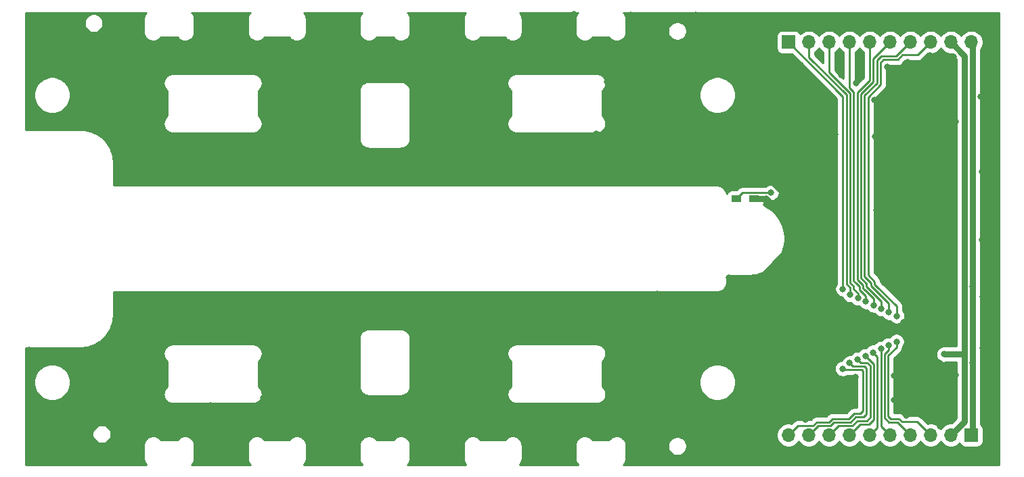
<source format=gbl>
G04 #@! TF.GenerationSoftware,KiCad,Pcbnew,(5.1.6-0-10_14)*
G04 #@! TF.CreationDate,2021-12-08T10:20:34+09:00*
G04 #@! TF.ProjectId,photo-dual,70686f74-6f2d-4647-9561-6c2e6b696361,rev?*
G04 #@! TF.SameCoordinates,Original*
G04 #@! TF.FileFunction,Copper,L2,Bot*
G04 #@! TF.FilePolarity,Positive*
%FSLAX46Y46*%
G04 Gerber Fmt 4.6, Leading zero omitted, Abs format (unit mm)*
G04 Created by KiCad (PCBNEW (5.1.6-0-10_14)) date 2021-12-08 10:20:34*
%MOMM*%
%LPD*%
G01*
G04 APERTURE LIST*
G04 #@! TA.AperFunction,SMDPad,CuDef*
%ADD10R,1.200000X0.900000*%
G04 #@! TD*
G04 #@! TA.AperFunction,ComponentPad*
%ADD11R,1.700000X1.700000*%
G04 #@! TD*
G04 #@! TA.AperFunction,ComponentPad*
%ADD12O,1.700000X1.700000*%
G04 #@! TD*
G04 #@! TA.AperFunction,ViaPad*
%ADD13C,0.800000*%
G04 #@! TD*
G04 #@! TA.AperFunction,Conductor*
%ADD14C,0.762000*%
G04 #@! TD*
G04 #@! TA.AperFunction,Conductor*
%ADD15C,0.250000*%
G04 #@! TD*
G04 #@! TA.AperFunction,Conductor*
%ADD16C,0.254000*%
G04 #@! TD*
G04 APERTURE END LIST*
D10*
X174400000Y-95000000D03*
X176600000Y-95000000D03*
D11*
X180905000Y-75372000D03*
D12*
X183445000Y-75372000D03*
X185985000Y-75372000D03*
X188525000Y-75372000D03*
X191065000Y-75372000D03*
X193605000Y-75372000D03*
X196145000Y-75372000D03*
X198685000Y-75372000D03*
X201225000Y-75372000D03*
X203765000Y-75372000D03*
X180905000Y-124628000D03*
X183445000Y-124628000D03*
X185985000Y-124628000D03*
X188525000Y-124628000D03*
X191065000Y-124628000D03*
X193605000Y-124628000D03*
X196145000Y-124628000D03*
X198685000Y-124628000D03*
X201225000Y-124628000D03*
D11*
X203765000Y-124628000D03*
D13*
X165340000Y-107940000D03*
X166260000Y-92490000D03*
X85940000Y-85930000D03*
X85810000Y-79280000D03*
X85890000Y-72890000D03*
X88650000Y-75730000D03*
X91750000Y-79320000D03*
X91930000Y-72670000D03*
X91840000Y-85750000D03*
X95120000Y-82600000D03*
X98580000Y-79450000D03*
X98490000Y-72580000D03*
X98490000Y-72580000D03*
X95560000Y-75730000D03*
X101680000Y-82380000D03*
X98320000Y-85970000D03*
X103260000Y-89860000D03*
X99950000Y-90980000D03*
X108930000Y-90930000D03*
X117910000Y-90870000D03*
X126900000Y-90870000D03*
X135930000Y-90860000D03*
X144920000Y-90870000D03*
X153890000Y-90840000D03*
X162930000Y-90850000D03*
X103600000Y-92440000D03*
X112220000Y-92850000D03*
X121450000Y-92810000D03*
X130110000Y-92690000D03*
X139470000Y-92790000D03*
X148400000Y-92950000D03*
X157900000Y-92720000D03*
X157800000Y-90360000D03*
X148420000Y-90240000D03*
X139500000Y-89510000D03*
X130180000Y-89100000D03*
X121450000Y-89180000D03*
X112340000Y-89810000D03*
X102050000Y-86010000D03*
X102610000Y-75790000D03*
X107580000Y-72610000D03*
X112700000Y-72590000D03*
X109590000Y-76710000D03*
X105740000Y-78650000D03*
X113870000Y-78910000D03*
X116680000Y-75320000D03*
X121240000Y-72340000D03*
X126240000Y-72240000D03*
X123960000Y-75010000D03*
X120560000Y-78210000D03*
X116480000Y-80500000D03*
X115710000Y-84480000D03*
X122260000Y-84580000D03*
X129590000Y-79810000D03*
X132650000Y-79810000D03*
X134250000Y-72170000D03*
X139610000Y-74380000D03*
X136730000Y-73450000D03*
X139610000Y-72110000D03*
X134080000Y-74410000D03*
X135650000Y-80540000D03*
X135370000Y-86530000D03*
X138500000Y-83500000D03*
X145320000Y-80410000D03*
X145390000Y-86670000D03*
X142510000Y-83540000D03*
X140610000Y-80480000D03*
X140330000Y-86630000D03*
X145790000Y-83410000D03*
X135480000Y-83440000D03*
X149410000Y-87510000D03*
X156860000Y-86890000D03*
X162880000Y-85110000D03*
X158240000Y-80320000D03*
X157970000Y-83080000D03*
X160430000Y-83470000D03*
X158720000Y-85510000D03*
X148050000Y-72080000D03*
X154110000Y-71900000D03*
X154020000Y-74290000D03*
X148350000Y-74420000D03*
X150760000Y-73180000D03*
X161190000Y-71940000D03*
X161090000Y-74940000D03*
X164830000Y-78450000D03*
X164870000Y-73750000D03*
X169340000Y-71930000D03*
X168470000Y-75840000D03*
X169510000Y-78500000D03*
X173610000Y-72320000D03*
X172940000Y-75740000D03*
X174360000Y-80180000D03*
X177240000Y-75330000D03*
X180190000Y-72470000D03*
X186280000Y-72510000D03*
X194410000Y-72510000D03*
X196160000Y-127760000D03*
X189400000Y-127690000D03*
X183930000Y-127500000D03*
X178330000Y-127630000D03*
X168490000Y-127600000D03*
X173150000Y-124830000D03*
X168690000Y-121910000D03*
X174380000Y-119840000D03*
X161960000Y-124030000D03*
X161250000Y-127460000D03*
X165470000Y-121210000D03*
X166140000Y-124810000D03*
X178250000Y-124570000D03*
X147890000Y-125380000D03*
X153840000Y-125380000D03*
X153840000Y-127940000D03*
X147980000Y-127990000D03*
X150800000Y-126810000D03*
X158310000Y-118870000D03*
X163090000Y-114610000D03*
X158400000Y-113920000D03*
X160220000Y-116390000D03*
X145330000Y-119520000D03*
X145500000Y-113660000D03*
X135430000Y-113430000D03*
X135430000Y-118380000D03*
X140250000Y-119640000D03*
X138030000Y-115860000D03*
X140850000Y-113170000D03*
X143290000Y-116680000D03*
X140890000Y-110040000D03*
X137900000Y-109960000D03*
X162070000Y-109110000D03*
X153070000Y-109120000D03*
X144120000Y-109180000D03*
X135120000Y-109110000D03*
X126150000Y-109120000D03*
X116940000Y-109120000D03*
X107870000Y-109170000D03*
X103320000Y-107060000D03*
X112760000Y-107270000D03*
X121260000Y-107190000D03*
X130670000Y-107250000D03*
X139810000Y-107220000D03*
X148560000Y-107330000D03*
X157850000Y-107290000D03*
X157510000Y-109770000D03*
X122900000Y-115180000D03*
X115450000Y-115280000D03*
X115190000Y-119990000D03*
X122710000Y-119800000D03*
X118690000Y-117500000D03*
X95950000Y-112820000D03*
X85880000Y-113950000D03*
X93000000Y-114260000D03*
X85810000Y-120840000D03*
X93190000Y-120580000D03*
X89480000Y-115280000D03*
X89360000Y-121110000D03*
X85920000Y-124360000D03*
X85810000Y-127890000D03*
X89920000Y-127820000D03*
X95820000Y-127890000D03*
X90180000Y-124520000D03*
X96270000Y-117290000D03*
X98360000Y-121760000D03*
X99830000Y-127330000D03*
X102260000Y-114630000D03*
X101360000Y-118580000D03*
X103690000Y-122760000D03*
X98120000Y-124950000D03*
X108630000Y-120910000D03*
X107110000Y-127710000D03*
X106920000Y-124280000D03*
X112960000Y-124330000D03*
X113010000Y-127470000D03*
X109920000Y-126040000D03*
X118900000Y-123090000D03*
X120680000Y-125210000D03*
X127180000Y-125180000D03*
X121050000Y-128050000D03*
X126840000Y-127990000D03*
X123970000Y-126540000D03*
X123470000Y-122810000D03*
X132650000Y-123680000D03*
X134020000Y-127970000D03*
X139690000Y-125660000D03*
X139790000Y-127970000D03*
X134290000Y-125730000D03*
X137070000Y-126900000D03*
X101370000Y-107980000D03*
X110500000Y-107980000D03*
X119360000Y-107990000D03*
X128330000Y-107980000D03*
X137410000Y-107970000D03*
X146410000Y-107990000D03*
X155350000Y-108000000D03*
X164480000Y-106900000D03*
X206300000Y-72500000D03*
X201760000Y-72550000D03*
X202150000Y-127500000D03*
X206380000Y-127580000D03*
X206630000Y-124100000D03*
X206690000Y-118210000D03*
X206690000Y-110880000D03*
X206590000Y-102810000D03*
X206500000Y-95960000D03*
X206620000Y-88420000D03*
X206820000Y-80030000D03*
X206900000Y-75670000D03*
X168790000Y-117680000D03*
X172740000Y-114340000D03*
X168080000Y-82080000D03*
X178133823Y-95008017D03*
X179030000Y-79980000D03*
X182400000Y-78250000D03*
X186500000Y-82430000D03*
X186790000Y-86990000D03*
X184180000Y-86950000D03*
X171720000Y-85380000D03*
X177680000Y-85470000D03*
X182020000Y-83320000D03*
X176490000Y-82810000D03*
X191650000Y-82600000D03*
X189370000Y-80510000D03*
X187510000Y-79510000D03*
X187220000Y-76730000D03*
X184870000Y-76800000D03*
X189860000Y-76780000D03*
X193280000Y-78450000D03*
X195770000Y-77860000D03*
X198570000Y-77040000D03*
X201590000Y-77210000D03*
X201850000Y-85370000D03*
X200610000Y-86540000D03*
X198020000Y-87030000D03*
X191710000Y-87200000D03*
X194910000Y-84830000D03*
X198500000Y-82370000D03*
X195700000Y-80500000D03*
X201040000Y-79780000D03*
X204960000Y-82210000D03*
X205110000Y-91620000D03*
X205160000Y-100190000D03*
X205200000Y-107280000D03*
X205240000Y-113680000D03*
X199810000Y-115600000D03*
X201840000Y-117120000D03*
X201610000Y-122360000D03*
X199870000Y-123500000D03*
X195640000Y-122150000D03*
X194120000Y-120260000D03*
X194150000Y-117210000D03*
X198130000Y-119330000D03*
X197630000Y-110290000D03*
X200170000Y-105510000D03*
X197590000Y-104800000D03*
X192560000Y-104960000D03*
X194900000Y-105310000D03*
X195260000Y-110460000D03*
X186830000Y-107350000D03*
X190560000Y-109320000D03*
X190200000Y-113210000D03*
X189280000Y-117380000D03*
X189160000Y-120920000D03*
X183040000Y-122660000D03*
X185980000Y-119370000D03*
X178760000Y-119730000D03*
X182500000Y-116820000D03*
X178970000Y-114400000D03*
X183330000Y-110830000D03*
X185150000Y-113820000D03*
X187450000Y-110750000D03*
X173490000Y-104890000D03*
X176330000Y-105870000D03*
X180220000Y-102180000D03*
X180040000Y-97270000D03*
X185920000Y-96470000D03*
X183330000Y-97650000D03*
X191900000Y-96440000D03*
X199090000Y-96420000D03*
X173190000Y-93810000D03*
X203910000Y-115550000D03*
X203928990Y-105970001D03*
X200370000Y-114495000D03*
X194433252Y-109695060D03*
X193471157Y-109245050D03*
X192540522Y-108795040D03*
X191585374Y-108345030D03*
X190588644Y-107895020D03*
X189616681Y-107445010D03*
X188621372Y-106995000D03*
X187710000Y-106310000D03*
X193423029Y-113354951D03*
X194415631Y-112904941D03*
X191476094Y-114254970D03*
X192474173Y-113804961D03*
X188557495Y-115605000D03*
X187700000Y-116300000D03*
X189557224Y-115154990D03*
X190556174Y-114704980D03*
X178744142Y-94215858D03*
D14*
X178470166Y-92490000D02*
X181780000Y-95799834D01*
X166260000Y-92490000D02*
X178470166Y-92490000D01*
X174374825Y-107940000D02*
X165340000Y-107940000D01*
X181780000Y-100534825D02*
X174374825Y-107940000D01*
X176600000Y-95000000D02*
X178140000Y-95000000D01*
X179890000Y-96750000D02*
X181780000Y-96750000D01*
X178140000Y-95000000D02*
X179890000Y-96750000D01*
X181780000Y-96750000D02*
X181780000Y-100534825D01*
X181780000Y-95799834D02*
X181780000Y-96750000D01*
X203910000Y-124483000D02*
X203765000Y-124628000D01*
X203910000Y-115550000D02*
X203910000Y-124483000D01*
X203910000Y-75517000D02*
X203765000Y-75372000D01*
X203910000Y-115550000D02*
X203910000Y-75517000D01*
X201225000Y-124628000D02*
X202947990Y-122905010D01*
X202947990Y-122905010D02*
X202928999Y-122886019D01*
X202928999Y-116448999D02*
X202947990Y-116467990D01*
X202947990Y-113802010D02*
X202928999Y-113821001D01*
X202947990Y-77094990D02*
X202947990Y-113802010D01*
X202947990Y-116467990D02*
X202947990Y-122905010D01*
X201225000Y-75372000D02*
X202947990Y-77094990D01*
X200370000Y-114495000D02*
X202862998Y-114495000D01*
X202928999Y-114561001D02*
X202928999Y-116448999D01*
X202862998Y-114495000D02*
X202928999Y-114561001D01*
X202928999Y-113821001D02*
X202928999Y-114561001D01*
D15*
X194433252Y-109695060D02*
X194433252Y-108452641D01*
X191950611Y-105970000D02*
X191934674Y-105970000D01*
X194433252Y-108452641D02*
X191950611Y-105970000D01*
X191678274Y-105713600D02*
X191678273Y-105369694D01*
X191934674Y-105970000D02*
X191678274Y-105713600D01*
X191678273Y-105369694D02*
X190860066Y-104551487D01*
X190860066Y-104551487D02*
X190860066Y-82259164D01*
X192415028Y-77954972D02*
X192799990Y-77570010D01*
X192415028Y-80704202D02*
X192415028Y-77954972D01*
X190860066Y-82259164D02*
X192415028Y-80704202D01*
X192799990Y-77570010D02*
X194583401Y-77570009D01*
X194583401Y-77570009D02*
X195166705Y-76986705D01*
X197070295Y-76986705D02*
X198685000Y-75372000D01*
X195166705Y-76986705D02*
X197070295Y-76986705D01*
X194397000Y-77120000D02*
X196145000Y-75372000D01*
X192493410Y-77120000D02*
X194397000Y-77120000D01*
X191965019Y-80517801D02*
X191965019Y-77648391D01*
X191965019Y-77648391D02*
X192493410Y-77120000D01*
X190410056Y-82072764D02*
X191965019Y-80517801D01*
X190410056Y-104737887D02*
X190410056Y-82072764D01*
X193471157Y-109245050D02*
X193471157Y-108142893D01*
X191228264Y-105556095D02*
X190410056Y-104737887D01*
X191228264Y-105900000D02*
X191228264Y-105556095D01*
X193471157Y-108142893D02*
X191228264Y-105900000D01*
X192540522Y-108795040D02*
X192540522Y-107867994D01*
X192540522Y-107867994D02*
X190663786Y-105991258D01*
X190663786Y-105991258D02*
X190663785Y-105628026D01*
X190663785Y-105628026D02*
X189960046Y-104924287D01*
X189960046Y-104924287D02*
X189960046Y-81886364D01*
X191515009Y-77461991D02*
X193605000Y-75372000D01*
X191515009Y-80331401D02*
X191515009Y-77461991D01*
X189960046Y-81886364D02*
X191515009Y-80331401D01*
X191585374Y-108345030D02*
X191585374Y-107549256D01*
X190436118Y-106400000D02*
X190424684Y-106400000D01*
X191585374Y-107549256D02*
X190436118Y-106400000D01*
X190424684Y-106400000D02*
X190213776Y-106189092D01*
X189529349Y-105130000D02*
X189512232Y-105130000D01*
X190213776Y-105814427D02*
X189529349Y-105130000D01*
X190213776Y-106189092D02*
X190213776Y-105814427D01*
X189512232Y-105130000D02*
X189510036Y-105127804D01*
X189510036Y-105127804D02*
X189510036Y-81699964D01*
X191065000Y-80145000D02*
X191065000Y-75372000D01*
X189510036Y-81699964D02*
X191065000Y-80145000D01*
X188525000Y-81082772D02*
X188525000Y-75372000D01*
X189060027Y-81617799D02*
X188525000Y-81082772D01*
X189060028Y-105314206D02*
X189060027Y-81617799D01*
X189345822Y-105600000D02*
X189060028Y-105314206D01*
X189362939Y-105600000D02*
X189345822Y-105600000D01*
X189763766Y-106000827D02*
X189362939Y-105600000D01*
X189763766Y-106390000D02*
X189763766Y-106000827D01*
X190588644Y-107895020D02*
X190588644Y-107200370D01*
X189778274Y-106390000D02*
X189763766Y-106390000D01*
X190588644Y-107200370D02*
X189778274Y-106390000D01*
X189616681Y-106879325D02*
X189071382Y-106334026D01*
X189616681Y-107445010D02*
X189616681Y-106879325D01*
X189071382Y-106334026D02*
X189071381Y-105961969D01*
X189071381Y-105961969D02*
X188610019Y-105500607D01*
X185985000Y-79179182D02*
X185985000Y-75372000D01*
X188610018Y-81804200D02*
X185985000Y-79179182D01*
X188610019Y-105500607D02*
X188610018Y-81804200D01*
X188621372Y-106148370D02*
X188160010Y-105687008D01*
X188621372Y-106995000D02*
X188621372Y-106148370D01*
X188160010Y-105687008D02*
X188160009Y-81990599D01*
X183445000Y-77275590D02*
X183445000Y-75372000D01*
X188160009Y-81990599D02*
X183445000Y-77275590D01*
X187710000Y-82177000D02*
X180905000Y-75372000D01*
X187710000Y-106310000D02*
X187710000Y-82177000D01*
X194527000Y-123010000D02*
X196145000Y-124628000D01*
X193423029Y-113929107D02*
X192924183Y-114427953D01*
X192924183Y-122464183D02*
X193470000Y-123010000D01*
X192924183Y-114427953D02*
X192924183Y-122464183D01*
X193470000Y-123010000D02*
X194527000Y-123010000D01*
X193423029Y-113354951D02*
X193423029Y-113929107D01*
X196995295Y-122938295D02*
X198685000Y-124628000D01*
X195091705Y-122938295D02*
X196995295Y-122938295D01*
X193669990Y-122559990D02*
X194713401Y-122559991D01*
X194713401Y-122559991D02*
X195091705Y-122938295D01*
X193374193Y-114649273D02*
X193374193Y-122264193D01*
X193374193Y-122264193D02*
X193669990Y-122559990D01*
X194415631Y-113607835D02*
X193374193Y-114649273D01*
X194415631Y-112904941D02*
X194415631Y-113607835D01*
X191476094Y-114254970D02*
X192024163Y-114803039D01*
X192024163Y-123668837D02*
X191065000Y-124628000D01*
X192024163Y-114803039D02*
X192024163Y-123668837D01*
X192474173Y-123497173D02*
X193605000Y-124628000D01*
X192474173Y-113804961D02*
X192474173Y-123497173D01*
X188557495Y-115605000D02*
X188945112Y-115992617D01*
X190392617Y-115992617D02*
X190674133Y-116274133D01*
X188945112Y-115992617D02*
X190392617Y-115992617D01*
X190674133Y-121985867D02*
X190300020Y-122359980D01*
X190674133Y-116274133D02*
X190674133Y-121985867D01*
X189310020Y-122359980D02*
X188667011Y-123002989D01*
X190300020Y-122359980D02*
X189310020Y-122359980D01*
X184620001Y-123452999D02*
X183445000Y-124628000D01*
X186147001Y-123452999D02*
X184620001Y-123452999D01*
X186597011Y-123002989D02*
X186147001Y-123452999D01*
X188667011Y-123002989D02*
X186597011Y-123002989D01*
X187700000Y-116300000D02*
X187842627Y-116442627D01*
X190062627Y-116442627D02*
X190224123Y-116604123D01*
X187842627Y-116442627D02*
X190062627Y-116442627D01*
X190224123Y-121585877D02*
X189900030Y-121909970D01*
X190224123Y-116604123D02*
X190224123Y-121585877D01*
X189900030Y-121909970D02*
X189123619Y-121909971D01*
X188480611Y-122552979D02*
X186410610Y-122552980D01*
X189123619Y-121909971D02*
X188480611Y-122552979D01*
X184433600Y-123002990D02*
X183983591Y-123452999D01*
X185960601Y-123002989D02*
X184433600Y-123002990D01*
X186410610Y-122552980D02*
X185960601Y-123002989D01*
X182080001Y-123452999D02*
X180905000Y-124628000D01*
X183983591Y-123452999D02*
X182080001Y-123452999D01*
X189557224Y-115154990D02*
X189944842Y-115542608D01*
X190752608Y-115542608D02*
X191124143Y-115914143D01*
X189944842Y-115542608D02*
X190752608Y-115542608D01*
X191124143Y-122375857D02*
X190690010Y-122809990D01*
X191124143Y-115914143D02*
X191124143Y-122375857D01*
X189510010Y-122809990D02*
X188867001Y-123452999D01*
X190690010Y-122809990D02*
X189510010Y-122809990D01*
X187160001Y-123452999D02*
X185985000Y-124628000D01*
X188867001Y-123452999D02*
X187160001Y-123452999D01*
X190556174Y-114704980D02*
X191574153Y-115722959D01*
X191574153Y-115722959D02*
X191574153Y-122705847D01*
X191574153Y-122705847D02*
X191020000Y-123260000D01*
X189893000Y-123260000D02*
X188525000Y-124628000D01*
X191020000Y-123260000D02*
X189893000Y-123260000D01*
X175184142Y-94215858D02*
X174400000Y-95000000D01*
X178744142Y-94215858D02*
X175184142Y-94215858D01*
D16*
G36*
X100534528Y-71709119D02*
G01*
X100528431Y-71716488D01*
X100466756Y-71792109D01*
X100432418Y-71843790D01*
X100397317Y-71895055D01*
X100392768Y-71903468D01*
X100346956Y-71989629D01*
X100323292Y-72047045D01*
X100298842Y-72104088D01*
X100296014Y-72113224D01*
X100267809Y-72206642D01*
X100255748Y-72267554D01*
X100242841Y-72328278D01*
X100241841Y-72337790D01*
X100232319Y-72434908D01*
X100232319Y-72434922D01*
X100229051Y-72468102D01*
X100229050Y-74135395D01*
X100232134Y-74166702D01*
X100232117Y-74171451D01*
X100233084Y-74180966D01*
X100237952Y-74225778D01*
X100238962Y-74236031D01*
X100239124Y-74236565D01*
X100243623Y-74277979D01*
X100256321Y-74338761D01*
X100268167Y-74399700D01*
X100270963Y-74408847D01*
X100300145Y-74501964D01*
X100324412Y-74559132D01*
X100347860Y-74616589D01*
X100352379Y-74625019D01*
X100399092Y-74710695D01*
X100433981Y-74762032D01*
X100468164Y-74813874D01*
X100474235Y-74821265D01*
X100536699Y-74896237D01*
X100580890Y-74939815D01*
X100624502Y-74984040D01*
X100631893Y-74990111D01*
X100707729Y-75051521D01*
X100759585Y-75085713D01*
X100810903Y-75120589D01*
X100819332Y-75125109D01*
X100819337Y-75125111D01*
X100819339Y-75125113D01*
X100819342Y-75125114D01*
X100905652Y-75170621D01*
X100963147Y-75194085D01*
X101020289Y-75218340D01*
X101029436Y-75221137D01*
X101122952Y-75249015D01*
X101183931Y-75260868D01*
X101244669Y-75273556D01*
X101254184Y-75274523D01*
X101351334Y-75283706D01*
X101413435Y-75283489D01*
X101475495Y-75284139D01*
X101485017Y-75283240D01*
X101582101Y-75273378D01*
X101642952Y-75261109D01*
X101703991Y-75249685D01*
X101713157Y-75246953D01*
X101806476Y-75218422D01*
X101863798Y-75194561D01*
X101921436Y-75171507D01*
X101929894Y-75167047D01*
X101929899Y-75167045D01*
X101929904Y-75167042D01*
X102015897Y-75120933D01*
X102067483Y-75086399D01*
X102119555Y-75052583D01*
X102126988Y-75046564D01*
X102202393Y-74984625D01*
X102202397Y-74984621D01*
X102228180Y-74963462D01*
X102404893Y-74786749D01*
X104423209Y-74786749D01*
X104599921Y-74963461D01*
X104624233Y-74983413D01*
X104627582Y-74986786D01*
X104634993Y-74992831D01*
X104670227Y-75021160D01*
X104678090Y-75027613D01*
X104678576Y-75027873D01*
X104711043Y-75053977D01*
X104763013Y-75087985D01*
X104814466Y-75122690D01*
X104822911Y-75127181D01*
X104909390Y-75172391D01*
X104966942Y-75195643D01*
X105024184Y-75219706D01*
X105033340Y-75222470D01*
X105126952Y-75250022D01*
X105187943Y-75261657D01*
X105248759Y-75274140D01*
X105258277Y-75275074D01*
X105355460Y-75283918D01*
X105417542Y-75283484D01*
X105479623Y-75283918D01*
X105489142Y-75282985D01*
X105586190Y-75272785D01*
X105647040Y-75260294D01*
X105707992Y-75248667D01*
X105717146Y-75245904D01*
X105717152Y-75245902D01*
X105810367Y-75217047D01*
X105867583Y-75192995D01*
X105925169Y-75169729D01*
X105933614Y-75165239D01*
X106019451Y-75118826D01*
X106070917Y-75084111D01*
X106122871Y-75050113D01*
X106130282Y-75044069D01*
X106205471Y-74981867D01*
X106249212Y-74937819D01*
X106293572Y-74894380D01*
X106299668Y-74887010D01*
X106299673Y-74887005D01*
X106299677Y-74886999D01*
X106361344Y-74811389D01*
X106395682Y-74759708D01*
X106430783Y-74708443D01*
X106435332Y-74700030D01*
X106481144Y-74613869D01*
X106504808Y-74556453D01*
X106529258Y-74499410D01*
X106532086Y-74490274D01*
X106560291Y-74396856D01*
X106572353Y-74335936D01*
X106585259Y-74275219D01*
X106586259Y-74265707D01*
X106595781Y-74168590D01*
X106595781Y-74168586D01*
X106599050Y-74135396D01*
X106599050Y-72468102D01*
X106595966Y-72436795D01*
X106595983Y-72432049D01*
X106595016Y-72422534D01*
X106590152Y-72377756D01*
X106589138Y-72367466D01*
X106588975Y-72366930D01*
X106584477Y-72325522D01*
X106571779Y-72264739D01*
X106559935Y-72203808D01*
X106557139Y-72194661D01*
X106527958Y-72101544D01*
X106503701Y-72044398D01*
X106480241Y-71986910D01*
X106475722Y-71978481D01*
X106429010Y-71892804D01*
X106394103Y-71841440D01*
X106359937Y-71789625D01*
X106353867Y-71782234D01*
X106291402Y-71707262D01*
X106268827Y-71685000D01*
X113559158Y-71685000D01*
X113534528Y-71709119D01*
X113528431Y-71716488D01*
X113466756Y-71792109D01*
X113432418Y-71843790D01*
X113397317Y-71895055D01*
X113392768Y-71903468D01*
X113346956Y-71989629D01*
X113323292Y-72047045D01*
X113298842Y-72104088D01*
X113296014Y-72113224D01*
X113267809Y-72206642D01*
X113255748Y-72267554D01*
X113242841Y-72328278D01*
X113241841Y-72337790D01*
X113232319Y-72434908D01*
X113232319Y-72434922D01*
X113229051Y-72468102D01*
X113229050Y-74135395D01*
X113232134Y-74166702D01*
X113232117Y-74171451D01*
X113233084Y-74180966D01*
X113237952Y-74225778D01*
X113238962Y-74236031D01*
X113239124Y-74236565D01*
X113243623Y-74277979D01*
X113256321Y-74338761D01*
X113268167Y-74399700D01*
X113270963Y-74408847D01*
X113300145Y-74501964D01*
X113324412Y-74559132D01*
X113347860Y-74616589D01*
X113352379Y-74625019D01*
X113399092Y-74710695D01*
X113433981Y-74762032D01*
X113468164Y-74813874D01*
X113474235Y-74821265D01*
X113536699Y-74896237D01*
X113580890Y-74939815D01*
X113624502Y-74984040D01*
X113631893Y-74990111D01*
X113707729Y-75051521D01*
X113759585Y-75085713D01*
X113810903Y-75120589D01*
X113819332Y-75125109D01*
X113819337Y-75125111D01*
X113819339Y-75125113D01*
X113819342Y-75125114D01*
X113905652Y-75170621D01*
X113963147Y-75194085D01*
X114020289Y-75218340D01*
X114029436Y-75221137D01*
X114122952Y-75249015D01*
X114183931Y-75260868D01*
X114244669Y-75273556D01*
X114254184Y-75274523D01*
X114351334Y-75283706D01*
X114413435Y-75283489D01*
X114475495Y-75284139D01*
X114485017Y-75283240D01*
X114582101Y-75273378D01*
X114642952Y-75261109D01*
X114703991Y-75249685D01*
X114713157Y-75246953D01*
X114806476Y-75218422D01*
X114863798Y-75194561D01*
X114921436Y-75171507D01*
X114929894Y-75167047D01*
X114929899Y-75167045D01*
X114929904Y-75167042D01*
X115015897Y-75120933D01*
X115067483Y-75086399D01*
X115119555Y-75052583D01*
X115126988Y-75046564D01*
X115202393Y-74984625D01*
X115202397Y-74984621D01*
X115228180Y-74963462D01*
X115404893Y-74786749D01*
X118423209Y-74786749D01*
X118599921Y-74963461D01*
X118624233Y-74983413D01*
X118627582Y-74986786D01*
X118634993Y-74992831D01*
X118670227Y-75021160D01*
X118678090Y-75027613D01*
X118678576Y-75027873D01*
X118711043Y-75053977D01*
X118763013Y-75087985D01*
X118814466Y-75122690D01*
X118822911Y-75127181D01*
X118909390Y-75172391D01*
X118966942Y-75195643D01*
X119024184Y-75219706D01*
X119033340Y-75222470D01*
X119126952Y-75250022D01*
X119187943Y-75261657D01*
X119248759Y-75274140D01*
X119258277Y-75275074D01*
X119355460Y-75283918D01*
X119417542Y-75283484D01*
X119479623Y-75283918D01*
X119489142Y-75282985D01*
X119586190Y-75272785D01*
X119647040Y-75260294D01*
X119707992Y-75248667D01*
X119717146Y-75245904D01*
X119717152Y-75245902D01*
X119810367Y-75217047D01*
X119867583Y-75192995D01*
X119925169Y-75169729D01*
X119933614Y-75165239D01*
X120019451Y-75118826D01*
X120070917Y-75084111D01*
X120122871Y-75050113D01*
X120130282Y-75044069D01*
X120205471Y-74981867D01*
X120249212Y-74937819D01*
X120293572Y-74894380D01*
X120299668Y-74887010D01*
X120299673Y-74887005D01*
X120299677Y-74886999D01*
X120361344Y-74811389D01*
X120395682Y-74759708D01*
X120430783Y-74708443D01*
X120435332Y-74700030D01*
X120481144Y-74613869D01*
X120504808Y-74556453D01*
X120529258Y-74499410D01*
X120532086Y-74490274D01*
X120560291Y-74396856D01*
X120572353Y-74335936D01*
X120585259Y-74275219D01*
X120586259Y-74265707D01*
X120595781Y-74168590D01*
X120595781Y-74168586D01*
X120599050Y-74135396D01*
X120599050Y-72468102D01*
X120595966Y-72436795D01*
X120595983Y-72432049D01*
X120595016Y-72422534D01*
X120590152Y-72377756D01*
X120589138Y-72367466D01*
X120588975Y-72366930D01*
X120584477Y-72325522D01*
X120571779Y-72264739D01*
X120559935Y-72203808D01*
X120557139Y-72194661D01*
X120527958Y-72101544D01*
X120503701Y-72044398D01*
X120480241Y-71986910D01*
X120475722Y-71978481D01*
X120429010Y-71892804D01*
X120394103Y-71841440D01*
X120359937Y-71789625D01*
X120353867Y-71782234D01*
X120291402Y-71707262D01*
X120268827Y-71685000D01*
X127559158Y-71685000D01*
X127534528Y-71709119D01*
X127528431Y-71716488D01*
X127466756Y-71792109D01*
X127432418Y-71843790D01*
X127397317Y-71895055D01*
X127392768Y-71903468D01*
X127346956Y-71989629D01*
X127323292Y-72047045D01*
X127298842Y-72104088D01*
X127296014Y-72113224D01*
X127267809Y-72206642D01*
X127255748Y-72267554D01*
X127242841Y-72328278D01*
X127241841Y-72337790D01*
X127232319Y-72434908D01*
X127232319Y-72434922D01*
X127229051Y-72468102D01*
X127229050Y-74135395D01*
X127232134Y-74166702D01*
X127232117Y-74171451D01*
X127233084Y-74180966D01*
X127237952Y-74225778D01*
X127238962Y-74236031D01*
X127239124Y-74236565D01*
X127243623Y-74277979D01*
X127256321Y-74338761D01*
X127268167Y-74399700D01*
X127270963Y-74408847D01*
X127300145Y-74501964D01*
X127324412Y-74559132D01*
X127347860Y-74616589D01*
X127352379Y-74625019D01*
X127399092Y-74710695D01*
X127433981Y-74762032D01*
X127468164Y-74813874D01*
X127474235Y-74821265D01*
X127536699Y-74896237D01*
X127580890Y-74939815D01*
X127624502Y-74984040D01*
X127631893Y-74990111D01*
X127707729Y-75051521D01*
X127759585Y-75085713D01*
X127810903Y-75120589D01*
X127819332Y-75125109D01*
X127819337Y-75125111D01*
X127819339Y-75125113D01*
X127819342Y-75125114D01*
X127905652Y-75170621D01*
X127963147Y-75194085D01*
X128020289Y-75218340D01*
X128029436Y-75221137D01*
X128122952Y-75249015D01*
X128183931Y-75260868D01*
X128244669Y-75273556D01*
X128254184Y-75274523D01*
X128351334Y-75283706D01*
X128413435Y-75283489D01*
X128475495Y-75284139D01*
X128485017Y-75283240D01*
X128582101Y-75273378D01*
X128642952Y-75261109D01*
X128703991Y-75249685D01*
X128713157Y-75246953D01*
X128806476Y-75218422D01*
X128863798Y-75194561D01*
X128921436Y-75171507D01*
X128929894Y-75167047D01*
X128929899Y-75167045D01*
X128929904Y-75167042D01*
X129015897Y-75120933D01*
X129067483Y-75086399D01*
X129119555Y-75052583D01*
X129126988Y-75046564D01*
X129202393Y-74984625D01*
X129202397Y-74984621D01*
X129228180Y-74963462D01*
X129404893Y-74786749D01*
X131423209Y-74786749D01*
X131599921Y-74963461D01*
X131624233Y-74983413D01*
X131627582Y-74986786D01*
X131634993Y-74992831D01*
X131670227Y-75021160D01*
X131678090Y-75027613D01*
X131678576Y-75027873D01*
X131711043Y-75053977D01*
X131763013Y-75087985D01*
X131814466Y-75122690D01*
X131822911Y-75127181D01*
X131909390Y-75172391D01*
X131966942Y-75195643D01*
X132024184Y-75219706D01*
X132033340Y-75222470D01*
X132126952Y-75250022D01*
X132187943Y-75261657D01*
X132248759Y-75274140D01*
X132258277Y-75275074D01*
X132355460Y-75283918D01*
X132417542Y-75283484D01*
X132479623Y-75283918D01*
X132489142Y-75282985D01*
X132586190Y-75272785D01*
X132647040Y-75260294D01*
X132707992Y-75248667D01*
X132717146Y-75245904D01*
X132717152Y-75245902D01*
X132810367Y-75217047D01*
X132867583Y-75192995D01*
X132925169Y-75169729D01*
X132933614Y-75165239D01*
X133019451Y-75118826D01*
X133070917Y-75084111D01*
X133122871Y-75050113D01*
X133130282Y-75044069D01*
X133205471Y-74981867D01*
X133249212Y-74937819D01*
X133293572Y-74894380D01*
X133299668Y-74887010D01*
X133299673Y-74887005D01*
X133299677Y-74886999D01*
X133361344Y-74811389D01*
X133395682Y-74759708D01*
X133430783Y-74708443D01*
X133435332Y-74700030D01*
X133481144Y-74613869D01*
X133504808Y-74556453D01*
X133529258Y-74499410D01*
X133532086Y-74490274D01*
X133560291Y-74396856D01*
X133572353Y-74335936D01*
X133585259Y-74275219D01*
X133586259Y-74265707D01*
X133595781Y-74168590D01*
X133595781Y-74168586D01*
X133599050Y-74135396D01*
X133599050Y-72468102D01*
X133595966Y-72436795D01*
X133595983Y-72432049D01*
X133595016Y-72422534D01*
X133590152Y-72377756D01*
X133589138Y-72367466D01*
X133588975Y-72366930D01*
X133584477Y-72325522D01*
X133571779Y-72264739D01*
X133559935Y-72203808D01*
X133557139Y-72194661D01*
X133527958Y-72101544D01*
X133503701Y-72044398D01*
X133480241Y-71986910D01*
X133475722Y-71978481D01*
X133429010Y-71892804D01*
X133394103Y-71841440D01*
X133359937Y-71789625D01*
X133353867Y-71782234D01*
X133291402Y-71707262D01*
X133268827Y-71685000D01*
X140559158Y-71685000D01*
X140534528Y-71709119D01*
X140528431Y-71716488D01*
X140466756Y-71792109D01*
X140432418Y-71843790D01*
X140397317Y-71895055D01*
X140392768Y-71903468D01*
X140346956Y-71989629D01*
X140323292Y-72047045D01*
X140298842Y-72104088D01*
X140296014Y-72113224D01*
X140267809Y-72206642D01*
X140255748Y-72267554D01*
X140242841Y-72328278D01*
X140241841Y-72337790D01*
X140232319Y-72434908D01*
X140232319Y-72434922D01*
X140229051Y-72468102D01*
X140229050Y-74135395D01*
X140232134Y-74166702D01*
X140232117Y-74171451D01*
X140233084Y-74180966D01*
X140237952Y-74225778D01*
X140238962Y-74236031D01*
X140239124Y-74236565D01*
X140243623Y-74277979D01*
X140256321Y-74338761D01*
X140268167Y-74399700D01*
X140270963Y-74408847D01*
X140300145Y-74501964D01*
X140324412Y-74559132D01*
X140347860Y-74616589D01*
X140352379Y-74625019D01*
X140399092Y-74710695D01*
X140433981Y-74762032D01*
X140468164Y-74813874D01*
X140474235Y-74821265D01*
X140536699Y-74896237D01*
X140580890Y-74939815D01*
X140624502Y-74984040D01*
X140631893Y-74990111D01*
X140707729Y-75051521D01*
X140759585Y-75085713D01*
X140810903Y-75120589D01*
X140819332Y-75125109D01*
X140819337Y-75125111D01*
X140819339Y-75125113D01*
X140819342Y-75125114D01*
X140905652Y-75170621D01*
X140963147Y-75194085D01*
X141020289Y-75218340D01*
X141029436Y-75221137D01*
X141122952Y-75249015D01*
X141183931Y-75260868D01*
X141244669Y-75273556D01*
X141254184Y-75274523D01*
X141351334Y-75283706D01*
X141413435Y-75283489D01*
X141475495Y-75284139D01*
X141485017Y-75283240D01*
X141582101Y-75273378D01*
X141642952Y-75261109D01*
X141703991Y-75249685D01*
X141713157Y-75246953D01*
X141806476Y-75218422D01*
X141863798Y-75194561D01*
X141921436Y-75171507D01*
X141929894Y-75167047D01*
X141929899Y-75167045D01*
X141929904Y-75167042D01*
X142015897Y-75120933D01*
X142067483Y-75086399D01*
X142119555Y-75052583D01*
X142126988Y-75046564D01*
X142202393Y-74984625D01*
X142202397Y-74984621D01*
X142228180Y-74963462D01*
X142404893Y-74786749D01*
X145423209Y-74786749D01*
X145599921Y-74963461D01*
X145624233Y-74983413D01*
X145627582Y-74986786D01*
X145634993Y-74992831D01*
X145670227Y-75021160D01*
X145678090Y-75027613D01*
X145678576Y-75027873D01*
X145711043Y-75053977D01*
X145763013Y-75087985D01*
X145814466Y-75122690D01*
X145822911Y-75127181D01*
X145909390Y-75172391D01*
X145966942Y-75195643D01*
X146024184Y-75219706D01*
X146033340Y-75222470D01*
X146126952Y-75250022D01*
X146187943Y-75261657D01*
X146248759Y-75274140D01*
X146258277Y-75275074D01*
X146355460Y-75283918D01*
X146417542Y-75283484D01*
X146479623Y-75283918D01*
X146489142Y-75282985D01*
X146586190Y-75272785D01*
X146647040Y-75260294D01*
X146707992Y-75248667D01*
X146717146Y-75245904D01*
X146717152Y-75245902D01*
X146810367Y-75217047D01*
X146867583Y-75192995D01*
X146925169Y-75169729D01*
X146933614Y-75165239D01*
X147019451Y-75118826D01*
X147070917Y-75084111D01*
X147122871Y-75050113D01*
X147130282Y-75044069D01*
X147205471Y-74981867D01*
X147249212Y-74937819D01*
X147293572Y-74894380D01*
X147299668Y-74887010D01*
X147299673Y-74887005D01*
X147299677Y-74886999D01*
X147361344Y-74811389D01*
X147395682Y-74759708D01*
X147430783Y-74708443D01*
X147435332Y-74700030D01*
X147481144Y-74613869D01*
X147504808Y-74556453D01*
X147529258Y-74499410D01*
X147532086Y-74490274D01*
X147560291Y-74396856D01*
X147572353Y-74335936D01*
X147585259Y-74275219D01*
X147586259Y-74265707D01*
X147595781Y-74168590D01*
X147595781Y-74168586D01*
X147599050Y-74135396D01*
X147599050Y-72468102D01*
X147595966Y-72436795D01*
X147595983Y-72432049D01*
X147595016Y-72422534D01*
X147590152Y-72377756D01*
X147589138Y-72367466D01*
X147588975Y-72366930D01*
X147584477Y-72325522D01*
X147571779Y-72264739D01*
X147559935Y-72203808D01*
X147557139Y-72194661D01*
X147527958Y-72101544D01*
X147503701Y-72044398D01*
X147480241Y-71986910D01*
X147475722Y-71978481D01*
X147429010Y-71892804D01*
X147394103Y-71841440D01*
X147359937Y-71789625D01*
X147353867Y-71782234D01*
X147291402Y-71707262D01*
X147268827Y-71685000D01*
X154559158Y-71685000D01*
X154534528Y-71709119D01*
X154528431Y-71716488D01*
X154466756Y-71792109D01*
X154432418Y-71843790D01*
X154397317Y-71895055D01*
X154392768Y-71903468D01*
X154346956Y-71989629D01*
X154323292Y-72047045D01*
X154298842Y-72104088D01*
X154296014Y-72113224D01*
X154267809Y-72206642D01*
X154255748Y-72267554D01*
X154242841Y-72328278D01*
X154241841Y-72337790D01*
X154232319Y-72434908D01*
X154232319Y-72434922D01*
X154229051Y-72468102D01*
X154229050Y-74135395D01*
X154232134Y-74166702D01*
X154232117Y-74171451D01*
X154233084Y-74180966D01*
X154237952Y-74225778D01*
X154238962Y-74236031D01*
X154239124Y-74236565D01*
X154243623Y-74277979D01*
X154256321Y-74338761D01*
X154268167Y-74399700D01*
X154270963Y-74408847D01*
X154300145Y-74501964D01*
X154324412Y-74559132D01*
X154347860Y-74616589D01*
X154352379Y-74625019D01*
X154399092Y-74710695D01*
X154433981Y-74762032D01*
X154468164Y-74813874D01*
X154474235Y-74821265D01*
X154536699Y-74896237D01*
X154580890Y-74939815D01*
X154624502Y-74984040D01*
X154631893Y-74990111D01*
X154707729Y-75051521D01*
X154759585Y-75085713D01*
X154810903Y-75120589D01*
X154819332Y-75125109D01*
X154819337Y-75125111D01*
X154819339Y-75125113D01*
X154819342Y-75125114D01*
X154905652Y-75170621D01*
X154963147Y-75194085D01*
X155020289Y-75218340D01*
X155029436Y-75221137D01*
X155122952Y-75249015D01*
X155183931Y-75260868D01*
X155244669Y-75273556D01*
X155254184Y-75274523D01*
X155351334Y-75283706D01*
X155413435Y-75283489D01*
X155475495Y-75284139D01*
X155485017Y-75283240D01*
X155582101Y-75273378D01*
X155642952Y-75261109D01*
X155703991Y-75249685D01*
X155713157Y-75246953D01*
X155806476Y-75218422D01*
X155863798Y-75194561D01*
X155921436Y-75171507D01*
X155929894Y-75167047D01*
X155929899Y-75167045D01*
X155929904Y-75167042D01*
X156015897Y-75120933D01*
X156067483Y-75086399D01*
X156119555Y-75052583D01*
X156126988Y-75046564D01*
X156202393Y-74984625D01*
X156202397Y-74984621D01*
X156228180Y-74963462D01*
X156404893Y-74786749D01*
X158423209Y-74786749D01*
X158599921Y-74963461D01*
X158624233Y-74983413D01*
X158627582Y-74986786D01*
X158634993Y-74992831D01*
X158670227Y-75021160D01*
X158678090Y-75027613D01*
X158678576Y-75027873D01*
X158711043Y-75053977D01*
X158763013Y-75087985D01*
X158814466Y-75122690D01*
X158822911Y-75127181D01*
X158909390Y-75172391D01*
X158966942Y-75195643D01*
X159024184Y-75219706D01*
X159033340Y-75222470D01*
X159126952Y-75250022D01*
X159187943Y-75261657D01*
X159248759Y-75274140D01*
X159258277Y-75275074D01*
X159355460Y-75283918D01*
X159417542Y-75283484D01*
X159479623Y-75283918D01*
X159489142Y-75282985D01*
X159586190Y-75272785D01*
X159647040Y-75260294D01*
X159707992Y-75248667D01*
X159717146Y-75245904D01*
X159717152Y-75245902D01*
X159810367Y-75217047D01*
X159867583Y-75192995D01*
X159925169Y-75169729D01*
X159933614Y-75165239D01*
X160019451Y-75118826D01*
X160070917Y-75084111D01*
X160122871Y-75050113D01*
X160130282Y-75044069D01*
X160205471Y-74981867D01*
X160249212Y-74937819D01*
X160293572Y-74894380D01*
X160299668Y-74887010D01*
X160299673Y-74887005D01*
X160299677Y-74886999D01*
X160361344Y-74811389D01*
X160395682Y-74759708D01*
X160430783Y-74708443D01*
X160435332Y-74700030D01*
X160481144Y-74613869D01*
X160504808Y-74556453D01*
X160529258Y-74499410D01*
X160532086Y-74490274D01*
X160560291Y-74396856D01*
X160572353Y-74335936D01*
X160585259Y-74275219D01*
X160586259Y-74265707D01*
X160595781Y-74168590D01*
X160595781Y-74168586D01*
X160599050Y-74135396D01*
X160599050Y-73884340D01*
X165825682Y-73884340D01*
X165825682Y-74115660D01*
X165870810Y-74342536D01*
X165959333Y-74556248D01*
X166087848Y-74748584D01*
X166251416Y-74912152D01*
X166443752Y-75040667D01*
X166657464Y-75129190D01*
X166884340Y-75174318D01*
X167115660Y-75174318D01*
X167342536Y-75129190D01*
X167556248Y-75040667D01*
X167748584Y-74912152D01*
X167912152Y-74748584D01*
X168040667Y-74556248D01*
X168054853Y-74522000D01*
X179416928Y-74522000D01*
X179416928Y-76222000D01*
X179429188Y-76346482D01*
X179465498Y-76466180D01*
X179524463Y-76576494D01*
X179603815Y-76673185D01*
X179700506Y-76752537D01*
X179810820Y-76811502D01*
X179930518Y-76847812D01*
X180055000Y-76860072D01*
X181318271Y-76860072D01*
X186950001Y-82491803D01*
X186950000Y-105606289D01*
X186906063Y-105650226D01*
X186792795Y-105819744D01*
X186714774Y-106008102D01*
X186675000Y-106208061D01*
X186675000Y-106411939D01*
X186714774Y-106611898D01*
X186792795Y-106800256D01*
X186906063Y-106969774D01*
X187050226Y-107113937D01*
X187219744Y-107227205D01*
X187408102Y-107305226D01*
X187608061Y-107345000D01*
X187646071Y-107345000D01*
X187704167Y-107485256D01*
X187817435Y-107654774D01*
X187961598Y-107798937D01*
X188131116Y-107912205D01*
X188319474Y-107990226D01*
X188519433Y-108030000D01*
X188723311Y-108030000D01*
X188758145Y-108023071D01*
X188812744Y-108104784D01*
X188956907Y-108248947D01*
X189126425Y-108362215D01*
X189314783Y-108440236D01*
X189514742Y-108480010D01*
X189718620Y-108480010D01*
X189732847Y-108477180D01*
X189784707Y-108554794D01*
X189928870Y-108698957D01*
X190098388Y-108812225D01*
X190286746Y-108890246D01*
X190486705Y-108930020D01*
X190690583Y-108930020D01*
X190726672Y-108922842D01*
X190781437Y-109004804D01*
X190925600Y-109148967D01*
X191095118Y-109262235D01*
X191283476Y-109340256D01*
X191483435Y-109380030D01*
X191686616Y-109380030D01*
X191736585Y-109454814D01*
X191880748Y-109598977D01*
X192050266Y-109712245D01*
X192238624Y-109790266D01*
X192438583Y-109830040D01*
X192617251Y-109830040D01*
X192667220Y-109904824D01*
X192811383Y-110048987D01*
X192980901Y-110162255D01*
X193169259Y-110240276D01*
X193369218Y-110280050D01*
X193573096Y-110280050D01*
X193578613Y-110278953D01*
X193629315Y-110354834D01*
X193773478Y-110498997D01*
X193942996Y-110612265D01*
X194131354Y-110690286D01*
X194331313Y-110730060D01*
X194535191Y-110730060D01*
X194735150Y-110690286D01*
X194923508Y-110612265D01*
X195093026Y-110498997D01*
X195237189Y-110354834D01*
X195350457Y-110185316D01*
X195428478Y-109996958D01*
X195468252Y-109796999D01*
X195468252Y-109593121D01*
X195428478Y-109393162D01*
X195350457Y-109204804D01*
X195237189Y-109035286D01*
X195193252Y-108991349D01*
X195193252Y-108489974D01*
X195196929Y-108452641D01*
X195182255Y-108303655D01*
X195138798Y-108160394D01*
X195068226Y-108028365D01*
X194997051Y-107941638D01*
X194973253Y-107912640D01*
X194944255Y-107888842D01*
X192514415Y-105459003D01*
X192490612Y-105429999D01*
X192440093Y-105388539D01*
X192441949Y-105369693D01*
X192437988Y-105329471D01*
X192427275Y-105220706D01*
X192383818Y-105077445D01*
X192339513Y-104994559D01*
X192313246Y-104945417D01*
X192242072Y-104858690D01*
X192242061Y-104858679D01*
X192218272Y-104829692D01*
X192189284Y-104805902D01*
X191620066Y-104236685D01*
X191620066Y-82573965D01*
X192926032Y-81268000D01*
X192955029Y-81244203D01*
X193050002Y-81128478D01*
X193120574Y-80996449D01*
X193164031Y-80853188D01*
X193175028Y-80741535D01*
X193175028Y-80741526D01*
X193178704Y-80704203D01*
X193175028Y-80666880D01*
X193175028Y-78330010D01*
X194546069Y-78330008D01*
X194583401Y-78333685D01*
X194620734Y-78330008D01*
X194732387Y-78319011D01*
X194775843Y-78305829D01*
X194875647Y-78275555D01*
X195007677Y-78204983D01*
X195094403Y-78133808D01*
X195094404Y-78133807D01*
X195123402Y-78110009D01*
X195147199Y-78081012D01*
X195481507Y-77746705D01*
X197032973Y-77746705D01*
X197070295Y-77750381D01*
X197107617Y-77746705D01*
X197107628Y-77746705D01*
X197219281Y-77735708D01*
X197362542Y-77692251D01*
X197494571Y-77621679D01*
X197610296Y-77526706D01*
X197634099Y-77497702D01*
X198318592Y-76813209D01*
X198538740Y-76857000D01*
X198831260Y-76857000D01*
X199118158Y-76799932D01*
X199388411Y-76687990D01*
X199631632Y-76525475D01*
X199838475Y-76318632D01*
X199955000Y-76144240D01*
X200071525Y-76318632D01*
X200278368Y-76525475D01*
X200521589Y-76687990D01*
X200791842Y-76799932D01*
X201078740Y-76857000D01*
X201273160Y-76857000D01*
X201931990Y-77515831D01*
X201931991Y-113479000D01*
X200567459Y-113479000D01*
X200471939Y-113460000D01*
X200268061Y-113460000D01*
X200068102Y-113499774D01*
X199879744Y-113577795D01*
X199710226Y-113691063D01*
X199566063Y-113835226D01*
X199452795Y-114004744D01*
X199374774Y-114193102D01*
X199335000Y-114393061D01*
X199335000Y-114596939D01*
X199374774Y-114796898D01*
X199452795Y-114985256D01*
X199566063Y-115154774D01*
X199710226Y-115298937D01*
X199879744Y-115412205D01*
X200068102Y-115490226D01*
X200268061Y-115530000D01*
X200471939Y-115530000D01*
X200567459Y-115511000D01*
X201913000Y-115511000D01*
X201913000Y-116399088D01*
X201908084Y-116448999D01*
X201927701Y-116648169D01*
X201931990Y-116662308D01*
X201931991Y-122484168D01*
X201273160Y-123143000D01*
X201078740Y-123143000D01*
X200791842Y-123200068D01*
X200521589Y-123312010D01*
X200278368Y-123474525D01*
X200071525Y-123681368D01*
X199955000Y-123855760D01*
X199838475Y-123681368D01*
X199631632Y-123474525D01*
X199388411Y-123312010D01*
X199118158Y-123200068D01*
X198831260Y-123143000D01*
X198538740Y-123143000D01*
X198318592Y-123186791D01*
X197559099Y-122427298D01*
X197535296Y-122398294D01*
X197419571Y-122303321D01*
X197287542Y-122232749D01*
X197144281Y-122189292D01*
X197032628Y-122178295D01*
X197032617Y-122178295D01*
X196995295Y-122174619D01*
X196957973Y-122178295D01*
X195406506Y-122178295D01*
X195277199Y-122048988D01*
X195253402Y-122019991D01*
X195211822Y-121985867D01*
X195137677Y-121925017D01*
X195005647Y-121854445D01*
X194905843Y-121824171D01*
X194862387Y-121810989D01*
X194750734Y-121799992D01*
X194713401Y-121796315D01*
X194676070Y-121799992D01*
X194134193Y-121799991D01*
X194134193Y-114964074D01*
X194926634Y-114171634D01*
X194955632Y-114147836D01*
X195050605Y-114032111D01*
X195121177Y-113900082D01*
X195164634Y-113756821D01*
X195175631Y-113645168D01*
X195175631Y-113645160D01*
X195179307Y-113607835D01*
X195179051Y-113605232D01*
X195219568Y-113564715D01*
X195332836Y-113395197D01*
X195410857Y-113206839D01*
X195450631Y-113006880D01*
X195450631Y-112803002D01*
X195410857Y-112603043D01*
X195332836Y-112414685D01*
X195219568Y-112245167D01*
X195075405Y-112101004D01*
X194905887Y-111987736D01*
X194717529Y-111909715D01*
X194517570Y-111869941D01*
X194313692Y-111869941D01*
X194113733Y-111909715D01*
X193925375Y-111987736D01*
X193755857Y-112101004D01*
X193611694Y-112245167D01*
X193557413Y-112326405D01*
X193524968Y-112319951D01*
X193321090Y-112319951D01*
X193121131Y-112359725D01*
X192932773Y-112437746D01*
X192763255Y-112551014D01*
X192619092Y-112695177D01*
X192569123Y-112769961D01*
X192372234Y-112769961D01*
X192172275Y-112809735D01*
X191983917Y-112887756D01*
X191814399Y-113001024D01*
X191670236Y-113145187D01*
X191615313Y-113227385D01*
X191578033Y-113219970D01*
X191374155Y-113219970D01*
X191174196Y-113259744D01*
X190985838Y-113337765D01*
X190816320Y-113451033D01*
X190672157Y-113595196D01*
X190622188Y-113669980D01*
X190454235Y-113669980D01*
X190254276Y-113709754D01*
X190065918Y-113787775D01*
X189896400Y-113901043D01*
X189752237Y-114045206D01*
X189697211Y-114127558D01*
X189659163Y-114119990D01*
X189455285Y-114119990D01*
X189255326Y-114159764D01*
X189066968Y-114237785D01*
X188897450Y-114351053D01*
X188753287Y-114495216D01*
X188698170Y-114577705D01*
X188659434Y-114570000D01*
X188455556Y-114570000D01*
X188255597Y-114609774D01*
X188067239Y-114687795D01*
X187897721Y-114801063D01*
X187753558Y-114945226D01*
X187640290Y-115114744D01*
X187576255Y-115269337D01*
X187398102Y-115304774D01*
X187209744Y-115382795D01*
X187040226Y-115496063D01*
X186896063Y-115640226D01*
X186782795Y-115809744D01*
X186704774Y-115998102D01*
X186665000Y-116198061D01*
X186665000Y-116401939D01*
X186704774Y-116601898D01*
X186782795Y-116790256D01*
X186896063Y-116959774D01*
X187040226Y-117103937D01*
X187209744Y-117217205D01*
X187398102Y-117295226D01*
X187598061Y-117335000D01*
X187801939Y-117335000D01*
X188001898Y-117295226D01*
X188190256Y-117217205D01*
X188212074Y-117202627D01*
X189464123Y-117202627D01*
X189464124Y-121149971D01*
X189160953Y-121149972D01*
X189123619Y-121146295D01*
X188974633Y-121160968D01*
X188831372Y-121204425D01*
X188699343Y-121274997D01*
X188612616Y-121346172D01*
X188612611Y-121346177D01*
X188583618Y-121369971D01*
X188559824Y-121398964D01*
X188165809Y-121792979D01*
X186447942Y-121792981D01*
X186410610Y-121789304D01*
X186261624Y-121803978D01*
X186118363Y-121847434D01*
X185986334Y-121918006D01*
X185903646Y-121985867D01*
X185870609Y-122012980D01*
X185846812Y-122041977D01*
X185645800Y-122242989D01*
X184470932Y-122242991D01*
X184433600Y-122239314D01*
X184284614Y-122253988D01*
X184141353Y-122297444D01*
X184009324Y-122368016D01*
X183937096Y-122427293D01*
X183893599Y-122462990D01*
X183869802Y-122491987D01*
X183668790Y-122692999D01*
X182117323Y-122692999D01*
X182080000Y-122689323D01*
X182042677Y-122692999D01*
X182042668Y-122692999D01*
X181931015Y-122703996D01*
X181787754Y-122747453D01*
X181655725Y-122818025D01*
X181540000Y-122912998D01*
X181516202Y-122941996D01*
X181271408Y-123186790D01*
X181051260Y-123143000D01*
X180758740Y-123143000D01*
X180471842Y-123200068D01*
X180201589Y-123312010D01*
X179958368Y-123474525D01*
X179751525Y-123681368D01*
X179589010Y-123924589D01*
X179477068Y-124194842D01*
X179420000Y-124481740D01*
X179420000Y-124774260D01*
X179477068Y-125061158D01*
X179589010Y-125331411D01*
X179751525Y-125574632D01*
X179958368Y-125781475D01*
X180201589Y-125943990D01*
X180471842Y-126055932D01*
X180758740Y-126113000D01*
X181051260Y-126113000D01*
X181338158Y-126055932D01*
X181608411Y-125943990D01*
X181851632Y-125781475D01*
X182058475Y-125574632D01*
X182175000Y-125400240D01*
X182291525Y-125574632D01*
X182498368Y-125781475D01*
X182741589Y-125943990D01*
X183011842Y-126055932D01*
X183298740Y-126113000D01*
X183591260Y-126113000D01*
X183878158Y-126055932D01*
X184148411Y-125943990D01*
X184391632Y-125781475D01*
X184598475Y-125574632D01*
X184715000Y-125400240D01*
X184831525Y-125574632D01*
X185038368Y-125781475D01*
X185281589Y-125943990D01*
X185551842Y-126055932D01*
X185838740Y-126113000D01*
X186131260Y-126113000D01*
X186418158Y-126055932D01*
X186688411Y-125943990D01*
X186931632Y-125781475D01*
X187138475Y-125574632D01*
X187255000Y-125400240D01*
X187371525Y-125574632D01*
X187578368Y-125781475D01*
X187821589Y-125943990D01*
X188091842Y-126055932D01*
X188378740Y-126113000D01*
X188671260Y-126113000D01*
X188958158Y-126055932D01*
X189228411Y-125943990D01*
X189471632Y-125781475D01*
X189678475Y-125574632D01*
X189795000Y-125400240D01*
X189911525Y-125574632D01*
X190118368Y-125781475D01*
X190361589Y-125943990D01*
X190631842Y-126055932D01*
X190918740Y-126113000D01*
X191211260Y-126113000D01*
X191498158Y-126055932D01*
X191768411Y-125943990D01*
X192011632Y-125781475D01*
X192218475Y-125574632D01*
X192335000Y-125400240D01*
X192451525Y-125574632D01*
X192658368Y-125781475D01*
X192901589Y-125943990D01*
X193171842Y-126055932D01*
X193458740Y-126113000D01*
X193751260Y-126113000D01*
X194038158Y-126055932D01*
X194308411Y-125943990D01*
X194551632Y-125781475D01*
X194758475Y-125574632D01*
X194875000Y-125400240D01*
X194991525Y-125574632D01*
X195198368Y-125781475D01*
X195441589Y-125943990D01*
X195711842Y-126055932D01*
X195998740Y-126113000D01*
X196291260Y-126113000D01*
X196578158Y-126055932D01*
X196848411Y-125943990D01*
X197091632Y-125781475D01*
X197298475Y-125574632D01*
X197415000Y-125400240D01*
X197531525Y-125574632D01*
X197738368Y-125781475D01*
X197981589Y-125943990D01*
X198251842Y-126055932D01*
X198538740Y-126113000D01*
X198831260Y-126113000D01*
X199118158Y-126055932D01*
X199388411Y-125943990D01*
X199631632Y-125781475D01*
X199838475Y-125574632D01*
X199955000Y-125400240D01*
X200071525Y-125574632D01*
X200278368Y-125781475D01*
X200521589Y-125943990D01*
X200791842Y-126055932D01*
X201078740Y-126113000D01*
X201371260Y-126113000D01*
X201658158Y-126055932D01*
X201928411Y-125943990D01*
X202171632Y-125781475D01*
X202303487Y-125649620D01*
X202325498Y-125722180D01*
X202384463Y-125832494D01*
X202463815Y-125929185D01*
X202560506Y-126008537D01*
X202670820Y-126067502D01*
X202790518Y-126103812D01*
X202915000Y-126116072D01*
X204615000Y-126116072D01*
X204739482Y-126103812D01*
X204859180Y-126067502D01*
X204969494Y-126008537D01*
X205066185Y-125929185D01*
X205145537Y-125832494D01*
X205204502Y-125722180D01*
X205240812Y-125602482D01*
X205253072Y-125478000D01*
X205253072Y-123778000D01*
X205240812Y-123653518D01*
X205204502Y-123533820D01*
X205145537Y-123423506D01*
X205066185Y-123326815D01*
X204969494Y-123247463D01*
X204926000Y-123224215D01*
X204926000Y-115747459D01*
X204945000Y-115651939D01*
X204945000Y-115448061D01*
X204926000Y-115352541D01*
X204926000Y-106262930D01*
X204963990Y-106071940D01*
X204963990Y-105868062D01*
X204926000Y-105677072D01*
X204926000Y-76307370D01*
X205080990Y-76075411D01*
X205192932Y-75805158D01*
X205250000Y-75518260D01*
X205250000Y-75225740D01*
X205192932Y-74938842D01*
X205080990Y-74668589D01*
X204918475Y-74425368D01*
X204711632Y-74218525D01*
X204468411Y-74056010D01*
X204198158Y-73944068D01*
X203911260Y-73887000D01*
X203618740Y-73887000D01*
X203331842Y-73944068D01*
X203061589Y-74056010D01*
X202818368Y-74218525D01*
X202611525Y-74425368D01*
X202495000Y-74599760D01*
X202378475Y-74425368D01*
X202171632Y-74218525D01*
X201928411Y-74056010D01*
X201658158Y-73944068D01*
X201371260Y-73887000D01*
X201078740Y-73887000D01*
X200791842Y-73944068D01*
X200521589Y-74056010D01*
X200278368Y-74218525D01*
X200071525Y-74425368D01*
X199955000Y-74599760D01*
X199838475Y-74425368D01*
X199631632Y-74218525D01*
X199388411Y-74056010D01*
X199118158Y-73944068D01*
X198831260Y-73887000D01*
X198538740Y-73887000D01*
X198251842Y-73944068D01*
X197981589Y-74056010D01*
X197738368Y-74218525D01*
X197531525Y-74425368D01*
X197415000Y-74599760D01*
X197298475Y-74425368D01*
X197091632Y-74218525D01*
X196848411Y-74056010D01*
X196578158Y-73944068D01*
X196291260Y-73887000D01*
X195998740Y-73887000D01*
X195711842Y-73944068D01*
X195441589Y-74056010D01*
X195198368Y-74218525D01*
X194991525Y-74425368D01*
X194875000Y-74599760D01*
X194758475Y-74425368D01*
X194551632Y-74218525D01*
X194308411Y-74056010D01*
X194038158Y-73944068D01*
X193751260Y-73887000D01*
X193458740Y-73887000D01*
X193171842Y-73944068D01*
X192901589Y-74056010D01*
X192658368Y-74218525D01*
X192451525Y-74425368D01*
X192335000Y-74599760D01*
X192218475Y-74425368D01*
X192011632Y-74218525D01*
X191768411Y-74056010D01*
X191498158Y-73944068D01*
X191211260Y-73887000D01*
X190918740Y-73887000D01*
X190631842Y-73944068D01*
X190361589Y-74056010D01*
X190118368Y-74218525D01*
X189911525Y-74425368D01*
X189795000Y-74599760D01*
X189678475Y-74425368D01*
X189471632Y-74218525D01*
X189228411Y-74056010D01*
X188958158Y-73944068D01*
X188671260Y-73887000D01*
X188378740Y-73887000D01*
X188091842Y-73944068D01*
X187821589Y-74056010D01*
X187578368Y-74218525D01*
X187371525Y-74425368D01*
X187255000Y-74599760D01*
X187138475Y-74425368D01*
X186931632Y-74218525D01*
X186688411Y-74056010D01*
X186418158Y-73944068D01*
X186131260Y-73887000D01*
X185838740Y-73887000D01*
X185551842Y-73944068D01*
X185281589Y-74056010D01*
X185038368Y-74218525D01*
X184831525Y-74425368D01*
X184715000Y-74599760D01*
X184598475Y-74425368D01*
X184391632Y-74218525D01*
X184148411Y-74056010D01*
X183878158Y-73944068D01*
X183591260Y-73887000D01*
X183298740Y-73887000D01*
X183011842Y-73944068D01*
X182741589Y-74056010D01*
X182498368Y-74218525D01*
X182366513Y-74350380D01*
X182344502Y-74277820D01*
X182285537Y-74167506D01*
X182206185Y-74070815D01*
X182109494Y-73991463D01*
X181999180Y-73932498D01*
X181879482Y-73896188D01*
X181755000Y-73883928D01*
X180055000Y-73883928D01*
X179930518Y-73896188D01*
X179810820Y-73932498D01*
X179700506Y-73991463D01*
X179603815Y-74070815D01*
X179524463Y-74167506D01*
X179465498Y-74277820D01*
X179429188Y-74397518D01*
X179416928Y-74522000D01*
X168054853Y-74522000D01*
X168129190Y-74342536D01*
X168174318Y-74115660D01*
X168174318Y-73884340D01*
X168129190Y-73657464D01*
X168040667Y-73443752D01*
X167912152Y-73251416D01*
X167748584Y-73087848D01*
X167556248Y-72959333D01*
X167342536Y-72870810D01*
X167115660Y-72825682D01*
X166884340Y-72825682D01*
X166657464Y-72870810D01*
X166443752Y-72959333D01*
X166251416Y-73087848D01*
X166087848Y-73251416D01*
X165959333Y-73443752D01*
X165870810Y-73657464D01*
X165825682Y-73884340D01*
X160599050Y-73884340D01*
X160599050Y-72468102D01*
X160595966Y-72436795D01*
X160595983Y-72432049D01*
X160595016Y-72422534D01*
X160590152Y-72377756D01*
X160589138Y-72367466D01*
X160588975Y-72366930D01*
X160584477Y-72325522D01*
X160571779Y-72264739D01*
X160559935Y-72203808D01*
X160557139Y-72194661D01*
X160527958Y-72101544D01*
X160503701Y-72044398D01*
X160480241Y-71986910D01*
X160475722Y-71978481D01*
X160429010Y-71892804D01*
X160394103Y-71841440D01*
X160359937Y-71789625D01*
X160353867Y-71782234D01*
X160291402Y-71707262D01*
X160268827Y-71685000D01*
X207214001Y-71685000D01*
X207214000Y-128315000D01*
X160268942Y-128315000D01*
X160293576Y-128290876D01*
X160299673Y-128283507D01*
X160361348Y-128207887D01*
X160395708Y-128156171D01*
X160430783Y-128104944D01*
X160435332Y-128096531D01*
X160481144Y-128010370D01*
X160504808Y-127952954D01*
X160529258Y-127895911D01*
X160532086Y-127886775D01*
X160560291Y-127793357D01*
X160572353Y-127732437D01*
X160585259Y-127671720D01*
X160586259Y-127662208D01*
X160595781Y-127565091D01*
X160595781Y-127565088D01*
X160599050Y-127531898D01*
X160599050Y-125884340D01*
X165825682Y-125884340D01*
X165825682Y-126115660D01*
X165870810Y-126342536D01*
X165959333Y-126556248D01*
X166087848Y-126748584D01*
X166251416Y-126912152D01*
X166443752Y-127040667D01*
X166657464Y-127129190D01*
X166884340Y-127174318D01*
X167115660Y-127174318D01*
X167342536Y-127129190D01*
X167556248Y-127040667D01*
X167748584Y-126912152D01*
X167912152Y-126748584D01*
X168040667Y-126556248D01*
X168129190Y-126342536D01*
X168174318Y-126115660D01*
X168174318Y-125884340D01*
X168129190Y-125657464D01*
X168040667Y-125443752D01*
X167912152Y-125251416D01*
X167748584Y-125087848D01*
X167556248Y-124959333D01*
X167342536Y-124870810D01*
X167115660Y-124825682D01*
X166884340Y-124825682D01*
X166657464Y-124870810D01*
X166443752Y-124959333D01*
X166251416Y-125087848D01*
X166087848Y-125251416D01*
X165959333Y-125443752D01*
X165870810Y-125657464D01*
X165825682Y-125884340D01*
X160599050Y-125884340D01*
X160599050Y-125864604D01*
X160595965Y-125833287D01*
X160595982Y-125828550D01*
X160595015Y-125819035D01*
X160590160Y-125774346D01*
X160589138Y-125763968D01*
X160588974Y-125763427D01*
X160584476Y-125722023D01*
X160571783Y-125661267D01*
X160559934Y-125600307D01*
X160557138Y-125591160D01*
X160527957Y-125498044D01*
X160503691Y-125440876D01*
X160480240Y-125383412D01*
X160475721Y-125374983D01*
X160429009Y-125289306D01*
X160394102Y-125237942D01*
X160359936Y-125186127D01*
X160353866Y-125178736D01*
X160291401Y-125103764D01*
X160247190Y-125060166D01*
X160203597Y-125015961D01*
X160196207Y-125009890D01*
X160120371Y-124948480D01*
X160068523Y-124914293D01*
X160017197Y-124879412D01*
X160008768Y-124874892D01*
X160008763Y-124874890D01*
X160008761Y-124874888D01*
X160008758Y-124874887D01*
X159922448Y-124829380D01*
X159864953Y-124805916D01*
X159807811Y-124781661D01*
X159798664Y-124778864D01*
X159705148Y-124750986D01*
X159644169Y-124739133D01*
X159583431Y-124726445D01*
X159573916Y-124725478D01*
X159476767Y-124716295D01*
X159414667Y-124716512D01*
X159352607Y-124715862D01*
X159343085Y-124716761D01*
X159246000Y-124726622D01*
X159185137Y-124738894D01*
X159124113Y-124750315D01*
X159114948Y-124753047D01*
X159021630Y-124781577D01*
X158964306Y-124805439D01*
X158906668Y-124828492D01*
X158898208Y-124832952D01*
X158812207Y-124879065D01*
X158760606Y-124913609D01*
X158708542Y-124947420D01*
X158701109Y-124953438D01*
X158625704Y-125015378D01*
X158625697Y-125015385D01*
X158599921Y-125036539D01*
X158423209Y-125213251D01*
X156404893Y-125213251D01*
X156228180Y-125036538D01*
X156203861Y-125016580D01*
X156200518Y-125013214D01*
X156193107Y-125007169D01*
X156157884Y-124978849D01*
X156150010Y-124972387D01*
X156149524Y-124972127D01*
X156117057Y-124946023D01*
X156065115Y-124912033D01*
X156013637Y-124877311D01*
X156005192Y-124872821D01*
X155918714Y-124827611D01*
X155861179Y-124804365D01*
X155803910Y-124780292D01*
X155794755Y-124777528D01*
X155701143Y-124749977D01*
X155640172Y-124738347D01*
X155579349Y-124725861D01*
X155569831Y-124724928D01*
X155569822Y-124724927D01*
X155569820Y-124724927D01*
X155472649Y-124716083D01*
X155410569Y-124716516D01*
X155348478Y-124716082D01*
X155338960Y-124717015D01*
X155241911Y-124727215D01*
X155181068Y-124739704D01*
X155120109Y-124751333D01*
X155110953Y-124754097D01*
X155017734Y-124782953D01*
X154960505Y-124807010D01*
X154902935Y-124830270D01*
X154894490Y-124834760D01*
X154808651Y-124881173D01*
X154757175Y-124915894D01*
X154705234Y-124949883D01*
X154697822Y-124955928D01*
X154622633Y-125018129D01*
X154578885Y-125062182D01*
X154534524Y-125105624D01*
X154528428Y-125112993D01*
X154466753Y-125188614D01*
X154432401Y-125240318D01*
X154397321Y-125291550D01*
X154392772Y-125299963D01*
X154346959Y-125386125D01*
X154323299Y-125443527D01*
X154298841Y-125500595D01*
X154296012Y-125509732D01*
X154267808Y-125603150D01*
X154255746Y-125664072D01*
X154242843Y-125724773D01*
X154241843Y-125734284D01*
X154232320Y-125831402D01*
X154229050Y-125864605D01*
X154229051Y-127531898D01*
X154232135Y-127563205D01*
X154232118Y-127567952D01*
X154233085Y-127577467D01*
X154237951Y-127622259D01*
X154238963Y-127632534D01*
X154239125Y-127633069D01*
X154243624Y-127674480D01*
X154256318Y-127735243D01*
X154268166Y-127796195D01*
X154270962Y-127805341D01*
X154300143Y-127898458D01*
X154324400Y-127955602D01*
X154347860Y-128013090D01*
X154352379Y-128021520D01*
X154399092Y-128107196D01*
X154433981Y-128158533D01*
X154468164Y-128210375D01*
X154474235Y-128217766D01*
X154536699Y-128292738D01*
X154559274Y-128315000D01*
X147268942Y-128315000D01*
X147293576Y-128290876D01*
X147299673Y-128283507D01*
X147361348Y-128207887D01*
X147395708Y-128156171D01*
X147430783Y-128104944D01*
X147435332Y-128096531D01*
X147481144Y-128010370D01*
X147504808Y-127952954D01*
X147529258Y-127895911D01*
X147532086Y-127886775D01*
X147560291Y-127793357D01*
X147572353Y-127732437D01*
X147585259Y-127671720D01*
X147586259Y-127662208D01*
X147595781Y-127565091D01*
X147595781Y-127565088D01*
X147599050Y-127531898D01*
X147599050Y-125864604D01*
X147595965Y-125833287D01*
X147595982Y-125828550D01*
X147595015Y-125819035D01*
X147590160Y-125774346D01*
X147589138Y-125763968D01*
X147588974Y-125763427D01*
X147584476Y-125722023D01*
X147571783Y-125661267D01*
X147559934Y-125600307D01*
X147557138Y-125591160D01*
X147527957Y-125498044D01*
X147503691Y-125440876D01*
X147480240Y-125383412D01*
X147475721Y-125374983D01*
X147429009Y-125289306D01*
X147394102Y-125237942D01*
X147359936Y-125186127D01*
X147353866Y-125178736D01*
X147291401Y-125103764D01*
X147247190Y-125060166D01*
X147203597Y-125015961D01*
X147196207Y-125009890D01*
X147120371Y-124948480D01*
X147068523Y-124914293D01*
X147017197Y-124879412D01*
X147008768Y-124874892D01*
X147008763Y-124874890D01*
X147008761Y-124874888D01*
X147008758Y-124874887D01*
X146922448Y-124829380D01*
X146864953Y-124805916D01*
X146807811Y-124781661D01*
X146798664Y-124778864D01*
X146705148Y-124750986D01*
X146644169Y-124739133D01*
X146583431Y-124726445D01*
X146573916Y-124725478D01*
X146476767Y-124716295D01*
X146414667Y-124716512D01*
X146352607Y-124715862D01*
X146343085Y-124716761D01*
X146246000Y-124726622D01*
X146185137Y-124738894D01*
X146124113Y-124750315D01*
X146114948Y-124753047D01*
X146021630Y-124781577D01*
X145964306Y-124805439D01*
X145906668Y-124828492D01*
X145898208Y-124832952D01*
X145812207Y-124879065D01*
X145760606Y-124913609D01*
X145708542Y-124947420D01*
X145701109Y-124953438D01*
X145625704Y-125015378D01*
X145625697Y-125015385D01*
X145599921Y-125036539D01*
X145423209Y-125213251D01*
X142404893Y-125213251D01*
X142228180Y-125036538D01*
X142203861Y-125016580D01*
X142200518Y-125013214D01*
X142193107Y-125007169D01*
X142157884Y-124978849D01*
X142150010Y-124972387D01*
X142149524Y-124972127D01*
X142117057Y-124946023D01*
X142065115Y-124912033D01*
X142013637Y-124877311D01*
X142005192Y-124872821D01*
X141918714Y-124827611D01*
X141861179Y-124804365D01*
X141803910Y-124780292D01*
X141794755Y-124777528D01*
X141701143Y-124749977D01*
X141640172Y-124738347D01*
X141579349Y-124725861D01*
X141569831Y-124724928D01*
X141569822Y-124724927D01*
X141569820Y-124724927D01*
X141472649Y-124716083D01*
X141410569Y-124716516D01*
X141348478Y-124716082D01*
X141338960Y-124717015D01*
X141241911Y-124727215D01*
X141181068Y-124739704D01*
X141120109Y-124751333D01*
X141110953Y-124754097D01*
X141017734Y-124782953D01*
X140960505Y-124807010D01*
X140902935Y-124830270D01*
X140894490Y-124834760D01*
X140808651Y-124881173D01*
X140757175Y-124915894D01*
X140705234Y-124949883D01*
X140697822Y-124955928D01*
X140622633Y-125018129D01*
X140578885Y-125062182D01*
X140534524Y-125105624D01*
X140528428Y-125112993D01*
X140466753Y-125188614D01*
X140432401Y-125240318D01*
X140397321Y-125291550D01*
X140392772Y-125299963D01*
X140346959Y-125386125D01*
X140323299Y-125443527D01*
X140298841Y-125500595D01*
X140296012Y-125509732D01*
X140267808Y-125603150D01*
X140255746Y-125664072D01*
X140242843Y-125724773D01*
X140241843Y-125734284D01*
X140232320Y-125831402D01*
X140229050Y-125864605D01*
X140229051Y-127531898D01*
X140232135Y-127563205D01*
X140232118Y-127567952D01*
X140233085Y-127577467D01*
X140237951Y-127622259D01*
X140238963Y-127632534D01*
X140239125Y-127633069D01*
X140243624Y-127674480D01*
X140256318Y-127735243D01*
X140268166Y-127796195D01*
X140270962Y-127805341D01*
X140300143Y-127898458D01*
X140324400Y-127955602D01*
X140347860Y-128013090D01*
X140352379Y-128021520D01*
X140399092Y-128107196D01*
X140433981Y-128158533D01*
X140468164Y-128210375D01*
X140474235Y-128217766D01*
X140536699Y-128292738D01*
X140559274Y-128315000D01*
X133268942Y-128315000D01*
X133293576Y-128290876D01*
X133299673Y-128283507D01*
X133361348Y-128207887D01*
X133395708Y-128156171D01*
X133430783Y-128104944D01*
X133435332Y-128096531D01*
X133481144Y-128010370D01*
X133504808Y-127952954D01*
X133529258Y-127895911D01*
X133532086Y-127886775D01*
X133560291Y-127793357D01*
X133572353Y-127732437D01*
X133585259Y-127671720D01*
X133586259Y-127662208D01*
X133595781Y-127565091D01*
X133595781Y-127565088D01*
X133599050Y-127531898D01*
X133599050Y-125864604D01*
X133595965Y-125833287D01*
X133595982Y-125828550D01*
X133595015Y-125819035D01*
X133590160Y-125774346D01*
X133589138Y-125763968D01*
X133588974Y-125763427D01*
X133584476Y-125722023D01*
X133571783Y-125661267D01*
X133559934Y-125600307D01*
X133557138Y-125591160D01*
X133527957Y-125498044D01*
X133503691Y-125440876D01*
X133480240Y-125383412D01*
X133475721Y-125374983D01*
X133429009Y-125289306D01*
X133394102Y-125237942D01*
X133359936Y-125186127D01*
X133353866Y-125178736D01*
X133291401Y-125103764D01*
X133247190Y-125060166D01*
X133203597Y-125015961D01*
X133196207Y-125009890D01*
X133120371Y-124948480D01*
X133068523Y-124914293D01*
X133017197Y-124879412D01*
X133008768Y-124874892D01*
X133008763Y-124874890D01*
X133008761Y-124874888D01*
X133008758Y-124874887D01*
X132922448Y-124829380D01*
X132864953Y-124805916D01*
X132807811Y-124781661D01*
X132798664Y-124778864D01*
X132705148Y-124750986D01*
X132644169Y-124739133D01*
X132583431Y-124726445D01*
X132573916Y-124725478D01*
X132476767Y-124716295D01*
X132414667Y-124716512D01*
X132352607Y-124715862D01*
X132343085Y-124716761D01*
X132246000Y-124726622D01*
X132185137Y-124738894D01*
X132124113Y-124750315D01*
X132114948Y-124753047D01*
X132021630Y-124781577D01*
X131964306Y-124805439D01*
X131906668Y-124828492D01*
X131898208Y-124832952D01*
X131812207Y-124879065D01*
X131760606Y-124913609D01*
X131708542Y-124947420D01*
X131701109Y-124953438D01*
X131625704Y-125015378D01*
X131625697Y-125015385D01*
X131599921Y-125036539D01*
X131423209Y-125213251D01*
X129404893Y-125213251D01*
X129228180Y-125036538D01*
X129203861Y-125016580D01*
X129200518Y-125013214D01*
X129193107Y-125007169D01*
X129157884Y-124978849D01*
X129150010Y-124972387D01*
X129149524Y-124972127D01*
X129117057Y-124946023D01*
X129065115Y-124912033D01*
X129013637Y-124877311D01*
X129005192Y-124872821D01*
X128918714Y-124827611D01*
X128861179Y-124804365D01*
X128803910Y-124780292D01*
X128794755Y-124777528D01*
X128701143Y-124749977D01*
X128640172Y-124738347D01*
X128579349Y-124725861D01*
X128569831Y-124724928D01*
X128569822Y-124724927D01*
X128569820Y-124724927D01*
X128472649Y-124716083D01*
X128410569Y-124716516D01*
X128348478Y-124716082D01*
X128338960Y-124717015D01*
X128241911Y-124727215D01*
X128181068Y-124739704D01*
X128120109Y-124751333D01*
X128110953Y-124754097D01*
X128017734Y-124782953D01*
X127960505Y-124807010D01*
X127902935Y-124830270D01*
X127894490Y-124834760D01*
X127808651Y-124881173D01*
X127757175Y-124915894D01*
X127705234Y-124949883D01*
X127697822Y-124955928D01*
X127622633Y-125018129D01*
X127578885Y-125062182D01*
X127534524Y-125105624D01*
X127528428Y-125112993D01*
X127466753Y-125188614D01*
X127432401Y-125240318D01*
X127397321Y-125291550D01*
X127392772Y-125299963D01*
X127346959Y-125386125D01*
X127323299Y-125443527D01*
X127298841Y-125500595D01*
X127296012Y-125509732D01*
X127267808Y-125603150D01*
X127255746Y-125664072D01*
X127242843Y-125724773D01*
X127241843Y-125734284D01*
X127232320Y-125831402D01*
X127229050Y-125864605D01*
X127229051Y-127531898D01*
X127232135Y-127563205D01*
X127232118Y-127567952D01*
X127233085Y-127577467D01*
X127237951Y-127622259D01*
X127238963Y-127632534D01*
X127239125Y-127633069D01*
X127243624Y-127674480D01*
X127256318Y-127735243D01*
X127268166Y-127796195D01*
X127270962Y-127805341D01*
X127300143Y-127898458D01*
X127324400Y-127955602D01*
X127347860Y-128013090D01*
X127352379Y-128021520D01*
X127399092Y-128107196D01*
X127433981Y-128158533D01*
X127468164Y-128210375D01*
X127474235Y-128217766D01*
X127536699Y-128292738D01*
X127559274Y-128315000D01*
X120268942Y-128315000D01*
X120293576Y-128290876D01*
X120299673Y-128283507D01*
X120361348Y-128207887D01*
X120395708Y-128156171D01*
X120430783Y-128104944D01*
X120435332Y-128096531D01*
X120481144Y-128010370D01*
X120504808Y-127952954D01*
X120529258Y-127895911D01*
X120532086Y-127886775D01*
X120560291Y-127793357D01*
X120572353Y-127732437D01*
X120585259Y-127671720D01*
X120586259Y-127662208D01*
X120595781Y-127565091D01*
X120595781Y-127565088D01*
X120599050Y-127531898D01*
X120599050Y-125864604D01*
X120595965Y-125833287D01*
X120595982Y-125828550D01*
X120595015Y-125819035D01*
X120590160Y-125774346D01*
X120589138Y-125763968D01*
X120588974Y-125763427D01*
X120584476Y-125722023D01*
X120571783Y-125661267D01*
X120559934Y-125600307D01*
X120557138Y-125591160D01*
X120527957Y-125498044D01*
X120503691Y-125440876D01*
X120480240Y-125383412D01*
X120475721Y-125374983D01*
X120429009Y-125289306D01*
X120394102Y-125237942D01*
X120359936Y-125186127D01*
X120353866Y-125178736D01*
X120291401Y-125103764D01*
X120247190Y-125060166D01*
X120203597Y-125015961D01*
X120196207Y-125009890D01*
X120120371Y-124948480D01*
X120068523Y-124914293D01*
X120017197Y-124879412D01*
X120008768Y-124874892D01*
X120008763Y-124874890D01*
X120008761Y-124874888D01*
X120008758Y-124874887D01*
X119922448Y-124829380D01*
X119864953Y-124805916D01*
X119807811Y-124781661D01*
X119798664Y-124778864D01*
X119705148Y-124750986D01*
X119644169Y-124739133D01*
X119583431Y-124726445D01*
X119573916Y-124725478D01*
X119476767Y-124716295D01*
X119414667Y-124716512D01*
X119352607Y-124715862D01*
X119343085Y-124716761D01*
X119246000Y-124726622D01*
X119185137Y-124738894D01*
X119124113Y-124750315D01*
X119114948Y-124753047D01*
X119021630Y-124781577D01*
X118964306Y-124805439D01*
X118906668Y-124828492D01*
X118898208Y-124832952D01*
X118812207Y-124879065D01*
X118760606Y-124913609D01*
X118708542Y-124947420D01*
X118701109Y-124953438D01*
X118625704Y-125015378D01*
X118625697Y-125015385D01*
X118599921Y-125036539D01*
X118423209Y-125213251D01*
X115404893Y-125213251D01*
X115228180Y-125036538D01*
X115203861Y-125016580D01*
X115200518Y-125013214D01*
X115193107Y-125007169D01*
X115157884Y-124978849D01*
X115150010Y-124972387D01*
X115149524Y-124972127D01*
X115117057Y-124946023D01*
X115065115Y-124912033D01*
X115013637Y-124877311D01*
X115005192Y-124872821D01*
X114918714Y-124827611D01*
X114861179Y-124804365D01*
X114803910Y-124780292D01*
X114794755Y-124777528D01*
X114701143Y-124749977D01*
X114640172Y-124738347D01*
X114579349Y-124725861D01*
X114569831Y-124724928D01*
X114569822Y-124724927D01*
X114569820Y-124724927D01*
X114472649Y-124716083D01*
X114410569Y-124716516D01*
X114348478Y-124716082D01*
X114338960Y-124717015D01*
X114241911Y-124727215D01*
X114181068Y-124739704D01*
X114120109Y-124751333D01*
X114110953Y-124754097D01*
X114017734Y-124782953D01*
X113960505Y-124807010D01*
X113902935Y-124830270D01*
X113894490Y-124834760D01*
X113808651Y-124881173D01*
X113757175Y-124915894D01*
X113705234Y-124949883D01*
X113697822Y-124955928D01*
X113622633Y-125018129D01*
X113578885Y-125062182D01*
X113534524Y-125105624D01*
X113528428Y-125112993D01*
X113466753Y-125188614D01*
X113432401Y-125240318D01*
X113397321Y-125291550D01*
X113392772Y-125299963D01*
X113346959Y-125386125D01*
X113323299Y-125443527D01*
X113298841Y-125500595D01*
X113296012Y-125509732D01*
X113267808Y-125603150D01*
X113255746Y-125664072D01*
X113242843Y-125724773D01*
X113241843Y-125734284D01*
X113232320Y-125831402D01*
X113229050Y-125864605D01*
X113229051Y-127531898D01*
X113232135Y-127563205D01*
X113232118Y-127567952D01*
X113233085Y-127577467D01*
X113237951Y-127622259D01*
X113238963Y-127632534D01*
X113239125Y-127633069D01*
X113243624Y-127674480D01*
X113256318Y-127735243D01*
X113268166Y-127796195D01*
X113270962Y-127805341D01*
X113300143Y-127898458D01*
X113324400Y-127955602D01*
X113347860Y-128013090D01*
X113352379Y-128021520D01*
X113399092Y-128107196D01*
X113433981Y-128158533D01*
X113468164Y-128210375D01*
X113474235Y-128217766D01*
X113536699Y-128292738D01*
X113559274Y-128315000D01*
X106268942Y-128315000D01*
X106293576Y-128290876D01*
X106299673Y-128283507D01*
X106361348Y-128207887D01*
X106395708Y-128156171D01*
X106430783Y-128104944D01*
X106435332Y-128096531D01*
X106481144Y-128010370D01*
X106504808Y-127952954D01*
X106529258Y-127895911D01*
X106532086Y-127886775D01*
X106560291Y-127793357D01*
X106572353Y-127732437D01*
X106585259Y-127671720D01*
X106586259Y-127662208D01*
X106595781Y-127565091D01*
X106595781Y-127565088D01*
X106599050Y-127531898D01*
X106599050Y-125864604D01*
X106595965Y-125833287D01*
X106595982Y-125828550D01*
X106595015Y-125819035D01*
X106590160Y-125774346D01*
X106589138Y-125763968D01*
X106588974Y-125763427D01*
X106584476Y-125722023D01*
X106571783Y-125661267D01*
X106559934Y-125600307D01*
X106557138Y-125591160D01*
X106527957Y-125498044D01*
X106503691Y-125440876D01*
X106480240Y-125383412D01*
X106475721Y-125374983D01*
X106429009Y-125289306D01*
X106394102Y-125237942D01*
X106359936Y-125186127D01*
X106353866Y-125178736D01*
X106291401Y-125103764D01*
X106247190Y-125060166D01*
X106203597Y-125015961D01*
X106196207Y-125009890D01*
X106120371Y-124948480D01*
X106068523Y-124914293D01*
X106017197Y-124879412D01*
X106008768Y-124874892D01*
X106008763Y-124874890D01*
X106008761Y-124874888D01*
X106008758Y-124874887D01*
X105922448Y-124829380D01*
X105864953Y-124805916D01*
X105807811Y-124781661D01*
X105798664Y-124778864D01*
X105705148Y-124750986D01*
X105644169Y-124739133D01*
X105583431Y-124726445D01*
X105573916Y-124725478D01*
X105476767Y-124716295D01*
X105414667Y-124716512D01*
X105352607Y-124715862D01*
X105343085Y-124716761D01*
X105246000Y-124726622D01*
X105185137Y-124738894D01*
X105124113Y-124750315D01*
X105114948Y-124753047D01*
X105021630Y-124781577D01*
X104964306Y-124805439D01*
X104906668Y-124828492D01*
X104898208Y-124832952D01*
X104812207Y-124879065D01*
X104760606Y-124913609D01*
X104708542Y-124947420D01*
X104701109Y-124953438D01*
X104625704Y-125015378D01*
X104625697Y-125015385D01*
X104599921Y-125036539D01*
X104423209Y-125213251D01*
X102404893Y-125213251D01*
X102228180Y-125036538D01*
X102203861Y-125016580D01*
X102200518Y-125013214D01*
X102193107Y-125007169D01*
X102157884Y-124978849D01*
X102150010Y-124972387D01*
X102149524Y-124972127D01*
X102117057Y-124946023D01*
X102065115Y-124912033D01*
X102013637Y-124877311D01*
X102005192Y-124872821D01*
X101918714Y-124827611D01*
X101861179Y-124804365D01*
X101803910Y-124780292D01*
X101794755Y-124777528D01*
X101701143Y-124749977D01*
X101640172Y-124738347D01*
X101579349Y-124725861D01*
X101569831Y-124724928D01*
X101569822Y-124724927D01*
X101569820Y-124724927D01*
X101472649Y-124716083D01*
X101410569Y-124716516D01*
X101348478Y-124716082D01*
X101338960Y-124717015D01*
X101241911Y-124727215D01*
X101181068Y-124739704D01*
X101120109Y-124751333D01*
X101110953Y-124754097D01*
X101017734Y-124782953D01*
X100960505Y-124807010D01*
X100902935Y-124830270D01*
X100894490Y-124834760D01*
X100808651Y-124881173D01*
X100757175Y-124915894D01*
X100705234Y-124949883D01*
X100697822Y-124955928D01*
X100622633Y-125018129D01*
X100578885Y-125062182D01*
X100534524Y-125105624D01*
X100528428Y-125112993D01*
X100466753Y-125188614D01*
X100432401Y-125240318D01*
X100397321Y-125291550D01*
X100392772Y-125299963D01*
X100346959Y-125386125D01*
X100323299Y-125443527D01*
X100298841Y-125500595D01*
X100296012Y-125509732D01*
X100267808Y-125603150D01*
X100255746Y-125664072D01*
X100242843Y-125724773D01*
X100241843Y-125734284D01*
X100232320Y-125831402D01*
X100229050Y-125864605D01*
X100229051Y-127531898D01*
X100232135Y-127563205D01*
X100232118Y-127567952D01*
X100233085Y-127577467D01*
X100237951Y-127622259D01*
X100238963Y-127632534D01*
X100239125Y-127633069D01*
X100243624Y-127674480D01*
X100256318Y-127735243D01*
X100268166Y-127796195D01*
X100270962Y-127805341D01*
X100300143Y-127898458D01*
X100324400Y-127955602D01*
X100347860Y-128013090D01*
X100352379Y-128021520D01*
X100399092Y-128107196D01*
X100433981Y-128158533D01*
X100468164Y-128210375D01*
X100474235Y-128217766D01*
X100536699Y-128292738D01*
X100559274Y-128315000D01*
X85449000Y-128315000D01*
X85449000Y-124384340D01*
X93825682Y-124384340D01*
X93825682Y-124615660D01*
X93870810Y-124842536D01*
X93959333Y-125056248D01*
X94087848Y-125248584D01*
X94251416Y-125412152D01*
X94443752Y-125540667D01*
X94657464Y-125629190D01*
X94884340Y-125674318D01*
X95115660Y-125674318D01*
X95342536Y-125629190D01*
X95556248Y-125540667D01*
X95748584Y-125412152D01*
X95912152Y-125248584D01*
X96040667Y-125056248D01*
X96129190Y-124842536D01*
X96174318Y-124615660D01*
X96174318Y-124384340D01*
X96129190Y-124157464D01*
X96040667Y-123943752D01*
X95912152Y-123751416D01*
X95748584Y-123587848D01*
X95556248Y-123459333D01*
X95342536Y-123370810D01*
X95115660Y-123325682D01*
X94884340Y-123325682D01*
X94657464Y-123370810D01*
X94443752Y-123459333D01*
X94251416Y-123587848D01*
X94087848Y-123751416D01*
X93959333Y-123943752D01*
X93870810Y-124157464D01*
X93825682Y-124384340D01*
X85449000Y-124384340D01*
X85449000Y-117774070D01*
X86506099Y-117774070D01*
X86506099Y-118225930D01*
X86594253Y-118669106D01*
X86767171Y-119086569D01*
X87018211Y-119462277D01*
X87337723Y-119781789D01*
X87713431Y-120032829D01*
X88130894Y-120205747D01*
X88574070Y-120293901D01*
X89025930Y-120293901D01*
X89469106Y-120205747D01*
X89886569Y-120032829D01*
X90262277Y-119781789D01*
X90581789Y-119462277D01*
X90832829Y-119086569D01*
X91005747Y-118669106D01*
X91093901Y-118225930D01*
X91093901Y-117774070D01*
X91005747Y-117330894D01*
X90832829Y-116913431D01*
X90581789Y-116537723D01*
X90262277Y-116218211D01*
X89886569Y-115967171D01*
X89469106Y-115794253D01*
X89025930Y-115706099D01*
X88574070Y-115706099D01*
X88130894Y-115794253D01*
X87713431Y-115967171D01*
X87337723Y-116218211D01*
X87018211Y-116537723D01*
X86767171Y-116913431D01*
X86594253Y-117330894D01*
X86506099Y-117774070D01*
X85449000Y-117774070D01*
X85449000Y-114459695D01*
X102716661Y-114459695D01*
X102717560Y-114469217D01*
X102727421Y-114566301D01*
X102739695Y-114627171D01*
X102751114Y-114688188D01*
X102753846Y-114697353D01*
X102782376Y-114790672D01*
X102806243Y-114848009D01*
X102829291Y-114905633D01*
X102833751Y-114914093D01*
X102879864Y-115000095D01*
X102914420Y-115051713D01*
X102948219Y-115103759D01*
X102954238Y-115111192D01*
X103016177Y-115186597D01*
X103037337Y-115212381D01*
X103214050Y-115389094D01*
X103214051Y-118507409D01*
X103037337Y-118684122D01*
X103017375Y-118708447D01*
X103014010Y-118711788D01*
X103007965Y-118719200D01*
X102979721Y-118754329D01*
X102973186Y-118762292D01*
X102972923Y-118762784D01*
X102946820Y-118795250D01*
X102912848Y-118847166D01*
X102878111Y-118898665D01*
X102873621Y-118907110D01*
X102828411Y-118993588D01*
X102805151Y-119051158D01*
X102781094Y-119108387D01*
X102778329Y-119117543D01*
X102750777Y-119211156D01*
X102739137Y-119272173D01*
X102726660Y-119332960D01*
X102725726Y-119342478D01*
X102716882Y-119439660D01*
X102717316Y-119501742D01*
X102716882Y-119563824D01*
X102717815Y-119573343D01*
X102728015Y-119670391D01*
X102740508Y-119731252D01*
X102752134Y-119792195D01*
X102754896Y-119801343D01*
X102754897Y-119801350D01*
X102754900Y-119801356D01*
X102783754Y-119894569D01*
X102807806Y-119951787D01*
X102831070Y-120009366D01*
X102835560Y-120017811D01*
X102881973Y-120103649D01*
X102916681Y-120155106D01*
X102950687Y-120207072D01*
X102956731Y-120214483D01*
X103018933Y-120289672D01*
X103063006Y-120333438D01*
X103106425Y-120377776D01*
X103113794Y-120383873D01*
X103189414Y-120445548D01*
X103241166Y-120479932D01*
X103292354Y-120514981D01*
X103300767Y-120519530D01*
X103386927Y-120565342D01*
X103444326Y-120589000D01*
X103501389Y-120613458D01*
X103510525Y-120616286D01*
X103603943Y-120644491D01*
X103664863Y-120656553D01*
X103725580Y-120669459D01*
X103735092Y-120670459D01*
X103830857Y-120679848D01*
X103865403Y-120683251D01*
X113932697Y-120683251D01*
X113964014Y-120680166D01*
X113968751Y-120680183D01*
X113978266Y-120679216D01*
X114022960Y-120674361D01*
X114033333Y-120673339D01*
X114033873Y-120673175D01*
X114075279Y-120668677D01*
X114136042Y-120655983D01*
X114196994Y-120644135D01*
X114206140Y-120641339D01*
X114299257Y-120612158D01*
X114356401Y-120587901D01*
X114413889Y-120564441D01*
X114422319Y-120559922D01*
X114507995Y-120513209D01*
X114559332Y-120478320D01*
X114611174Y-120444137D01*
X114618565Y-120438066D01*
X114693537Y-120375602D01*
X114737115Y-120331411D01*
X114781340Y-120287799D01*
X114787411Y-120280408D01*
X114848821Y-120204572D01*
X114883013Y-120152716D01*
X114917889Y-120101398D01*
X114922409Y-120092969D01*
X114967921Y-120006649D01*
X114991385Y-119949154D01*
X115015640Y-119892012D01*
X115018437Y-119882865D01*
X115046315Y-119789349D01*
X115058166Y-119728376D01*
X115070856Y-119667632D01*
X115071823Y-119658117D01*
X115081006Y-119560968D01*
X115080789Y-119498868D01*
X115081439Y-119436808D01*
X115080540Y-119427286D01*
X115070679Y-119330201D01*
X115058407Y-119269338D01*
X115046986Y-119208314D01*
X115044254Y-119199149D01*
X115015724Y-119105831D01*
X114991862Y-119048507D01*
X114968809Y-118990869D01*
X114964349Y-118982409D01*
X114918236Y-118896408D01*
X114883692Y-118844807D01*
X114849881Y-118792743D01*
X114843863Y-118785310D01*
X114781923Y-118709905D01*
X114781921Y-118709903D01*
X114760763Y-118684122D01*
X114610287Y-118533646D01*
X127215000Y-118533646D01*
X127217852Y-118562600D01*
X127217831Y-118565573D01*
X127218764Y-118575092D01*
X127223824Y-118623233D01*
X127224912Y-118634282D01*
X127225024Y-118634650D01*
X127228964Y-118672140D01*
X127241455Y-118732990D01*
X127253082Y-118793942D01*
X127255845Y-118803096D01*
X127255847Y-118803102D01*
X127284702Y-118896317D01*
X127308754Y-118953533D01*
X127332020Y-119011119D01*
X127336510Y-119019564D01*
X127382923Y-119105401D01*
X127417638Y-119156867D01*
X127451636Y-119208821D01*
X127457680Y-119216232D01*
X127519882Y-119291421D01*
X127563930Y-119335162D01*
X127607369Y-119379522D01*
X127614739Y-119385618D01*
X127614744Y-119385623D01*
X127614750Y-119385627D01*
X127690360Y-119447294D01*
X127742041Y-119481632D01*
X127793306Y-119516733D01*
X127801719Y-119521282D01*
X127887880Y-119567094D01*
X127945296Y-119590758D01*
X128002339Y-119615208D01*
X128011475Y-119618036D01*
X128104893Y-119646241D01*
X128165813Y-119658303D01*
X128226530Y-119671209D01*
X128236042Y-119672209D01*
X128333159Y-119681731D01*
X128333163Y-119681731D01*
X128366353Y-119685000D01*
X132433647Y-119685000D01*
X132462601Y-119682148D01*
X132465573Y-119682169D01*
X132475092Y-119681236D01*
X132523218Y-119676178D01*
X132534283Y-119675088D01*
X132534652Y-119674976D01*
X132572140Y-119671036D01*
X132632990Y-119658545D01*
X132693942Y-119646918D01*
X132703096Y-119644155D01*
X132703102Y-119644153D01*
X132796317Y-119615298D01*
X132853533Y-119591246D01*
X132911119Y-119567980D01*
X132919564Y-119563490D01*
X133005401Y-119517077D01*
X133056867Y-119482362D01*
X133108821Y-119448364D01*
X133116232Y-119442320D01*
X133191421Y-119380118D01*
X133235162Y-119336070D01*
X133279522Y-119292631D01*
X133285618Y-119285261D01*
X133285623Y-119285256D01*
X133285627Y-119285250D01*
X133347294Y-119209640D01*
X133381632Y-119157959D01*
X133416733Y-119106694D01*
X133421282Y-119098281D01*
X133467094Y-119012120D01*
X133490758Y-118954704D01*
X133515208Y-118897661D01*
X133518036Y-118888525D01*
X133546241Y-118795107D01*
X133558303Y-118734187D01*
X133571209Y-118673470D01*
X133572209Y-118663958D01*
X133581731Y-118566841D01*
X133581731Y-118566837D01*
X133585000Y-118533647D01*
X133585000Y-114459695D01*
X145716661Y-114459695D01*
X145717560Y-114469217D01*
X145727421Y-114566301D01*
X145739695Y-114627171D01*
X145751114Y-114688188D01*
X145753846Y-114697353D01*
X145782376Y-114790672D01*
X145806243Y-114848009D01*
X145829291Y-114905633D01*
X145833751Y-114914093D01*
X145879864Y-115000095D01*
X145914420Y-115051713D01*
X145948219Y-115103759D01*
X145954238Y-115111192D01*
X146016177Y-115186597D01*
X146037337Y-115212381D01*
X146214050Y-115389094D01*
X146214051Y-118507409D01*
X146037337Y-118684122D01*
X146017375Y-118708447D01*
X146014010Y-118711788D01*
X146007965Y-118719200D01*
X145979721Y-118754329D01*
X145973186Y-118762292D01*
X145972923Y-118762784D01*
X145946820Y-118795250D01*
X145912848Y-118847166D01*
X145878111Y-118898665D01*
X145873621Y-118907110D01*
X145828411Y-118993588D01*
X145805151Y-119051158D01*
X145781094Y-119108387D01*
X145778329Y-119117543D01*
X145750777Y-119211156D01*
X145739137Y-119272173D01*
X145726660Y-119332960D01*
X145725726Y-119342478D01*
X145716882Y-119439660D01*
X145717316Y-119501742D01*
X145716882Y-119563824D01*
X145717815Y-119573343D01*
X145728015Y-119670391D01*
X145740508Y-119731252D01*
X145752134Y-119792195D01*
X145754896Y-119801343D01*
X145754897Y-119801350D01*
X145754900Y-119801356D01*
X145783754Y-119894569D01*
X145807806Y-119951787D01*
X145831070Y-120009366D01*
X145835560Y-120017811D01*
X145881973Y-120103649D01*
X145916681Y-120155106D01*
X145950687Y-120207072D01*
X145956731Y-120214483D01*
X146018933Y-120289672D01*
X146063006Y-120333438D01*
X146106425Y-120377776D01*
X146113794Y-120383873D01*
X146189414Y-120445548D01*
X146241166Y-120479932D01*
X146292354Y-120514981D01*
X146300767Y-120519530D01*
X146386927Y-120565342D01*
X146444326Y-120589000D01*
X146501389Y-120613458D01*
X146510525Y-120616286D01*
X146603943Y-120644491D01*
X146664863Y-120656553D01*
X146725580Y-120669459D01*
X146735092Y-120670459D01*
X146830857Y-120679848D01*
X146865403Y-120683251D01*
X156932697Y-120683251D01*
X156964014Y-120680166D01*
X156968751Y-120680183D01*
X156978266Y-120679216D01*
X157022960Y-120674361D01*
X157033333Y-120673339D01*
X157033873Y-120673175D01*
X157075279Y-120668677D01*
X157136042Y-120655983D01*
X157196994Y-120644135D01*
X157206140Y-120641339D01*
X157299257Y-120612158D01*
X157356401Y-120587901D01*
X157413889Y-120564441D01*
X157422319Y-120559922D01*
X157507995Y-120513209D01*
X157559332Y-120478320D01*
X157611174Y-120444137D01*
X157618565Y-120438066D01*
X157693537Y-120375602D01*
X157737115Y-120331411D01*
X157781340Y-120287799D01*
X157787411Y-120280408D01*
X157848821Y-120204572D01*
X157883013Y-120152716D01*
X157917889Y-120101398D01*
X157922409Y-120092969D01*
X157967921Y-120006649D01*
X157991385Y-119949154D01*
X158015640Y-119892012D01*
X158018437Y-119882865D01*
X158046315Y-119789349D01*
X158058166Y-119728376D01*
X158070856Y-119667632D01*
X158071823Y-119658117D01*
X158081006Y-119560968D01*
X158080789Y-119498868D01*
X158081439Y-119436808D01*
X158080540Y-119427286D01*
X158070679Y-119330201D01*
X158058407Y-119269338D01*
X158046986Y-119208314D01*
X158044254Y-119199149D01*
X158015724Y-119105831D01*
X157991862Y-119048507D01*
X157968809Y-118990869D01*
X157964349Y-118982409D01*
X157918236Y-118896408D01*
X157883692Y-118844807D01*
X157849881Y-118792743D01*
X157843863Y-118785310D01*
X157781923Y-118709905D01*
X157781921Y-118709903D01*
X157760763Y-118684122D01*
X157584050Y-118507409D01*
X157584050Y-117774070D01*
X169706099Y-117774070D01*
X169706099Y-118225930D01*
X169794253Y-118669106D01*
X169967171Y-119086569D01*
X170218211Y-119462277D01*
X170537723Y-119781789D01*
X170913431Y-120032829D01*
X171330894Y-120205747D01*
X171774070Y-120293901D01*
X172225930Y-120293901D01*
X172669106Y-120205747D01*
X173086569Y-120032829D01*
X173462277Y-119781789D01*
X173781789Y-119462277D01*
X174032829Y-119086569D01*
X174205747Y-118669106D01*
X174293901Y-118225930D01*
X174293901Y-117774070D01*
X174205747Y-117330894D01*
X174032829Y-116913431D01*
X173781789Y-116537723D01*
X173462277Y-116218211D01*
X173086569Y-115967171D01*
X172669106Y-115794253D01*
X172225930Y-115706099D01*
X171774070Y-115706099D01*
X171330894Y-115794253D01*
X170913431Y-115967171D01*
X170537723Y-116218211D01*
X170218211Y-116537723D01*
X169967171Y-116913431D01*
X169794253Y-117330894D01*
X169706099Y-117774070D01*
X157584050Y-117774070D01*
X157584050Y-115389094D01*
X157760763Y-115212381D01*
X157780720Y-115188064D01*
X157784088Y-115184719D01*
X157790133Y-115177308D01*
X157818423Y-115142123D01*
X157824915Y-115134212D01*
X157825176Y-115133723D01*
X157851279Y-115101258D01*
X157885269Y-115049316D01*
X157919991Y-114997838D01*
X157924481Y-114989393D01*
X157969691Y-114902915D01*
X157992946Y-114845357D01*
X158017008Y-114788116D01*
X158019773Y-114778960D01*
X158047325Y-114685347D01*
X158058961Y-114624348D01*
X158071442Y-114563542D01*
X158072376Y-114554024D01*
X158081220Y-114456841D01*
X158080786Y-114394759D01*
X158081220Y-114332678D01*
X158080287Y-114323160D01*
X158070087Y-114226111D01*
X158057595Y-114165254D01*
X158045967Y-114104302D01*
X158043203Y-114095146D01*
X158014346Y-114001927D01*
X157990282Y-113944683D01*
X157967034Y-113887141D01*
X157962544Y-113878696D01*
X157916132Y-113792857D01*
X157881418Y-113741390D01*
X157847415Y-113689429D01*
X157841371Y-113682017D01*
X157779169Y-113606829D01*
X157735111Y-113563077D01*
X157691674Y-113518722D01*
X157684305Y-113512625D01*
X157608683Y-113450950D01*
X157556955Y-113416583D01*
X157505752Y-113381523D01*
X157497339Y-113376974D01*
X157411179Y-113331161D01*
X157353775Y-113307500D01*
X157296710Y-113283042D01*
X157287574Y-113280213D01*
X157194155Y-113252008D01*
X157133203Y-113239939D01*
X157072521Y-113227041D01*
X157063015Y-113226042D01*
X157063012Y-113226041D01*
X157063009Y-113226041D01*
X156965891Y-113216519D01*
X156965877Y-113216519D01*
X156932697Y-113213251D01*
X146865403Y-113213251D01*
X146834086Y-113216336D01*
X146829349Y-113216319D01*
X146819834Y-113217286D01*
X146775145Y-113222141D01*
X146764767Y-113223163D01*
X146764226Y-113223327D01*
X146722822Y-113227825D01*
X146662066Y-113240518D01*
X146601106Y-113252367D01*
X146591959Y-113255163D01*
X146498843Y-113284344D01*
X146441675Y-113308610D01*
X146384211Y-113332061D01*
X146375782Y-113336580D01*
X146290105Y-113383292D01*
X146238741Y-113418199D01*
X146186926Y-113452365D01*
X146179535Y-113458435D01*
X146104563Y-113520900D01*
X146060965Y-113565111D01*
X146016760Y-113608704D01*
X146010689Y-113616094D01*
X145949279Y-113691930D01*
X145915092Y-113743778D01*
X145880211Y-113795104D01*
X145875691Y-113803533D01*
X145830179Y-113889853D01*
X145806715Y-113947348D01*
X145782460Y-114004490D01*
X145779663Y-114013637D01*
X145751785Y-114107153D01*
X145739932Y-114168132D01*
X145727244Y-114228870D01*
X145726277Y-114238385D01*
X145717094Y-114335534D01*
X145717311Y-114397635D01*
X145716661Y-114459695D01*
X133585000Y-114459695D01*
X133585000Y-112466353D01*
X133582148Y-112437399D01*
X133582169Y-112434427D01*
X133581236Y-112424909D01*
X133576179Y-112376790D01*
X133575088Y-112365717D01*
X133574976Y-112365348D01*
X133571036Y-112327860D01*
X133558547Y-112267017D01*
X133546918Y-112206058D01*
X133544154Y-112196902D01*
X133515298Y-112103683D01*
X133491232Y-112046434D01*
X133467979Y-111988881D01*
X133463489Y-111980436D01*
X133417077Y-111894598D01*
X133382350Y-111843115D01*
X133348364Y-111791179D01*
X133342320Y-111783767D01*
X133280118Y-111708579D01*
X133236051Y-111664818D01*
X133192630Y-111620478D01*
X133185261Y-111614381D01*
X133109640Y-111552706D01*
X133057959Y-111518368D01*
X133006694Y-111483267D01*
X132998281Y-111478718D01*
X132912120Y-111432906D01*
X132854704Y-111409242D01*
X132797661Y-111384792D01*
X132788525Y-111381964D01*
X132695107Y-111353759D01*
X132634195Y-111341698D01*
X132573471Y-111328791D01*
X132563959Y-111327791D01*
X132466841Y-111318269D01*
X132466837Y-111318269D01*
X132433647Y-111315000D01*
X128366353Y-111315000D01*
X128337399Y-111317852D01*
X128334427Y-111317831D01*
X128324909Y-111318764D01*
X128276790Y-111323821D01*
X128265717Y-111324912D01*
X128265348Y-111325024D01*
X128227860Y-111328964D01*
X128167017Y-111341453D01*
X128106058Y-111353082D01*
X128096902Y-111355846D01*
X128003683Y-111384702D01*
X127946434Y-111408768D01*
X127888881Y-111432021D01*
X127880436Y-111436511D01*
X127794598Y-111482923D01*
X127743115Y-111517650D01*
X127691179Y-111551636D01*
X127683767Y-111557680D01*
X127608579Y-111619882D01*
X127564818Y-111663949D01*
X127520478Y-111707370D01*
X127514381Y-111714739D01*
X127452706Y-111790360D01*
X127418368Y-111842041D01*
X127383267Y-111893306D01*
X127378718Y-111901719D01*
X127332906Y-111987880D01*
X127309251Y-112045273D01*
X127284792Y-112102339D01*
X127281964Y-112111475D01*
X127253759Y-112204893D01*
X127241698Y-112265805D01*
X127228791Y-112326529D01*
X127227791Y-112336041D01*
X127218269Y-112433159D01*
X127218269Y-112433173D01*
X127215001Y-112466353D01*
X127215000Y-118533646D01*
X114610287Y-118533646D01*
X114584050Y-118507409D01*
X114584050Y-115389094D01*
X114760763Y-115212381D01*
X114780720Y-115188064D01*
X114784088Y-115184719D01*
X114790133Y-115177308D01*
X114818423Y-115142123D01*
X114824915Y-115134212D01*
X114825176Y-115133723D01*
X114851279Y-115101258D01*
X114885269Y-115049316D01*
X114919991Y-114997838D01*
X114924481Y-114989393D01*
X114969691Y-114902915D01*
X114992946Y-114845357D01*
X115017008Y-114788116D01*
X115019773Y-114778960D01*
X115047325Y-114685347D01*
X115058961Y-114624348D01*
X115071442Y-114563542D01*
X115072376Y-114554024D01*
X115081220Y-114456841D01*
X115080786Y-114394760D01*
X115081220Y-114332678D01*
X115080287Y-114323160D01*
X115070087Y-114226111D01*
X115057595Y-114165254D01*
X115045967Y-114104302D01*
X115043203Y-114095146D01*
X115014346Y-114001927D01*
X114990282Y-113944683D01*
X114967034Y-113887141D01*
X114962544Y-113878696D01*
X114916132Y-113792857D01*
X114881418Y-113741390D01*
X114847415Y-113689429D01*
X114841371Y-113682017D01*
X114779169Y-113606829D01*
X114735111Y-113563077D01*
X114691674Y-113518722D01*
X114684305Y-113512625D01*
X114608683Y-113450950D01*
X114556955Y-113416583D01*
X114505752Y-113381523D01*
X114497339Y-113376974D01*
X114411179Y-113331161D01*
X114353775Y-113307500D01*
X114296710Y-113283042D01*
X114287574Y-113280213D01*
X114194155Y-113252008D01*
X114133203Y-113239939D01*
X114072521Y-113227041D01*
X114063015Y-113226042D01*
X114063012Y-113226041D01*
X114063009Y-113226041D01*
X113965891Y-113216519D01*
X113965877Y-113216519D01*
X113932697Y-113213251D01*
X103865403Y-113213251D01*
X103834086Y-113216336D01*
X103829349Y-113216319D01*
X103819834Y-113217286D01*
X103775145Y-113222141D01*
X103764767Y-113223163D01*
X103764226Y-113223327D01*
X103722822Y-113227825D01*
X103662066Y-113240518D01*
X103601106Y-113252367D01*
X103591959Y-113255163D01*
X103498843Y-113284344D01*
X103441675Y-113308610D01*
X103384211Y-113332061D01*
X103375782Y-113336580D01*
X103290105Y-113383292D01*
X103238741Y-113418199D01*
X103186926Y-113452365D01*
X103179535Y-113458435D01*
X103104563Y-113520900D01*
X103060965Y-113565111D01*
X103016760Y-113608704D01*
X103010689Y-113616094D01*
X102949279Y-113691930D01*
X102915092Y-113743778D01*
X102880211Y-113795104D01*
X102875691Y-113803533D01*
X102830179Y-113889853D01*
X102806715Y-113947348D01*
X102782460Y-114004490D01*
X102779663Y-114013637D01*
X102751785Y-114107153D01*
X102739932Y-114168132D01*
X102727244Y-114228870D01*
X102726277Y-114238385D01*
X102717094Y-114335534D01*
X102717311Y-114397635D01*
X102716661Y-114459695D01*
X85449000Y-114459695D01*
X85449000Y-113685000D01*
X92333647Y-113685000D01*
X92364679Y-113681944D01*
X92386518Y-113682096D01*
X92396037Y-113681162D01*
X93075376Y-113609760D01*
X93136170Y-113597281D01*
X93197177Y-113585643D01*
X93206333Y-113582879D01*
X93858864Y-113380887D01*
X93916105Y-113356825D01*
X93973663Y-113333570D01*
X93982107Y-113329080D01*
X94582978Y-113004191D01*
X94634467Y-112969461D01*
X94686398Y-112935478D01*
X94693810Y-112929434D01*
X95220133Y-112494022D01*
X95263881Y-112449967D01*
X95308239Y-112406529D01*
X95314336Y-112399159D01*
X95746061Y-111869810D01*
X95780412Y-111818107D01*
X95815494Y-111766871D01*
X95820043Y-111758458D01*
X96140730Y-111155335D01*
X96164403Y-111097899D01*
X96188846Y-111040869D01*
X96191675Y-111031733D01*
X96389107Y-110377807D01*
X96401172Y-110316874D01*
X96414074Y-110256176D01*
X96415074Y-110246664D01*
X96481731Y-109566844D01*
X96481731Y-109566837D01*
X96485000Y-109533647D01*
X96485000Y-106685000D01*
X172033647Y-106685000D01*
X172062601Y-106682148D01*
X172065573Y-106682169D01*
X172075092Y-106681236D01*
X172123218Y-106676178D01*
X172134283Y-106675088D01*
X172134652Y-106674976D01*
X172172140Y-106671036D01*
X172232990Y-106658545D01*
X172293942Y-106646918D01*
X172303096Y-106644155D01*
X172303102Y-106644153D01*
X172396317Y-106615298D01*
X172453533Y-106591246D01*
X172511119Y-106567980D01*
X172519564Y-106563490D01*
X172605401Y-106517077D01*
X172656867Y-106482362D01*
X172708821Y-106448364D01*
X172716232Y-106442320D01*
X172791421Y-106380118D01*
X172835162Y-106336070D01*
X172879522Y-106292631D01*
X172885618Y-106285261D01*
X172885623Y-106285256D01*
X172885627Y-106285250D01*
X172947294Y-106209640D01*
X172981632Y-106157959D01*
X173016733Y-106106694D01*
X173021282Y-106098281D01*
X173067094Y-106012120D01*
X173090758Y-105954704D01*
X173115208Y-105897661D01*
X173118036Y-105888525D01*
X173146241Y-105795107D01*
X173158303Y-105734187D01*
X173171209Y-105673470D01*
X173172209Y-105663958D01*
X173181731Y-105566841D01*
X173181731Y-105566837D01*
X173185000Y-105533647D01*
X173185000Y-104685000D01*
X175797647Y-104685000D01*
X175800035Y-104684765D01*
X175824632Y-104684593D01*
X175855573Y-104681341D01*
X175886694Y-104681341D01*
X175896205Y-104680341D01*
X176672003Y-104593321D01*
X176732701Y-104580419D01*
X176793634Y-104568354D01*
X176802770Y-104565526D01*
X177546891Y-104329477D01*
X177603967Y-104305014D01*
X177661356Y-104281360D01*
X177669769Y-104276811D01*
X178353869Y-103900724D01*
X178405090Y-103865652D01*
X178456808Y-103831291D01*
X178464178Y-103825194D01*
X179062201Y-103323393D01*
X179105639Y-103279035D01*
X179149693Y-103235288D01*
X179155738Y-103227877D01*
X179644903Y-102619477D01*
X179678904Y-102567518D01*
X179713616Y-102516055D01*
X179718107Y-102507610D01*
X180079785Y-101815783D01*
X180103050Y-101758199D01*
X180127100Y-101700986D01*
X180129865Y-101691830D01*
X180350279Y-100942929D01*
X180361919Y-100881908D01*
X180374396Y-100821127D01*
X180375330Y-100811609D01*
X180446084Y-100034159D01*
X180445650Y-99972109D01*
X180446084Y-99909992D01*
X180445150Y-99900473D01*
X180363548Y-99124086D01*
X180351071Y-99063305D01*
X180339431Y-99002284D01*
X180336667Y-98993128D01*
X180105819Y-98247378D01*
X180081751Y-98190124D01*
X180058502Y-98132580D01*
X180054012Y-98124135D01*
X179682709Y-97437425D01*
X179647997Y-97385962D01*
X179613997Y-97334005D01*
X179607952Y-97326593D01*
X179110339Y-96725082D01*
X179066284Y-96681334D01*
X179022846Y-96636976D01*
X179015477Y-96630880D01*
X178410506Y-96137478D01*
X178358821Y-96103139D01*
X178307568Y-96068045D01*
X178299155Y-96063496D01*
X177748575Y-95770748D01*
X177789502Y-95694180D01*
X177825812Y-95574482D01*
X177838072Y-95450000D01*
X177835000Y-95285750D01*
X177676250Y-95127000D01*
X176727000Y-95127000D01*
X176727000Y-95147000D01*
X176473000Y-95147000D01*
X176473000Y-95127000D01*
X176453000Y-95127000D01*
X176453000Y-94975858D01*
X178040431Y-94975858D01*
X178084368Y-95019795D01*
X178253886Y-95133063D01*
X178442244Y-95211084D01*
X178642203Y-95250858D01*
X178846081Y-95250858D01*
X179046040Y-95211084D01*
X179234398Y-95133063D01*
X179403916Y-95019795D01*
X179548079Y-94875632D01*
X179661347Y-94706114D01*
X179739368Y-94517756D01*
X179779142Y-94317797D01*
X179779142Y-94113919D01*
X179739368Y-93913960D01*
X179661347Y-93725602D01*
X179548079Y-93556084D01*
X179403916Y-93411921D01*
X179234398Y-93298653D01*
X179046040Y-93220632D01*
X178846081Y-93180858D01*
X178642203Y-93180858D01*
X178442244Y-93220632D01*
X178253886Y-93298653D01*
X178084368Y-93411921D01*
X178040431Y-93455858D01*
X175221464Y-93455858D01*
X175184141Y-93452182D01*
X175146818Y-93455858D01*
X175146809Y-93455858D01*
X175035156Y-93466855D01*
X174891895Y-93510312D01*
X174759866Y-93580884D01*
X174644141Y-93675857D01*
X174620343Y-93704856D01*
X174413270Y-93911928D01*
X173800000Y-93911928D01*
X173675518Y-93924188D01*
X173555820Y-93960498D01*
X173445506Y-94019463D01*
X173348815Y-94098815D01*
X173269463Y-94195506D01*
X173210498Y-94305820D01*
X173179470Y-94408106D01*
X173176179Y-94376790D01*
X173175088Y-94365717D01*
X173174976Y-94365348D01*
X173171036Y-94327860D01*
X173158547Y-94267017D01*
X173146918Y-94206058D01*
X173144154Y-94196902D01*
X173115298Y-94103683D01*
X173091232Y-94046434D01*
X173067979Y-93988881D01*
X173063489Y-93980436D01*
X173017077Y-93894598D01*
X172982350Y-93843115D01*
X172948364Y-93791179D01*
X172942320Y-93783767D01*
X172880118Y-93708579D01*
X172836051Y-93664818D01*
X172792630Y-93620478D01*
X172785261Y-93614381D01*
X172709640Y-93552706D01*
X172657959Y-93518368D01*
X172606694Y-93483267D01*
X172598281Y-93478718D01*
X172512120Y-93432906D01*
X172454704Y-93409242D01*
X172397661Y-93384792D01*
X172388525Y-93381964D01*
X172295107Y-93353759D01*
X172234195Y-93341698D01*
X172173471Y-93328791D01*
X172163959Y-93327791D01*
X172066841Y-93318269D01*
X172066837Y-93318269D01*
X172033647Y-93315000D01*
X96485000Y-93315000D01*
X96485000Y-90466353D01*
X96481944Y-90435321D01*
X96482096Y-90413482D01*
X96481162Y-90403963D01*
X96409760Y-89724624D01*
X96397282Y-89663836D01*
X96385643Y-89602823D01*
X96382879Y-89593667D01*
X96180887Y-88941135D01*
X96156823Y-88883889D01*
X96133571Y-88826338D01*
X96129081Y-88817893D01*
X95804191Y-88217023D01*
X95769473Y-88165551D01*
X95735478Y-88113602D01*
X95729434Y-88106190D01*
X95294022Y-87579867D01*
X95249948Y-87536100D01*
X95247545Y-87533646D01*
X127215000Y-87533646D01*
X127217852Y-87562600D01*
X127217831Y-87565573D01*
X127218764Y-87575092D01*
X127223824Y-87623233D01*
X127224912Y-87634282D01*
X127225024Y-87634650D01*
X127228964Y-87672140D01*
X127241455Y-87732990D01*
X127253082Y-87793942D01*
X127255845Y-87803096D01*
X127255847Y-87803102D01*
X127284702Y-87896317D01*
X127308754Y-87953533D01*
X127332020Y-88011119D01*
X127336510Y-88019564D01*
X127382923Y-88105401D01*
X127417638Y-88156867D01*
X127451636Y-88208821D01*
X127457680Y-88216232D01*
X127519882Y-88291421D01*
X127563930Y-88335162D01*
X127607369Y-88379522D01*
X127614739Y-88385618D01*
X127614744Y-88385623D01*
X127614750Y-88385627D01*
X127690360Y-88447294D01*
X127742041Y-88481632D01*
X127793306Y-88516733D01*
X127801719Y-88521282D01*
X127887880Y-88567094D01*
X127945296Y-88590758D01*
X128002339Y-88615208D01*
X128011475Y-88618036D01*
X128104893Y-88646241D01*
X128165813Y-88658303D01*
X128226530Y-88671209D01*
X128236042Y-88672209D01*
X128333159Y-88681731D01*
X128333163Y-88681731D01*
X128366353Y-88685000D01*
X132433647Y-88685000D01*
X132462601Y-88682148D01*
X132465573Y-88682169D01*
X132475092Y-88681236D01*
X132523218Y-88676178D01*
X132534283Y-88675088D01*
X132534652Y-88674976D01*
X132572140Y-88671036D01*
X132632990Y-88658545D01*
X132693942Y-88646918D01*
X132703096Y-88644155D01*
X132703102Y-88644153D01*
X132796317Y-88615298D01*
X132853533Y-88591246D01*
X132911119Y-88567980D01*
X132919564Y-88563490D01*
X133005401Y-88517077D01*
X133056867Y-88482362D01*
X133108821Y-88448364D01*
X133116232Y-88442320D01*
X133191421Y-88380118D01*
X133235162Y-88336070D01*
X133279522Y-88292631D01*
X133285618Y-88285261D01*
X133285623Y-88285256D01*
X133285627Y-88285250D01*
X133347294Y-88209640D01*
X133381632Y-88157959D01*
X133416733Y-88106694D01*
X133421282Y-88098281D01*
X133467094Y-88012120D01*
X133490758Y-87954704D01*
X133515208Y-87897661D01*
X133518036Y-87888525D01*
X133546241Y-87795107D01*
X133558303Y-87734187D01*
X133571209Y-87673470D01*
X133572209Y-87663958D01*
X133581731Y-87566841D01*
X133581731Y-87566837D01*
X133585000Y-87533647D01*
X133585000Y-81466353D01*
X133582148Y-81437399D01*
X133582169Y-81434427D01*
X133581236Y-81424909D01*
X133576179Y-81376790D01*
X133575088Y-81365717D01*
X133574976Y-81365348D01*
X133571036Y-81327860D01*
X133558547Y-81267017D01*
X133546918Y-81206058D01*
X133544154Y-81196902D01*
X133515298Y-81103683D01*
X133491232Y-81046434D01*
X133467979Y-80988881D01*
X133463489Y-80980436D01*
X133417077Y-80894598D01*
X133382350Y-80843115D01*
X133348364Y-80791179D01*
X133342320Y-80783767D01*
X133280118Y-80708579D01*
X133236051Y-80664818D01*
X133192630Y-80620478D01*
X133185261Y-80614381D01*
X133122499Y-80563193D01*
X145716661Y-80563193D01*
X145717560Y-80572715D01*
X145727421Y-80669799D01*
X145739695Y-80730669D01*
X145751114Y-80791686D01*
X145753846Y-80800851D01*
X145782376Y-80894170D01*
X145806243Y-80951507D01*
X145829291Y-81009131D01*
X145833751Y-81017591D01*
X145879864Y-81103593D01*
X145914420Y-81155211D01*
X145948219Y-81207257D01*
X145954238Y-81214690D01*
X146016177Y-81290095D01*
X146016182Y-81290100D01*
X146037337Y-81315878D01*
X146214051Y-81492591D01*
X146214050Y-84610906D01*
X146037337Y-84787619D01*
X146017379Y-84811938D01*
X146014013Y-84815281D01*
X146007968Y-84822692D01*
X145979648Y-84857915D01*
X145973186Y-84865789D01*
X145972926Y-84866275D01*
X145946822Y-84898742D01*
X145912824Y-84950696D01*
X145878109Y-85002165D01*
X145873618Y-85010610D01*
X145828408Y-85097089D01*
X145805163Y-85154624D01*
X145781093Y-85211883D01*
X145778329Y-85221039D01*
X145750777Y-85314651D01*
X145739144Y-85375634D01*
X145726659Y-85436457D01*
X145725725Y-85445976D01*
X145716881Y-85543158D01*
X145717315Y-85605240D01*
X145716881Y-85667322D01*
X145717814Y-85676841D01*
X145728014Y-85773889D01*
X145740505Y-85834739D01*
X145752132Y-85895691D01*
X145754895Y-85904845D01*
X145754897Y-85904851D01*
X145783752Y-85998066D01*
X145807804Y-86055282D01*
X145831070Y-86112868D01*
X145835560Y-86121313D01*
X145881973Y-86207150D01*
X145916688Y-86258616D01*
X145950686Y-86310570D01*
X145956730Y-86317981D01*
X146018932Y-86393170D01*
X146062980Y-86436911D01*
X146106419Y-86481271D01*
X146113789Y-86487367D01*
X146113794Y-86487372D01*
X146113800Y-86487376D01*
X146189410Y-86549043D01*
X146241091Y-86583381D01*
X146292356Y-86618482D01*
X146300769Y-86623031D01*
X146386930Y-86668843D01*
X146444346Y-86692507D01*
X146501389Y-86716957D01*
X146510525Y-86719785D01*
X146603943Y-86747990D01*
X146664863Y-86760052D01*
X146725580Y-86772958D01*
X146735092Y-86773958D01*
X146832209Y-86783480D01*
X146832213Y-86783480D01*
X146865403Y-86786749D01*
X156932697Y-86786749D01*
X156964004Y-86783665D01*
X156968744Y-86783682D01*
X156978259Y-86782716D01*
X157023128Y-86777842D01*
X157033333Y-86776837D01*
X157033864Y-86776676D01*
X157075272Y-86772178D01*
X157136026Y-86759486D01*
X157196998Y-86747634D01*
X157206133Y-86744841D01*
X157206136Y-86744840D01*
X157206138Y-86744839D01*
X157206145Y-86744837D01*
X157299263Y-86715655D01*
X157356410Y-86691397D01*
X157413890Y-86667940D01*
X157422320Y-86663421D01*
X157507996Y-86616708D01*
X157559333Y-86581819D01*
X157611175Y-86547636D01*
X157618566Y-86541565D01*
X157693538Y-86479101D01*
X157737131Y-86434895D01*
X157781337Y-86391302D01*
X157787408Y-86383911D01*
X157848819Y-86308075D01*
X157882998Y-86256240D01*
X157917894Y-86204892D01*
X157922414Y-86196463D01*
X157967925Y-86110143D01*
X157991394Y-86052634D01*
X158015641Y-85995511D01*
X158018438Y-85986364D01*
X158046316Y-85892848D01*
X158058162Y-85831905D01*
X158070857Y-85771138D01*
X158071824Y-85761623D01*
X158081008Y-85664473D01*
X158080791Y-85602395D01*
X158081441Y-85540299D01*
X158080541Y-85530777D01*
X158070679Y-85433692D01*
X158058411Y-85372851D01*
X158046988Y-85311814D01*
X158044256Y-85302649D01*
X158015726Y-85209329D01*
X157991859Y-85151992D01*
X157968809Y-85094363D01*
X157964348Y-85085903D01*
X157918235Y-84999903D01*
X157883712Y-84948334D01*
X157849885Y-84896244D01*
X157843866Y-84888811D01*
X157781927Y-84813405D01*
X157781917Y-84813395D01*
X157760763Y-84787619D01*
X157584050Y-84610906D01*
X157584050Y-81774070D01*
X169706099Y-81774070D01*
X169706099Y-82225930D01*
X169794253Y-82669106D01*
X169967171Y-83086569D01*
X170218211Y-83462277D01*
X170537723Y-83781789D01*
X170913431Y-84032829D01*
X171330894Y-84205747D01*
X171774070Y-84293901D01*
X172225930Y-84293901D01*
X172669106Y-84205747D01*
X173086569Y-84032829D01*
X173462277Y-83781789D01*
X173781789Y-83462277D01*
X174032829Y-83086569D01*
X174205747Y-82669106D01*
X174293901Y-82225930D01*
X174293901Y-81774070D01*
X174205747Y-81330894D01*
X174032829Y-80913431D01*
X173781789Y-80537723D01*
X173462277Y-80218211D01*
X173086569Y-79967171D01*
X172669106Y-79794253D01*
X172225930Y-79706099D01*
X171774070Y-79706099D01*
X171330894Y-79794253D01*
X170913431Y-79967171D01*
X170537723Y-80218211D01*
X170218211Y-80537723D01*
X169967171Y-80913431D01*
X169794253Y-81330894D01*
X169706099Y-81774070D01*
X157584050Y-81774070D01*
X157584050Y-81492591D01*
X157760763Y-81315878D01*
X157780719Y-81291561D01*
X157784087Y-81288217D01*
X157790132Y-81280806D01*
X157818413Y-81245632D01*
X157824915Y-81237709D01*
X157825177Y-81237219D01*
X157851278Y-81204756D01*
X157885293Y-81152775D01*
X157919991Y-81101333D01*
X157924482Y-81092888D01*
X157969692Y-81006409D01*
X157992944Y-80948857D01*
X158017007Y-80891615D01*
X158019771Y-80882459D01*
X158047323Y-80788847D01*
X158058958Y-80727856D01*
X158071441Y-80667040D01*
X158072375Y-80657522D01*
X158081219Y-80560339D01*
X158080785Y-80498257D01*
X158081219Y-80436176D01*
X158080286Y-80426658D01*
X158070086Y-80329609D01*
X158057597Y-80268766D01*
X158045968Y-80207807D01*
X158043204Y-80198651D01*
X158014348Y-80105432D01*
X157990282Y-80048183D01*
X157967029Y-79990630D01*
X157962539Y-79982185D01*
X157916127Y-79896347D01*
X157881400Y-79844864D01*
X157847414Y-79792928D01*
X157841370Y-79785516D01*
X157779168Y-79710328D01*
X157735101Y-79666567D01*
X157691680Y-79622227D01*
X157684311Y-79616130D01*
X157608690Y-79554455D01*
X157557009Y-79520117D01*
X157505744Y-79485016D01*
X157497331Y-79480467D01*
X157411170Y-79434655D01*
X157353754Y-79410991D01*
X157296711Y-79386541D01*
X157287575Y-79383713D01*
X157194157Y-79355508D01*
X157133245Y-79343447D01*
X157072521Y-79330540D01*
X157063009Y-79329540D01*
X156965891Y-79320018D01*
X156965887Y-79320018D01*
X156932697Y-79316749D01*
X146865403Y-79316749D01*
X146834086Y-79319834D01*
X146829349Y-79319817D01*
X146819834Y-79320784D01*
X146775145Y-79325639D01*
X146764767Y-79326661D01*
X146764226Y-79326825D01*
X146722822Y-79331323D01*
X146662066Y-79344016D01*
X146601106Y-79355865D01*
X146591959Y-79358661D01*
X146498843Y-79387842D01*
X146441675Y-79412108D01*
X146384211Y-79435559D01*
X146375782Y-79440078D01*
X146290105Y-79486790D01*
X146238741Y-79521697D01*
X146186926Y-79555863D01*
X146179535Y-79561933D01*
X146104563Y-79624398D01*
X146060965Y-79668609D01*
X146016760Y-79712202D01*
X146010689Y-79719592D01*
X145949279Y-79795428D01*
X145915092Y-79847276D01*
X145880211Y-79898602D01*
X145875691Y-79907031D01*
X145830179Y-79993351D01*
X145806715Y-80050846D01*
X145782460Y-80107988D01*
X145779663Y-80117135D01*
X145751785Y-80210651D01*
X145739932Y-80271630D01*
X145727244Y-80332368D01*
X145726277Y-80341883D01*
X145717094Y-80439032D01*
X145717311Y-80501133D01*
X145716661Y-80563193D01*
X133122499Y-80563193D01*
X133109640Y-80552706D01*
X133057959Y-80518368D01*
X133006694Y-80483267D01*
X132998281Y-80478718D01*
X132912120Y-80432906D01*
X132854704Y-80409242D01*
X132797661Y-80384792D01*
X132788525Y-80381964D01*
X132695107Y-80353759D01*
X132634195Y-80341698D01*
X132573471Y-80328791D01*
X132563959Y-80327791D01*
X132466841Y-80318269D01*
X132466837Y-80318269D01*
X132433647Y-80315000D01*
X128366353Y-80315000D01*
X128337399Y-80317852D01*
X128334427Y-80317831D01*
X128324909Y-80318764D01*
X128276790Y-80323821D01*
X128265717Y-80324912D01*
X128265348Y-80325024D01*
X128227860Y-80328964D01*
X128167017Y-80341453D01*
X128106058Y-80353082D01*
X128096902Y-80355846D01*
X128003683Y-80384702D01*
X127946434Y-80408768D01*
X127888881Y-80432021D01*
X127880436Y-80436511D01*
X127794598Y-80482923D01*
X127743115Y-80517650D01*
X127691179Y-80551636D01*
X127683767Y-80557680D01*
X127608579Y-80619882D01*
X127564818Y-80663949D01*
X127520478Y-80707370D01*
X127514381Y-80714739D01*
X127452706Y-80790360D01*
X127418368Y-80842041D01*
X127383267Y-80893306D01*
X127378718Y-80901719D01*
X127332906Y-80987880D01*
X127309242Y-81045296D01*
X127284792Y-81102339D01*
X127281964Y-81111475D01*
X127253759Y-81204893D01*
X127241698Y-81265805D01*
X127228791Y-81326529D01*
X127227791Y-81336041D01*
X127218269Y-81433159D01*
X127218269Y-81433173D01*
X127215001Y-81466353D01*
X127215000Y-87533646D01*
X95247545Y-87533646D01*
X95206528Y-87491761D01*
X95199159Y-87485664D01*
X94669809Y-87053938D01*
X94618072Y-87019564D01*
X94566871Y-86984506D01*
X94558461Y-86979958D01*
X94558453Y-86979954D01*
X93955334Y-86659270D01*
X93897924Y-86635607D01*
X93840869Y-86611154D01*
X93831733Y-86608325D01*
X93177807Y-86410893D01*
X93116874Y-86398828D01*
X93056176Y-86385926D01*
X93046664Y-86384926D01*
X92366844Y-86318269D01*
X92366837Y-86318269D01*
X92333647Y-86315000D01*
X85449000Y-86315000D01*
X85449000Y-81774070D01*
X86506099Y-81774070D01*
X86506099Y-82225930D01*
X86594253Y-82669106D01*
X86767171Y-83086569D01*
X87018211Y-83462277D01*
X87337723Y-83781789D01*
X87713431Y-84032829D01*
X88130894Y-84205747D01*
X88574070Y-84293901D01*
X89025930Y-84293901D01*
X89469106Y-84205747D01*
X89886569Y-84032829D01*
X90262277Y-83781789D01*
X90581789Y-83462277D01*
X90832829Y-83086569D01*
X91005747Y-82669106D01*
X91093901Y-82225930D01*
X91093901Y-81774070D01*
X91005747Y-81330894D01*
X90832829Y-80913431D01*
X90598808Y-80563193D01*
X102716661Y-80563193D01*
X102717560Y-80572715D01*
X102727421Y-80669799D01*
X102739695Y-80730669D01*
X102751114Y-80791686D01*
X102753846Y-80800851D01*
X102782376Y-80894170D01*
X102806243Y-80951507D01*
X102829291Y-81009131D01*
X102833751Y-81017591D01*
X102879864Y-81103593D01*
X102914420Y-81155211D01*
X102948219Y-81207257D01*
X102954238Y-81214690D01*
X103016177Y-81290095D01*
X103016182Y-81290100D01*
X103037337Y-81315878D01*
X103214051Y-81492591D01*
X103214050Y-84610906D01*
X103037337Y-84787619D01*
X103017379Y-84811938D01*
X103014013Y-84815281D01*
X103007968Y-84822692D01*
X102979648Y-84857915D01*
X102973186Y-84865789D01*
X102972926Y-84866275D01*
X102946822Y-84898742D01*
X102912824Y-84950696D01*
X102878109Y-85002165D01*
X102873618Y-85010610D01*
X102828408Y-85097089D01*
X102805163Y-85154624D01*
X102781093Y-85211883D01*
X102778329Y-85221039D01*
X102750777Y-85314651D01*
X102739144Y-85375634D01*
X102726659Y-85436457D01*
X102725725Y-85445976D01*
X102716881Y-85543158D01*
X102717315Y-85605240D01*
X102716881Y-85667322D01*
X102717814Y-85676841D01*
X102728014Y-85773889D01*
X102740505Y-85834739D01*
X102752132Y-85895691D01*
X102754895Y-85904845D01*
X102754897Y-85904851D01*
X102783752Y-85998066D01*
X102807804Y-86055282D01*
X102831070Y-86112868D01*
X102835560Y-86121313D01*
X102881973Y-86207150D01*
X102916688Y-86258616D01*
X102950686Y-86310570D01*
X102956730Y-86317981D01*
X103018932Y-86393170D01*
X103062980Y-86436911D01*
X103106419Y-86481271D01*
X103113789Y-86487367D01*
X103113794Y-86487372D01*
X103113800Y-86487376D01*
X103189410Y-86549043D01*
X103241091Y-86583381D01*
X103292356Y-86618482D01*
X103300769Y-86623031D01*
X103386930Y-86668843D01*
X103444346Y-86692507D01*
X103501389Y-86716957D01*
X103510525Y-86719785D01*
X103603943Y-86747990D01*
X103664863Y-86760052D01*
X103725580Y-86772958D01*
X103735092Y-86773958D01*
X103832209Y-86783480D01*
X103832213Y-86783480D01*
X103865403Y-86786749D01*
X113932697Y-86786749D01*
X113964004Y-86783665D01*
X113968744Y-86783682D01*
X113978259Y-86782716D01*
X114023128Y-86777842D01*
X114033333Y-86776837D01*
X114033864Y-86776676D01*
X114075272Y-86772178D01*
X114136026Y-86759486D01*
X114196998Y-86747634D01*
X114206133Y-86744841D01*
X114206136Y-86744840D01*
X114206138Y-86744839D01*
X114206145Y-86744837D01*
X114299263Y-86715655D01*
X114356410Y-86691397D01*
X114413890Y-86667940D01*
X114422320Y-86663421D01*
X114507996Y-86616708D01*
X114559333Y-86581819D01*
X114611175Y-86547636D01*
X114618566Y-86541565D01*
X114693538Y-86479101D01*
X114737131Y-86434895D01*
X114781337Y-86391302D01*
X114787408Y-86383911D01*
X114848819Y-86308075D01*
X114882998Y-86256240D01*
X114917894Y-86204892D01*
X114922414Y-86196463D01*
X114967925Y-86110143D01*
X114991394Y-86052634D01*
X115015641Y-85995511D01*
X115018438Y-85986364D01*
X115046316Y-85892848D01*
X115058162Y-85831905D01*
X115070857Y-85771138D01*
X115071824Y-85761623D01*
X115081008Y-85664473D01*
X115080791Y-85602395D01*
X115081441Y-85540299D01*
X115080541Y-85530777D01*
X115070679Y-85433692D01*
X115058411Y-85372851D01*
X115046988Y-85311814D01*
X115044256Y-85302649D01*
X115015726Y-85209329D01*
X114991859Y-85151992D01*
X114968809Y-85094363D01*
X114964348Y-85085903D01*
X114918235Y-84999903D01*
X114883712Y-84948334D01*
X114849885Y-84896244D01*
X114843866Y-84888811D01*
X114781927Y-84813405D01*
X114781917Y-84813395D01*
X114760763Y-84787619D01*
X114584050Y-84610906D01*
X114584050Y-81492591D01*
X114760763Y-81315878D01*
X114780719Y-81291561D01*
X114784087Y-81288217D01*
X114790132Y-81280806D01*
X114818413Y-81245632D01*
X114824915Y-81237709D01*
X114825177Y-81237219D01*
X114851278Y-81204756D01*
X114885293Y-81152775D01*
X114919991Y-81101333D01*
X114924482Y-81092888D01*
X114969692Y-81006409D01*
X114992944Y-80948857D01*
X115017007Y-80891615D01*
X115019771Y-80882459D01*
X115047323Y-80788847D01*
X115058958Y-80727856D01*
X115071441Y-80667040D01*
X115072375Y-80657522D01*
X115081219Y-80560339D01*
X115080785Y-80498258D01*
X115081219Y-80436176D01*
X115080286Y-80426658D01*
X115070086Y-80329609D01*
X115057597Y-80268766D01*
X115045968Y-80207807D01*
X115043204Y-80198651D01*
X115014348Y-80105432D01*
X114990282Y-80048183D01*
X114967029Y-79990630D01*
X114962539Y-79982185D01*
X114916127Y-79896347D01*
X114881400Y-79844864D01*
X114847414Y-79792928D01*
X114841370Y-79785516D01*
X114779168Y-79710328D01*
X114735101Y-79666567D01*
X114691680Y-79622227D01*
X114684311Y-79616130D01*
X114608690Y-79554455D01*
X114557009Y-79520117D01*
X114505744Y-79485016D01*
X114497331Y-79480467D01*
X114411170Y-79434655D01*
X114353754Y-79410991D01*
X114296711Y-79386541D01*
X114287575Y-79383713D01*
X114194157Y-79355508D01*
X114133245Y-79343447D01*
X114072521Y-79330540D01*
X114063009Y-79329540D01*
X113965891Y-79320018D01*
X113965887Y-79320018D01*
X113932697Y-79316749D01*
X103865403Y-79316749D01*
X103834086Y-79319834D01*
X103829349Y-79319817D01*
X103819834Y-79320784D01*
X103775145Y-79325639D01*
X103764767Y-79326661D01*
X103764226Y-79326825D01*
X103722822Y-79331323D01*
X103662066Y-79344016D01*
X103601106Y-79355865D01*
X103591959Y-79358661D01*
X103498843Y-79387842D01*
X103441675Y-79412108D01*
X103384211Y-79435559D01*
X103375782Y-79440078D01*
X103290105Y-79486790D01*
X103238741Y-79521697D01*
X103186926Y-79555863D01*
X103179535Y-79561933D01*
X103104563Y-79624398D01*
X103060965Y-79668609D01*
X103016760Y-79712202D01*
X103010689Y-79719592D01*
X102949279Y-79795428D01*
X102915092Y-79847276D01*
X102880211Y-79898602D01*
X102875691Y-79907031D01*
X102830179Y-79993351D01*
X102806715Y-80050846D01*
X102782460Y-80107988D01*
X102779663Y-80117135D01*
X102751785Y-80210651D01*
X102739932Y-80271630D01*
X102727244Y-80332368D01*
X102726277Y-80341883D01*
X102717094Y-80439032D01*
X102717311Y-80501133D01*
X102716661Y-80563193D01*
X90598808Y-80563193D01*
X90581789Y-80537723D01*
X90262277Y-80218211D01*
X89886569Y-79967171D01*
X89469106Y-79794253D01*
X89025930Y-79706099D01*
X88574070Y-79706099D01*
X88130894Y-79794253D01*
X87713431Y-79967171D01*
X87337723Y-80218211D01*
X87018211Y-80537723D01*
X86767171Y-80913431D01*
X86594253Y-81330894D01*
X86506099Y-81774070D01*
X85449000Y-81774070D01*
X85449000Y-72884340D01*
X92825682Y-72884340D01*
X92825682Y-73115660D01*
X92870810Y-73342536D01*
X92959333Y-73556248D01*
X93087848Y-73748584D01*
X93251416Y-73912152D01*
X93443752Y-74040667D01*
X93657464Y-74129190D01*
X93884340Y-74174318D01*
X94115660Y-74174318D01*
X94342536Y-74129190D01*
X94556248Y-74040667D01*
X94748584Y-73912152D01*
X94912152Y-73748584D01*
X95040667Y-73556248D01*
X95129190Y-73342536D01*
X95174318Y-73115660D01*
X95174318Y-72884340D01*
X95129190Y-72657464D01*
X95040667Y-72443752D01*
X94912152Y-72251416D01*
X94748584Y-72087848D01*
X94556248Y-71959333D01*
X94342536Y-71870810D01*
X94115660Y-71825682D01*
X93884340Y-71825682D01*
X93657464Y-71870810D01*
X93443752Y-71959333D01*
X93251416Y-72087848D01*
X93087848Y-72251416D01*
X92959333Y-72443752D01*
X92870810Y-72657464D01*
X92825682Y-72884340D01*
X85449000Y-72884340D01*
X85449000Y-71685000D01*
X100559158Y-71685000D01*
X100534528Y-71709119D01*
G37*
X100534528Y-71709119D02*
X100528431Y-71716488D01*
X100466756Y-71792109D01*
X100432418Y-71843790D01*
X100397317Y-71895055D01*
X100392768Y-71903468D01*
X100346956Y-71989629D01*
X100323292Y-72047045D01*
X100298842Y-72104088D01*
X100296014Y-72113224D01*
X100267809Y-72206642D01*
X100255748Y-72267554D01*
X100242841Y-72328278D01*
X100241841Y-72337790D01*
X100232319Y-72434908D01*
X100232319Y-72434922D01*
X100229051Y-72468102D01*
X100229050Y-74135395D01*
X100232134Y-74166702D01*
X100232117Y-74171451D01*
X100233084Y-74180966D01*
X100237952Y-74225778D01*
X100238962Y-74236031D01*
X100239124Y-74236565D01*
X100243623Y-74277979D01*
X100256321Y-74338761D01*
X100268167Y-74399700D01*
X100270963Y-74408847D01*
X100300145Y-74501964D01*
X100324412Y-74559132D01*
X100347860Y-74616589D01*
X100352379Y-74625019D01*
X100399092Y-74710695D01*
X100433981Y-74762032D01*
X100468164Y-74813874D01*
X100474235Y-74821265D01*
X100536699Y-74896237D01*
X100580890Y-74939815D01*
X100624502Y-74984040D01*
X100631893Y-74990111D01*
X100707729Y-75051521D01*
X100759585Y-75085713D01*
X100810903Y-75120589D01*
X100819332Y-75125109D01*
X100819337Y-75125111D01*
X100819339Y-75125113D01*
X100819342Y-75125114D01*
X100905652Y-75170621D01*
X100963147Y-75194085D01*
X101020289Y-75218340D01*
X101029436Y-75221137D01*
X101122952Y-75249015D01*
X101183931Y-75260868D01*
X101244669Y-75273556D01*
X101254184Y-75274523D01*
X101351334Y-75283706D01*
X101413435Y-75283489D01*
X101475495Y-75284139D01*
X101485017Y-75283240D01*
X101582101Y-75273378D01*
X101642952Y-75261109D01*
X101703991Y-75249685D01*
X101713157Y-75246953D01*
X101806476Y-75218422D01*
X101863798Y-75194561D01*
X101921436Y-75171507D01*
X101929894Y-75167047D01*
X101929899Y-75167045D01*
X101929904Y-75167042D01*
X102015897Y-75120933D01*
X102067483Y-75086399D01*
X102119555Y-75052583D01*
X102126988Y-75046564D01*
X102202393Y-74984625D01*
X102202397Y-74984621D01*
X102228180Y-74963462D01*
X102404893Y-74786749D01*
X104423209Y-74786749D01*
X104599921Y-74963461D01*
X104624233Y-74983413D01*
X104627582Y-74986786D01*
X104634993Y-74992831D01*
X104670227Y-75021160D01*
X104678090Y-75027613D01*
X104678576Y-75027873D01*
X104711043Y-75053977D01*
X104763013Y-75087985D01*
X104814466Y-75122690D01*
X104822911Y-75127181D01*
X104909390Y-75172391D01*
X104966942Y-75195643D01*
X105024184Y-75219706D01*
X105033340Y-75222470D01*
X105126952Y-75250022D01*
X105187943Y-75261657D01*
X105248759Y-75274140D01*
X105258277Y-75275074D01*
X105355460Y-75283918D01*
X105417542Y-75283484D01*
X105479623Y-75283918D01*
X105489142Y-75282985D01*
X105586190Y-75272785D01*
X105647040Y-75260294D01*
X105707992Y-75248667D01*
X105717146Y-75245904D01*
X105717152Y-75245902D01*
X105810367Y-75217047D01*
X105867583Y-75192995D01*
X105925169Y-75169729D01*
X105933614Y-75165239D01*
X106019451Y-75118826D01*
X106070917Y-75084111D01*
X106122871Y-75050113D01*
X106130282Y-75044069D01*
X106205471Y-74981867D01*
X106249212Y-74937819D01*
X106293572Y-74894380D01*
X106299668Y-74887010D01*
X106299673Y-74887005D01*
X106299677Y-74886999D01*
X106361344Y-74811389D01*
X106395682Y-74759708D01*
X106430783Y-74708443D01*
X106435332Y-74700030D01*
X106481144Y-74613869D01*
X106504808Y-74556453D01*
X106529258Y-74499410D01*
X106532086Y-74490274D01*
X106560291Y-74396856D01*
X106572353Y-74335936D01*
X106585259Y-74275219D01*
X106586259Y-74265707D01*
X106595781Y-74168590D01*
X106595781Y-74168586D01*
X106599050Y-74135396D01*
X106599050Y-72468102D01*
X106595966Y-72436795D01*
X106595983Y-72432049D01*
X106595016Y-72422534D01*
X106590152Y-72377756D01*
X106589138Y-72367466D01*
X106588975Y-72366930D01*
X106584477Y-72325522D01*
X106571779Y-72264739D01*
X106559935Y-72203808D01*
X106557139Y-72194661D01*
X106527958Y-72101544D01*
X106503701Y-72044398D01*
X106480241Y-71986910D01*
X106475722Y-71978481D01*
X106429010Y-71892804D01*
X106394103Y-71841440D01*
X106359937Y-71789625D01*
X106353867Y-71782234D01*
X106291402Y-71707262D01*
X106268827Y-71685000D01*
X113559158Y-71685000D01*
X113534528Y-71709119D01*
X113528431Y-71716488D01*
X113466756Y-71792109D01*
X113432418Y-71843790D01*
X113397317Y-71895055D01*
X113392768Y-71903468D01*
X113346956Y-71989629D01*
X113323292Y-72047045D01*
X113298842Y-72104088D01*
X113296014Y-72113224D01*
X113267809Y-72206642D01*
X113255748Y-72267554D01*
X113242841Y-72328278D01*
X113241841Y-72337790D01*
X113232319Y-72434908D01*
X113232319Y-72434922D01*
X113229051Y-72468102D01*
X113229050Y-74135395D01*
X113232134Y-74166702D01*
X113232117Y-74171451D01*
X113233084Y-74180966D01*
X113237952Y-74225778D01*
X113238962Y-74236031D01*
X113239124Y-74236565D01*
X113243623Y-74277979D01*
X113256321Y-74338761D01*
X113268167Y-74399700D01*
X113270963Y-74408847D01*
X113300145Y-74501964D01*
X113324412Y-74559132D01*
X113347860Y-74616589D01*
X113352379Y-74625019D01*
X113399092Y-74710695D01*
X113433981Y-74762032D01*
X113468164Y-74813874D01*
X113474235Y-74821265D01*
X113536699Y-74896237D01*
X113580890Y-74939815D01*
X113624502Y-74984040D01*
X113631893Y-74990111D01*
X113707729Y-75051521D01*
X113759585Y-75085713D01*
X113810903Y-75120589D01*
X113819332Y-75125109D01*
X113819337Y-75125111D01*
X113819339Y-75125113D01*
X113819342Y-75125114D01*
X113905652Y-75170621D01*
X113963147Y-75194085D01*
X114020289Y-75218340D01*
X114029436Y-75221137D01*
X114122952Y-75249015D01*
X114183931Y-75260868D01*
X114244669Y-75273556D01*
X114254184Y-75274523D01*
X114351334Y-75283706D01*
X114413435Y-75283489D01*
X114475495Y-75284139D01*
X114485017Y-75283240D01*
X114582101Y-75273378D01*
X114642952Y-75261109D01*
X114703991Y-75249685D01*
X114713157Y-75246953D01*
X114806476Y-75218422D01*
X114863798Y-75194561D01*
X114921436Y-75171507D01*
X114929894Y-75167047D01*
X114929899Y-75167045D01*
X114929904Y-75167042D01*
X115015897Y-75120933D01*
X115067483Y-75086399D01*
X115119555Y-75052583D01*
X115126988Y-75046564D01*
X115202393Y-74984625D01*
X115202397Y-74984621D01*
X115228180Y-74963462D01*
X115404893Y-74786749D01*
X118423209Y-74786749D01*
X118599921Y-74963461D01*
X118624233Y-74983413D01*
X118627582Y-74986786D01*
X118634993Y-74992831D01*
X118670227Y-75021160D01*
X118678090Y-75027613D01*
X118678576Y-75027873D01*
X118711043Y-75053977D01*
X118763013Y-75087985D01*
X118814466Y-75122690D01*
X118822911Y-75127181D01*
X118909390Y-75172391D01*
X118966942Y-75195643D01*
X119024184Y-75219706D01*
X119033340Y-75222470D01*
X119126952Y-75250022D01*
X119187943Y-75261657D01*
X119248759Y-75274140D01*
X119258277Y-75275074D01*
X119355460Y-75283918D01*
X119417542Y-75283484D01*
X119479623Y-75283918D01*
X119489142Y-75282985D01*
X119586190Y-75272785D01*
X119647040Y-75260294D01*
X119707992Y-75248667D01*
X119717146Y-75245904D01*
X119717152Y-75245902D01*
X119810367Y-75217047D01*
X119867583Y-75192995D01*
X119925169Y-75169729D01*
X119933614Y-75165239D01*
X120019451Y-75118826D01*
X120070917Y-75084111D01*
X120122871Y-75050113D01*
X120130282Y-75044069D01*
X120205471Y-74981867D01*
X120249212Y-74937819D01*
X120293572Y-74894380D01*
X120299668Y-74887010D01*
X120299673Y-74887005D01*
X120299677Y-74886999D01*
X120361344Y-74811389D01*
X120395682Y-74759708D01*
X120430783Y-74708443D01*
X120435332Y-74700030D01*
X120481144Y-74613869D01*
X120504808Y-74556453D01*
X120529258Y-74499410D01*
X120532086Y-74490274D01*
X120560291Y-74396856D01*
X120572353Y-74335936D01*
X120585259Y-74275219D01*
X120586259Y-74265707D01*
X120595781Y-74168590D01*
X120595781Y-74168586D01*
X120599050Y-74135396D01*
X120599050Y-72468102D01*
X120595966Y-72436795D01*
X120595983Y-72432049D01*
X120595016Y-72422534D01*
X120590152Y-72377756D01*
X120589138Y-72367466D01*
X120588975Y-72366930D01*
X120584477Y-72325522D01*
X120571779Y-72264739D01*
X120559935Y-72203808D01*
X120557139Y-72194661D01*
X120527958Y-72101544D01*
X120503701Y-72044398D01*
X120480241Y-71986910D01*
X120475722Y-71978481D01*
X120429010Y-71892804D01*
X120394103Y-71841440D01*
X120359937Y-71789625D01*
X120353867Y-71782234D01*
X120291402Y-71707262D01*
X120268827Y-71685000D01*
X127559158Y-71685000D01*
X127534528Y-71709119D01*
X127528431Y-71716488D01*
X127466756Y-71792109D01*
X127432418Y-71843790D01*
X127397317Y-71895055D01*
X127392768Y-71903468D01*
X127346956Y-71989629D01*
X127323292Y-72047045D01*
X127298842Y-72104088D01*
X127296014Y-72113224D01*
X127267809Y-72206642D01*
X127255748Y-72267554D01*
X127242841Y-72328278D01*
X127241841Y-72337790D01*
X127232319Y-72434908D01*
X127232319Y-72434922D01*
X127229051Y-72468102D01*
X127229050Y-74135395D01*
X127232134Y-74166702D01*
X127232117Y-74171451D01*
X127233084Y-74180966D01*
X127237952Y-74225778D01*
X127238962Y-74236031D01*
X127239124Y-74236565D01*
X127243623Y-74277979D01*
X127256321Y-74338761D01*
X127268167Y-74399700D01*
X127270963Y-74408847D01*
X127300145Y-74501964D01*
X127324412Y-74559132D01*
X127347860Y-74616589D01*
X127352379Y-74625019D01*
X127399092Y-74710695D01*
X127433981Y-74762032D01*
X127468164Y-74813874D01*
X127474235Y-74821265D01*
X127536699Y-74896237D01*
X127580890Y-74939815D01*
X127624502Y-74984040D01*
X127631893Y-74990111D01*
X127707729Y-75051521D01*
X127759585Y-75085713D01*
X127810903Y-75120589D01*
X127819332Y-75125109D01*
X127819337Y-75125111D01*
X127819339Y-75125113D01*
X127819342Y-75125114D01*
X127905652Y-75170621D01*
X127963147Y-75194085D01*
X128020289Y-75218340D01*
X128029436Y-75221137D01*
X128122952Y-75249015D01*
X128183931Y-75260868D01*
X128244669Y-75273556D01*
X128254184Y-75274523D01*
X128351334Y-75283706D01*
X128413435Y-75283489D01*
X128475495Y-75284139D01*
X128485017Y-75283240D01*
X128582101Y-75273378D01*
X128642952Y-75261109D01*
X128703991Y-75249685D01*
X128713157Y-75246953D01*
X128806476Y-75218422D01*
X128863798Y-75194561D01*
X128921436Y-75171507D01*
X128929894Y-75167047D01*
X128929899Y-75167045D01*
X128929904Y-75167042D01*
X129015897Y-75120933D01*
X129067483Y-75086399D01*
X129119555Y-75052583D01*
X129126988Y-75046564D01*
X129202393Y-74984625D01*
X129202397Y-74984621D01*
X129228180Y-74963462D01*
X129404893Y-74786749D01*
X131423209Y-74786749D01*
X131599921Y-74963461D01*
X131624233Y-74983413D01*
X131627582Y-74986786D01*
X131634993Y-74992831D01*
X131670227Y-75021160D01*
X131678090Y-75027613D01*
X131678576Y-75027873D01*
X131711043Y-75053977D01*
X131763013Y-75087985D01*
X131814466Y-75122690D01*
X131822911Y-75127181D01*
X131909390Y-75172391D01*
X131966942Y-75195643D01*
X132024184Y-75219706D01*
X132033340Y-75222470D01*
X132126952Y-75250022D01*
X132187943Y-75261657D01*
X132248759Y-75274140D01*
X132258277Y-75275074D01*
X132355460Y-75283918D01*
X132417542Y-75283484D01*
X132479623Y-75283918D01*
X132489142Y-75282985D01*
X132586190Y-75272785D01*
X132647040Y-75260294D01*
X132707992Y-75248667D01*
X132717146Y-75245904D01*
X132717152Y-75245902D01*
X132810367Y-75217047D01*
X132867583Y-75192995D01*
X132925169Y-75169729D01*
X132933614Y-75165239D01*
X133019451Y-75118826D01*
X133070917Y-75084111D01*
X133122871Y-75050113D01*
X133130282Y-75044069D01*
X133205471Y-74981867D01*
X133249212Y-74937819D01*
X133293572Y-74894380D01*
X133299668Y-74887010D01*
X133299673Y-74887005D01*
X133299677Y-74886999D01*
X133361344Y-74811389D01*
X133395682Y-74759708D01*
X133430783Y-74708443D01*
X133435332Y-74700030D01*
X133481144Y-74613869D01*
X133504808Y-74556453D01*
X133529258Y-74499410D01*
X133532086Y-74490274D01*
X133560291Y-74396856D01*
X133572353Y-74335936D01*
X133585259Y-74275219D01*
X133586259Y-74265707D01*
X133595781Y-74168590D01*
X133595781Y-74168586D01*
X133599050Y-74135396D01*
X133599050Y-72468102D01*
X133595966Y-72436795D01*
X133595983Y-72432049D01*
X133595016Y-72422534D01*
X133590152Y-72377756D01*
X133589138Y-72367466D01*
X133588975Y-72366930D01*
X133584477Y-72325522D01*
X133571779Y-72264739D01*
X133559935Y-72203808D01*
X133557139Y-72194661D01*
X133527958Y-72101544D01*
X133503701Y-72044398D01*
X133480241Y-71986910D01*
X133475722Y-71978481D01*
X133429010Y-71892804D01*
X133394103Y-71841440D01*
X133359937Y-71789625D01*
X133353867Y-71782234D01*
X133291402Y-71707262D01*
X133268827Y-71685000D01*
X140559158Y-71685000D01*
X140534528Y-71709119D01*
X140528431Y-71716488D01*
X140466756Y-71792109D01*
X140432418Y-71843790D01*
X140397317Y-71895055D01*
X140392768Y-71903468D01*
X140346956Y-71989629D01*
X140323292Y-72047045D01*
X140298842Y-72104088D01*
X140296014Y-72113224D01*
X140267809Y-72206642D01*
X140255748Y-72267554D01*
X140242841Y-72328278D01*
X140241841Y-72337790D01*
X140232319Y-72434908D01*
X140232319Y-72434922D01*
X140229051Y-72468102D01*
X140229050Y-74135395D01*
X140232134Y-74166702D01*
X140232117Y-74171451D01*
X140233084Y-74180966D01*
X140237952Y-74225778D01*
X140238962Y-74236031D01*
X140239124Y-74236565D01*
X140243623Y-74277979D01*
X140256321Y-74338761D01*
X140268167Y-74399700D01*
X140270963Y-74408847D01*
X140300145Y-74501964D01*
X140324412Y-74559132D01*
X140347860Y-74616589D01*
X140352379Y-74625019D01*
X140399092Y-74710695D01*
X140433981Y-74762032D01*
X140468164Y-74813874D01*
X140474235Y-74821265D01*
X140536699Y-74896237D01*
X140580890Y-74939815D01*
X140624502Y-74984040D01*
X140631893Y-74990111D01*
X140707729Y-75051521D01*
X140759585Y-75085713D01*
X140810903Y-75120589D01*
X140819332Y-75125109D01*
X140819337Y-75125111D01*
X140819339Y-75125113D01*
X140819342Y-75125114D01*
X140905652Y-75170621D01*
X140963147Y-75194085D01*
X141020289Y-75218340D01*
X141029436Y-75221137D01*
X141122952Y-75249015D01*
X141183931Y-75260868D01*
X141244669Y-75273556D01*
X141254184Y-75274523D01*
X141351334Y-75283706D01*
X141413435Y-75283489D01*
X141475495Y-75284139D01*
X141485017Y-75283240D01*
X141582101Y-75273378D01*
X141642952Y-75261109D01*
X141703991Y-75249685D01*
X141713157Y-75246953D01*
X141806476Y-75218422D01*
X141863798Y-75194561D01*
X141921436Y-75171507D01*
X141929894Y-75167047D01*
X141929899Y-75167045D01*
X141929904Y-75167042D01*
X142015897Y-75120933D01*
X142067483Y-75086399D01*
X142119555Y-75052583D01*
X142126988Y-75046564D01*
X142202393Y-74984625D01*
X142202397Y-74984621D01*
X142228180Y-74963462D01*
X142404893Y-74786749D01*
X145423209Y-74786749D01*
X145599921Y-74963461D01*
X145624233Y-74983413D01*
X145627582Y-74986786D01*
X145634993Y-74992831D01*
X145670227Y-75021160D01*
X145678090Y-75027613D01*
X145678576Y-75027873D01*
X145711043Y-75053977D01*
X145763013Y-75087985D01*
X145814466Y-75122690D01*
X145822911Y-75127181D01*
X145909390Y-75172391D01*
X145966942Y-75195643D01*
X146024184Y-75219706D01*
X146033340Y-75222470D01*
X146126952Y-75250022D01*
X146187943Y-75261657D01*
X146248759Y-75274140D01*
X146258277Y-75275074D01*
X146355460Y-75283918D01*
X146417542Y-75283484D01*
X146479623Y-75283918D01*
X146489142Y-75282985D01*
X146586190Y-75272785D01*
X146647040Y-75260294D01*
X146707992Y-75248667D01*
X146717146Y-75245904D01*
X146717152Y-75245902D01*
X146810367Y-75217047D01*
X146867583Y-75192995D01*
X146925169Y-75169729D01*
X146933614Y-75165239D01*
X147019451Y-75118826D01*
X147070917Y-75084111D01*
X147122871Y-75050113D01*
X147130282Y-75044069D01*
X147205471Y-74981867D01*
X147249212Y-74937819D01*
X147293572Y-74894380D01*
X147299668Y-74887010D01*
X147299673Y-74887005D01*
X147299677Y-74886999D01*
X147361344Y-74811389D01*
X147395682Y-74759708D01*
X147430783Y-74708443D01*
X147435332Y-74700030D01*
X147481144Y-74613869D01*
X147504808Y-74556453D01*
X147529258Y-74499410D01*
X147532086Y-74490274D01*
X147560291Y-74396856D01*
X147572353Y-74335936D01*
X147585259Y-74275219D01*
X147586259Y-74265707D01*
X147595781Y-74168590D01*
X147595781Y-74168586D01*
X147599050Y-74135396D01*
X147599050Y-72468102D01*
X147595966Y-72436795D01*
X147595983Y-72432049D01*
X147595016Y-72422534D01*
X147590152Y-72377756D01*
X147589138Y-72367466D01*
X147588975Y-72366930D01*
X147584477Y-72325522D01*
X147571779Y-72264739D01*
X147559935Y-72203808D01*
X147557139Y-72194661D01*
X147527958Y-72101544D01*
X147503701Y-72044398D01*
X147480241Y-71986910D01*
X147475722Y-71978481D01*
X147429010Y-71892804D01*
X147394103Y-71841440D01*
X147359937Y-71789625D01*
X147353867Y-71782234D01*
X147291402Y-71707262D01*
X147268827Y-71685000D01*
X154559158Y-71685000D01*
X154534528Y-71709119D01*
X154528431Y-71716488D01*
X154466756Y-71792109D01*
X154432418Y-71843790D01*
X154397317Y-71895055D01*
X154392768Y-71903468D01*
X154346956Y-71989629D01*
X154323292Y-72047045D01*
X154298842Y-72104088D01*
X154296014Y-72113224D01*
X154267809Y-72206642D01*
X154255748Y-72267554D01*
X154242841Y-72328278D01*
X154241841Y-72337790D01*
X154232319Y-72434908D01*
X154232319Y-72434922D01*
X154229051Y-72468102D01*
X154229050Y-74135395D01*
X154232134Y-74166702D01*
X154232117Y-74171451D01*
X154233084Y-74180966D01*
X154237952Y-74225778D01*
X154238962Y-74236031D01*
X154239124Y-74236565D01*
X154243623Y-74277979D01*
X154256321Y-74338761D01*
X154268167Y-74399700D01*
X154270963Y-74408847D01*
X154300145Y-74501964D01*
X154324412Y-74559132D01*
X154347860Y-74616589D01*
X154352379Y-74625019D01*
X154399092Y-74710695D01*
X154433981Y-74762032D01*
X154468164Y-74813874D01*
X154474235Y-74821265D01*
X154536699Y-74896237D01*
X154580890Y-74939815D01*
X154624502Y-74984040D01*
X154631893Y-74990111D01*
X154707729Y-75051521D01*
X154759585Y-75085713D01*
X154810903Y-75120589D01*
X154819332Y-75125109D01*
X154819337Y-75125111D01*
X154819339Y-75125113D01*
X154819342Y-75125114D01*
X154905652Y-75170621D01*
X154963147Y-75194085D01*
X155020289Y-75218340D01*
X155029436Y-75221137D01*
X155122952Y-75249015D01*
X155183931Y-75260868D01*
X155244669Y-75273556D01*
X155254184Y-75274523D01*
X155351334Y-75283706D01*
X155413435Y-75283489D01*
X155475495Y-75284139D01*
X155485017Y-75283240D01*
X155582101Y-75273378D01*
X155642952Y-75261109D01*
X155703991Y-75249685D01*
X155713157Y-75246953D01*
X155806476Y-75218422D01*
X155863798Y-75194561D01*
X155921436Y-75171507D01*
X155929894Y-75167047D01*
X155929899Y-75167045D01*
X155929904Y-75167042D01*
X156015897Y-75120933D01*
X156067483Y-75086399D01*
X156119555Y-75052583D01*
X156126988Y-75046564D01*
X156202393Y-74984625D01*
X156202397Y-74984621D01*
X156228180Y-74963462D01*
X156404893Y-74786749D01*
X158423209Y-74786749D01*
X158599921Y-74963461D01*
X158624233Y-74983413D01*
X158627582Y-74986786D01*
X158634993Y-74992831D01*
X158670227Y-75021160D01*
X158678090Y-75027613D01*
X158678576Y-75027873D01*
X158711043Y-75053977D01*
X158763013Y-75087985D01*
X158814466Y-75122690D01*
X158822911Y-75127181D01*
X158909390Y-75172391D01*
X158966942Y-75195643D01*
X159024184Y-75219706D01*
X159033340Y-75222470D01*
X159126952Y-75250022D01*
X159187943Y-75261657D01*
X159248759Y-75274140D01*
X159258277Y-75275074D01*
X159355460Y-75283918D01*
X159417542Y-75283484D01*
X159479623Y-75283918D01*
X159489142Y-75282985D01*
X159586190Y-75272785D01*
X159647040Y-75260294D01*
X159707992Y-75248667D01*
X159717146Y-75245904D01*
X159717152Y-75245902D01*
X159810367Y-75217047D01*
X159867583Y-75192995D01*
X159925169Y-75169729D01*
X159933614Y-75165239D01*
X160019451Y-75118826D01*
X160070917Y-75084111D01*
X160122871Y-75050113D01*
X160130282Y-75044069D01*
X160205471Y-74981867D01*
X160249212Y-74937819D01*
X160293572Y-74894380D01*
X160299668Y-74887010D01*
X160299673Y-74887005D01*
X160299677Y-74886999D01*
X160361344Y-74811389D01*
X160395682Y-74759708D01*
X160430783Y-74708443D01*
X160435332Y-74700030D01*
X160481144Y-74613869D01*
X160504808Y-74556453D01*
X160529258Y-74499410D01*
X160532086Y-74490274D01*
X160560291Y-74396856D01*
X160572353Y-74335936D01*
X160585259Y-74275219D01*
X160586259Y-74265707D01*
X160595781Y-74168590D01*
X160595781Y-74168586D01*
X160599050Y-74135396D01*
X160599050Y-73884340D01*
X165825682Y-73884340D01*
X165825682Y-74115660D01*
X165870810Y-74342536D01*
X165959333Y-74556248D01*
X166087848Y-74748584D01*
X166251416Y-74912152D01*
X166443752Y-75040667D01*
X166657464Y-75129190D01*
X166884340Y-75174318D01*
X167115660Y-75174318D01*
X167342536Y-75129190D01*
X167556248Y-75040667D01*
X167748584Y-74912152D01*
X167912152Y-74748584D01*
X168040667Y-74556248D01*
X168054853Y-74522000D01*
X179416928Y-74522000D01*
X179416928Y-76222000D01*
X179429188Y-76346482D01*
X179465498Y-76466180D01*
X179524463Y-76576494D01*
X179603815Y-76673185D01*
X179700506Y-76752537D01*
X179810820Y-76811502D01*
X179930518Y-76847812D01*
X180055000Y-76860072D01*
X181318271Y-76860072D01*
X186950001Y-82491803D01*
X186950000Y-105606289D01*
X186906063Y-105650226D01*
X186792795Y-105819744D01*
X186714774Y-106008102D01*
X186675000Y-106208061D01*
X186675000Y-106411939D01*
X186714774Y-106611898D01*
X186792795Y-106800256D01*
X186906063Y-106969774D01*
X187050226Y-107113937D01*
X187219744Y-107227205D01*
X187408102Y-107305226D01*
X187608061Y-107345000D01*
X187646071Y-107345000D01*
X187704167Y-107485256D01*
X187817435Y-107654774D01*
X187961598Y-107798937D01*
X188131116Y-107912205D01*
X188319474Y-107990226D01*
X188519433Y-108030000D01*
X188723311Y-108030000D01*
X188758145Y-108023071D01*
X188812744Y-108104784D01*
X188956907Y-108248947D01*
X189126425Y-108362215D01*
X189314783Y-108440236D01*
X189514742Y-108480010D01*
X189718620Y-108480010D01*
X189732847Y-108477180D01*
X189784707Y-108554794D01*
X189928870Y-108698957D01*
X190098388Y-108812225D01*
X190286746Y-108890246D01*
X190486705Y-108930020D01*
X190690583Y-108930020D01*
X190726672Y-108922842D01*
X190781437Y-109004804D01*
X190925600Y-109148967D01*
X191095118Y-109262235D01*
X191283476Y-109340256D01*
X191483435Y-109380030D01*
X191686616Y-109380030D01*
X191736585Y-109454814D01*
X191880748Y-109598977D01*
X192050266Y-109712245D01*
X192238624Y-109790266D01*
X192438583Y-109830040D01*
X192617251Y-109830040D01*
X192667220Y-109904824D01*
X192811383Y-110048987D01*
X192980901Y-110162255D01*
X193169259Y-110240276D01*
X193369218Y-110280050D01*
X193573096Y-110280050D01*
X193578613Y-110278953D01*
X193629315Y-110354834D01*
X193773478Y-110498997D01*
X193942996Y-110612265D01*
X194131354Y-110690286D01*
X194331313Y-110730060D01*
X194535191Y-110730060D01*
X194735150Y-110690286D01*
X194923508Y-110612265D01*
X195093026Y-110498997D01*
X195237189Y-110354834D01*
X195350457Y-110185316D01*
X195428478Y-109996958D01*
X195468252Y-109796999D01*
X195468252Y-109593121D01*
X195428478Y-109393162D01*
X195350457Y-109204804D01*
X195237189Y-109035286D01*
X195193252Y-108991349D01*
X195193252Y-108489974D01*
X195196929Y-108452641D01*
X195182255Y-108303655D01*
X195138798Y-108160394D01*
X195068226Y-108028365D01*
X194997051Y-107941638D01*
X194973253Y-107912640D01*
X194944255Y-107888842D01*
X192514415Y-105459003D01*
X192490612Y-105429999D01*
X192440093Y-105388539D01*
X192441949Y-105369693D01*
X192437988Y-105329471D01*
X192427275Y-105220706D01*
X192383818Y-105077445D01*
X192339513Y-104994559D01*
X192313246Y-104945417D01*
X192242072Y-104858690D01*
X192242061Y-104858679D01*
X192218272Y-104829692D01*
X192189284Y-104805902D01*
X191620066Y-104236685D01*
X191620066Y-82573965D01*
X192926032Y-81268000D01*
X192955029Y-81244203D01*
X193050002Y-81128478D01*
X193120574Y-80996449D01*
X193164031Y-80853188D01*
X193175028Y-80741535D01*
X193175028Y-80741526D01*
X193178704Y-80704203D01*
X193175028Y-80666880D01*
X193175028Y-78330010D01*
X194546069Y-78330008D01*
X194583401Y-78333685D01*
X194620734Y-78330008D01*
X194732387Y-78319011D01*
X194775843Y-78305829D01*
X194875647Y-78275555D01*
X195007677Y-78204983D01*
X195094403Y-78133808D01*
X195094404Y-78133807D01*
X195123402Y-78110009D01*
X195147199Y-78081012D01*
X195481507Y-77746705D01*
X197032973Y-77746705D01*
X197070295Y-77750381D01*
X197107617Y-77746705D01*
X197107628Y-77746705D01*
X197219281Y-77735708D01*
X197362542Y-77692251D01*
X197494571Y-77621679D01*
X197610296Y-77526706D01*
X197634099Y-77497702D01*
X198318592Y-76813209D01*
X198538740Y-76857000D01*
X198831260Y-76857000D01*
X199118158Y-76799932D01*
X199388411Y-76687990D01*
X199631632Y-76525475D01*
X199838475Y-76318632D01*
X199955000Y-76144240D01*
X200071525Y-76318632D01*
X200278368Y-76525475D01*
X200521589Y-76687990D01*
X200791842Y-76799932D01*
X201078740Y-76857000D01*
X201273160Y-76857000D01*
X201931990Y-77515831D01*
X201931991Y-113479000D01*
X200567459Y-113479000D01*
X200471939Y-113460000D01*
X200268061Y-113460000D01*
X200068102Y-113499774D01*
X199879744Y-113577795D01*
X199710226Y-113691063D01*
X199566063Y-113835226D01*
X199452795Y-114004744D01*
X199374774Y-114193102D01*
X199335000Y-114393061D01*
X199335000Y-114596939D01*
X199374774Y-114796898D01*
X199452795Y-114985256D01*
X199566063Y-115154774D01*
X199710226Y-115298937D01*
X199879744Y-115412205D01*
X200068102Y-115490226D01*
X200268061Y-115530000D01*
X200471939Y-115530000D01*
X200567459Y-115511000D01*
X201913000Y-115511000D01*
X201913000Y-116399088D01*
X201908084Y-116448999D01*
X201927701Y-116648169D01*
X201931990Y-116662308D01*
X201931991Y-122484168D01*
X201273160Y-123143000D01*
X201078740Y-123143000D01*
X200791842Y-123200068D01*
X200521589Y-123312010D01*
X200278368Y-123474525D01*
X200071525Y-123681368D01*
X199955000Y-123855760D01*
X199838475Y-123681368D01*
X199631632Y-123474525D01*
X199388411Y-123312010D01*
X199118158Y-123200068D01*
X198831260Y-123143000D01*
X198538740Y-123143000D01*
X198318592Y-123186791D01*
X197559099Y-122427298D01*
X197535296Y-122398294D01*
X197419571Y-122303321D01*
X197287542Y-122232749D01*
X197144281Y-122189292D01*
X197032628Y-122178295D01*
X197032617Y-122178295D01*
X196995295Y-122174619D01*
X196957973Y-122178295D01*
X195406506Y-122178295D01*
X195277199Y-122048988D01*
X195253402Y-122019991D01*
X195211822Y-121985867D01*
X195137677Y-121925017D01*
X195005647Y-121854445D01*
X194905843Y-121824171D01*
X194862387Y-121810989D01*
X194750734Y-121799992D01*
X194713401Y-121796315D01*
X194676070Y-121799992D01*
X194134193Y-121799991D01*
X194134193Y-114964074D01*
X194926634Y-114171634D01*
X194955632Y-114147836D01*
X195050605Y-114032111D01*
X195121177Y-113900082D01*
X195164634Y-113756821D01*
X195175631Y-113645168D01*
X195175631Y-113645160D01*
X195179307Y-113607835D01*
X195179051Y-113605232D01*
X195219568Y-113564715D01*
X195332836Y-113395197D01*
X195410857Y-113206839D01*
X195450631Y-113006880D01*
X195450631Y-112803002D01*
X195410857Y-112603043D01*
X195332836Y-112414685D01*
X195219568Y-112245167D01*
X195075405Y-112101004D01*
X194905887Y-111987736D01*
X194717529Y-111909715D01*
X194517570Y-111869941D01*
X194313692Y-111869941D01*
X194113733Y-111909715D01*
X193925375Y-111987736D01*
X193755857Y-112101004D01*
X193611694Y-112245167D01*
X193557413Y-112326405D01*
X193524968Y-112319951D01*
X193321090Y-112319951D01*
X193121131Y-112359725D01*
X192932773Y-112437746D01*
X192763255Y-112551014D01*
X192619092Y-112695177D01*
X192569123Y-112769961D01*
X192372234Y-112769961D01*
X192172275Y-112809735D01*
X191983917Y-112887756D01*
X191814399Y-113001024D01*
X191670236Y-113145187D01*
X191615313Y-113227385D01*
X191578033Y-113219970D01*
X191374155Y-113219970D01*
X191174196Y-113259744D01*
X190985838Y-113337765D01*
X190816320Y-113451033D01*
X190672157Y-113595196D01*
X190622188Y-113669980D01*
X190454235Y-113669980D01*
X190254276Y-113709754D01*
X190065918Y-113787775D01*
X189896400Y-113901043D01*
X189752237Y-114045206D01*
X189697211Y-114127558D01*
X189659163Y-114119990D01*
X189455285Y-114119990D01*
X189255326Y-114159764D01*
X189066968Y-114237785D01*
X188897450Y-114351053D01*
X188753287Y-114495216D01*
X188698170Y-114577705D01*
X188659434Y-114570000D01*
X188455556Y-114570000D01*
X188255597Y-114609774D01*
X188067239Y-114687795D01*
X187897721Y-114801063D01*
X187753558Y-114945226D01*
X187640290Y-115114744D01*
X187576255Y-115269337D01*
X187398102Y-115304774D01*
X187209744Y-115382795D01*
X187040226Y-115496063D01*
X186896063Y-115640226D01*
X186782795Y-115809744D01*
X186704774Y-115998102D01*
X186665000Y-116198061D01*
X186665000Y-116401939D01*
X186704774Y-116601898D01*
X186782795Y-116790256D01*
X186896063Y-116959774D01*
X187040226Y-117103937D01*
X187209744Y-117217205D01*
X187398102Y-117295226D01*
X187598061Y-117335000D01*
X187801939Y-117335000D01*
X188001898Y-117295226D01*
X188190256Y-117217205D01*
X188212074Y-117202627D01*
X189464123Y-117202627D01*
X189464124Y-121149971D01*
X189160953Y-121149972D01*
X189123619Y-121146295D01*
X188974633Y-121160968D01*
X188831372Y-121204425D01*
X188699343Y-121274997D01*
X188612616Y-121346172D01*
X188612611Y-121346177D01*
X188583618Y-121369971D01*
X188559824Y-121398964D01*
X188165809Y-121792979D01*
X186447942Y-121792981D01*
X186410610Y-121789304D01*
X186261624Y-121803978D01*
X186118363Y-121847434D01*
X185986334Y-121918006D01*
X185903646Y-121985867D01*
X185870609Y-122012980D01*
X185846812Y-122041977D01*
X185645800Y-122242989D01*
X184470932Y-122242991D01*
X184433600Y-122239314D01*
X184284614Y-122253988D01*
X184141353Y-122297444D01*
X184009324Y-122368016D01*
X183937096Y-122427293D01*
X183893599Y-122462990D01*
X183869802Y-122491987D01*
X183668790Y-122692999D01*
X182117323Y-122692999D01*
X182080000Y-122689323D01*
X182042677Y-122692999D01*
X182042668Y-122692999D01*
X181931015Y-122703996D01*
X181787754Y-122747453D01*
X181655725Y-122818025D01*
X181540000Y-122912998D01*
X181516202Y-122941996D01*
X181271408Y-123186790D01*
X181051260Y-123143000D01*
X180758740Y-123143000D01*
X180471842Y-123200068D01*
X180201589Y-123312010D01*
X179958368Y-123474525D01*
X179751525Y-123681368D01*
X179589010Y-123924589D01*
X179477068Y-124194842D01*
X179420000Y-124481740D01*
X179420000Y-124774260D01*
X179477068Y-125061158D01*
X179589010Y-125331411D01*
X179751525Y-125574632D01*
X179958368Y-125781475D01*
X180201589Y-125943990D01*
X180471842Y-126055932D01*
X180758740Y-126113000D01*
X181051260Y-126113000D01*
X181338158Y-126055932D01*
X181608411Y-125943990D01*
X181851632Y-125781475D01*
X182058475Y-125574632D01*
X182175000Y-125400240D01*
X182291525Y-125574632D01*
X182498368Y-125781475D01*
X182741589Y-125943990D01*
X183011842Y-126055932D01*
X183298740Y-126113000D01*
X183591260Y-126113000D01*
X183878158Y-126055932D01*
X184148411Y-125943990D01*
X184391632Y-125781475D01*
X184598475Y-125574632D01*
X184715000Y-125400240D01*
X184831525Y-125574632D01*
X185038368Y-125781475D01*
X185281589Y-125943990D01*
X185551842Y-126055932D01*
X185838740Y-126113000D01*
X186131260Y-126113000D01*
X186418158Y-126055932D01*
X186688411Y-125943990D01*
X186931632Y-125781475D01*
X187138475Y-125574632D01*
X187255000Y-125400240D01*
X187371525Y-125574632D01*
X187578368Y-125781475D01*
X187821589Y-125943990D01*
X188091842Y-126055932D01*
X188378740Y-126113000D01*
X188671260Y-126113000D01*
X188958158Y-126055932D01*
X189228411Y-125943990D01*
X189471632Y-125781475D01*
X189678475Y-125574632D01*
X189795000Y-125400240D01*
X189911525Y-125574632D01*
X190118368Y-125781475D01*
X190361589Y-125943990D01*
X190631842Y-126055932D01*
X190918740Y-126113000D01*
X191211260Y-126113000D01*
X191498158Y-126055932D01*
X191768411Y-125943990D01*
X192011632Y-125781475D01*
X192218475Y-125574632D01*
X192335000Y-125400240D01*
X192451525Y-125574632D01*
X192658368Y-125781475D01*
X192901589Y-125943990D01*
X193171842Y-126055932D01*
X193458740Y-126113000D01*
X193751260Y-126113000D01*
X194038158Y-126055932D01*
X194308411Y-125943990D01*
X194551632Y-125781475D01*
X194758475Y-125574632D01*
X194875000Y-125400240D01*
X194991525Y-125574632D01*
X195198368Y-125781475D01*
X195441589Y-125943990D01*
X195711842Y-126055932D01*
X195998740Y-126113000D01*
X196291260Y-126113000D01*
X196578158Y-126055932D01*
X196848411Y-125943990D01*
X197091632Y-125781475D01*
X197298475Y-125574632D01*
X197415000Y-125400240D01*
X197531525Y-125574632D01*
X197738368Y-125781475D01*
X197981589Y-125943990D01*
X198251842Y-126055932D01*
X198538740Y-126113000D01*
X198831260Y-126113000D01*
X199118158Y-126055932D01*
X199388411Y-125943990D01*
X199631632Y-125781475D01*
X199838475Y-125574632D01*
X199955000Y-125400240D01*
X200071525Y-125574632D01*
X200278368Y-125781475D01*
X200521589Y-125943990D01*
X200791842Y-126055932D01*
X201078740Y-126113000D01*
X201371260Y-126113000D01*
X201658158Y-126055932D01*
X201928411Y-125943990D01*
X202171632Y-125781475D01*
X202303487Y-125649620D01*
X202325498Y-125722180D01*
X202384463Y-125832494D01*
X202463815Y-125929185D01*
X202560506Y-126008537D01*
X202670820Y-126067502D01*
X202790518Y-126103812D01*
X202915000Y-126116072D01*
X204615000Y-126116072D01*
X204739482Y-126103812D01*
X204859180Y-126067502D01*
X204969494Y-126008537D01*
X205066185Y-125929185D01*
X205145537Y-125832494D01*
X205204502Y-125722180D01*
X205240812Y-125602482D01*
X205253072Y-125478000D01*
X205253072Y-123778000D01*
X205240812Y-123653518D01*
X205204502Y-123533820D01*
X205145537Y-123423506D01*
X205066185Y-123326815D01*
X204969494Y-123247463D01*
X204926000Y-123224215D01*
X204926000Y-115747459D01*
X204945000Y-115651939D01*
X204945000Y-115448061D01*
X204926000Y-115352541D01*
X204926000Y-106262930D01*
X204963990Y-106071940D01*
X204963990Y-105868062D01*
X204926000Y-105677072D01*
X204926000Y-76307370D01*
X205080990Y-76075411D01*
X205192932Y-75805158D01*
X205250000Y-75518260D01*
X205250000Y-75225740D01*
X205192932Y-74938842D01*
X205080990Y-74668589D01*
X204918475Y-74425368D01*
X204711632Y-74218525D01*
X204468411Y-74056010D01*
X204198158Y-73944068D01*
X203911260Y-73887000D01*
X203618740Y-73887000D01*
X203331842Y-73944068D01*
X203061589Y-74056010D01*
X202818368Y-74218525D01*
X202611525Y-74425368D01*
X202495000Y-74599760D01*
X202378475Y-74425368D01*
X202171632Y-74218525D01*
X201928411Y-74056010D01*
X201658158Y-73944068D01*
X201371260Y-73887000D01*
X201078740Y-73887000D01*
X200791842Y-73944068D01*
X200521589Y-74056010D01*
X200278368Y-74218525D01*
X200071525Y-74425368D01*
X199955000Y-74599760D01*
X199838475Y-74425368D01*
X199631632Y-74218525D01*
X199388411Y-74056010D01*
X199118158Y-73944068D01*
X198831260Y-73887000D01*
X198538740Y-73887000D01*
X198251842Y-73944068D01*
X197981589Y-74056010D01*
X197738368Y-74218525D01*
X197531525Y-74425368D01*
X197415000Y-74599760D01*
X197298475Y-74425368D01*
X197091632Y-74218525D01*
X196848411Y-74056010D01*
X196578158Y-73944068D01*
X196291260Y-73887000D01*
X195998740Y-73887000D01*
X195711842Y-73944068D01*
X195441589Y-74056010D01*
X195198368Y-74218525D01*
X194991525Y-74425368D01*
X194875000Y-74599760D01*
X194758475Y-74425368D01*
X194551632Y-74218525D01*
X194308411Y-74056010D01*
X194038158Y-73944068D01*
X193751260Y-73887000D01*
X193458740Y-73887000D01*
X193171842Y-73944068D01*
X192901589Y-74056010D01*
X192658368Y-74218525D01*
X192451525Y-74425368D01*
X192335000Y-74599760D01*
X192218475Y-74425368D01*
X192011632Y-74218525D01*
X191768411Y-74056010D01*
X191498158Y-73944068D01*
X191211260Y-73887000D01*
X190918740Y-73887000D01*
X190631842Y-73944068D01*
X190361589Y-74056010D01*
X190118368Y-74218525D01*
X189911525Y-74425368D01*
X189795000Y-74599760D01*
X189678475Y-74425368D01*
X189471632Y-74218525D01*
X189228411Y-74056010D01*
X188958158Y-73944068D01*
X188671260Y-73887000D01*
X188378740Y-73887000D01*
X188091842Y-73944068D01*
X187821589Y-74056010D01*
X187578368Y-74218525D01*
X187371525Y-74425368D01*
X187255000Y-74599760D01*
X187138475Y-74425368D01*
X186931632Y-74218525D01*
X186688411Y-74056010D01*
X186418158Y-73944068D01*
X186131260Y-73887000D01*
X185838740Y-73887000D01*
X185551842Y-73944068D01*
X185281589Y-74056010D01*
X185038368Y-74218525D01*
X184831525Y-74425368D01*
X184715000Y-74599760D01*
X184598475Y-74425368D01*
X184391632Y-74218525D01*
X184148411Y-74056010D01*
X183878158Y-73944068D01*
X183591260Y-73887000D01*
X183298740Y-73887000D01*
X183011842Y-73944068D01*
X182741589Y-74056010D01*
X182498368Y-74218525D01*
X182366513Y-74350380D01*
X182344502Y-74277820D01*
X182285537Y-74167506D01*
X182206185Y-74070815D01*
X182109494Y-73991463D01*
X181999180Y-73932498D01*
X181879482Y-73896188D01*
X181755000Y-73883928D01*
X180055000Y-73883928D01*
X179930518Y-73896188D01*
X179810820Y-73932498D01*
X179700506Y-73991463D01*
X179603815Y-74070815D01*
X179524463Y-74167506D01*
X179465498Y-74277820D01*
X179429188Y-74397518D01*
X179416928Y-74522000D01*
X168054853Y-74522000D01*
X168129190Y-74342536D01*
X168174318Y-74115660D01*
X168174318Y-73884340D01*
X168129190Y-73657464D01*
X168040667Y-73443752D01*
X167912152Y-73251416D01*
X167748584Y-73087848D01*
X167556248Y-72959333D01*
X167342536Y-72870810D01*
X167115660Y-72825682D01*
X166884340Y-72825682D01*
X166657464Y-72870810D01*
X166443752Y-72959333D01*
X166251416Y-73087848D01*
X166087848Y-73251416D01*
X165959333Y-73443752D01*
X165870810Y-73657464D01*
X165825682Y-73884340D01*
X160599050Y-73884340D01*
X160599050Y-72468102D01*
X160595966Y-72436795D01*
X160595983Y-72432049D01*
X160595016Y-72422534D01*
X160590152Y-72377756D01*
X160589138Y-72367466D01*
X160588975Y-72366930D01*
X160584477Y-72325522D01*
X160571779Y-72264739D01*
X160559935Y-72203808D01*
X160557139Y-72194661D01*
X160527958Y-72101544D01*
X160503701Y-72044398D01*
X160480241Y-71986910D01*
X160475722Y-71978481D01*
X160429010Y-71892804D01*
X160394103Y-71841440D01*
X160359937Y-71789625D01*
X160353867Y-71782234D01*
X160291402Y-71707262D01*
X160268827Y-71685000D01*
X207214001Y-71685000D01*
X207214000Y-128315000D01*
X160268942Y-128315000D01*
X160293576Y-128290876D01*
X160299673Y-128283507D01*
X160361348Y-128207887D01*
X160395708Y-128156171D01*
X160430783Y-128104944D01*
X160435332Y-128096531D01*
X160481144Y-128010370D01*
X160504808Y-127952954D01*
X160529258Y-127895911D01*
X160532086Y-127886775D01*
X160560291Y-127793357D01*
X160572353Y-127732437D01*
X160585259Y-127671720D01*
X160586259Y-127662208D01*
X160595781Y-127565091D01*
X160595781Y-127565088D01*
X160599050Y-127531898D01*
X160599050Y-125884340D01*
X165825682Y-125884340D01*
X165825682Y-126115660D01*
X165870810Y-126342536D01*
X165959333Y-126556248D01*
X166087848Y-126748584D01*
X166251416Y-126912152D01*
X166443752Y-127040667D01*
X166657464Y-127129190D01*
X166884340Y-127174318D01*
X167115660Y-127174318D01*
X167342536Y-127129190D01*
X167556248Y-127040667D01*
X167748584Y-126912152D01*
X167912152Y-126748584D01*
X168040667Y-126556248D01*
X168129190Y-126342536D01*
X168174318Y-126115660D01*
X168174318Y-125884340D01*
X168129190Y-125657464D01*
X168040667Y-125443752D01*
X167912152Y-125251416D01*
X167748584Y-125087848D01*
X167556248Y-124959333D01*
X167342536Y-124870810D01*
X167115660Y-124825682D01*
X166884340Y-124825682D01*
X166657464Y-124870810D01*
X166443752Y-124959333D01*
X166251416Y-125087848D01*
X166087848Y-125251416D01*
X165959333Y-125443752D01*
X165870810Y-125657464D01*
X165825682Y-125884340D01*
X160599050Y-125884340D01*
X160599050Y-125864604D01*
X160595965Y-125833287D01*
X160595982Y-125828550D01*
X160595015Y-125819035D01*
X160590160Y-125774346D01*
X160589138Y-125763968D01*
X160588974Y-125763427D01*
X160584476Y-125722023D01*
X160571783Y-125661267D01*
X160559934Y-125600307D01*
X160557138Y-125591160D01*
X160527957Y-125498044D01*
X160503691Y-125440876D01*
X160480240Y-125383412D01*
X160475721Y-125374983D01*
X160429009Y-125289306D01*
X160394102Y-125237942D01*
X160359936Y-125186127D01*
X160353866Y-125178736D01*
X160291401Y-125103764D01*
X160247190Y-125060166D01*
X160203597Y-125015961D01*
X160196207Y-125009890D01*
X160120371Y-124948480D01*
X160068523Y-124914293D01*
X160017197Y-124879412D01*
X160008768Y-124874892D01*
X160008763Y-124874890D01*
X160008761Y-124874888D01*
X160008758Y-124874887D01*
X159922448Y-124829380D01*
X159864953Y-124805916D01*
X159807811Y-124781661D01*
X159798664Y-124778864D01*
X159705148Y-124750986D01*
X159644169Y-124739133D01*
X159583431Y-124726445D01*
X159573916Y-124725478D01*
X159476767Y-124716295D01*
X159414667Y-124716512D01*
X159352607Y-124715862D01*
X159343085Y-124716761D01*
X159246000Y-124726622D01*
X159185137Y-124738894D01*
X159124113Y-124750315D01*
X159114948Y-124753047D01*
X159021630Y-124781577D01*
X158964306Y-124805439D01*
X158906668Y-124828492D01*
X158898208Y-124832952D01*
X158812207Y-124879065D01*
X158760606Y-124913609D01*
X158708542Y-124947420D01*
X158701109Y-124953438D01*
X158625704Y-125015378D01*
X158625697Y-125015385D01*
X158599921Y-125036539D01*
X158423209Y-125213251D01*
X156404893Y-125213251D01*
X156228180Y-125036538D01*
X156203861Y-125016580D01*
X156200518Y-125013214D01*
X156193107Y-125007169D01*
X156157884Y-124978849D01*
X156150010Y-124972387D01*
X156149524Y-124972127D01*
X156117057Y-124946023D01*
X156065115Y-124912033D01*
X156013637Y-124877311D01*
X156005192Y-124872821D01*
X155918714Y-124827611D01*
X155861179Y-124804365D01*
X155803910Y-124780292D01*
X155794755Y-124777528D01*
X155701143Y-124749977D01*
X155640172Y-124738347D01*
X155579349Y-124725861D01*
X155569831Y-124724928D01*
X155569822Y-124724927D01*
X155569820Y-124724927D01*
X155472649Y-124716083D01*
X155410569Y-124716516D01*
X155348478Y-124716082D01*
X155338960Y-124717015D01*
X155241911Y-124727215D01*
X155181068Y-124739704D01*
X155120109Y-124751333D01*
X155110953Y-124754097D01*
X155017734Y-124782953D01*
X154960505Y-124807010D01*
X154902935Y-124830270D01*
X154894490Y-124834760D01*
X154808651Y-124881173D01*
X154757175Y-124915894D01*
X154705234Y-124949883D01*
X154697822Y-124955928D01*
X154622633Y-125018129D01*
X154578885Y-125062182D01*
X154534524Y-125105624D01*
X154528428Y-125112993D01*
X154466753Y-125188614D01*
X154432401Y-125240318D01*
X154397321Y-125291550D01*
X154392772Y-125299963D01*
X154346959Y-125386125D01*
X154323299Y-125443527D01*
X154298841Y-125500595D01*
X154296012Y-125509732D01*
X154267808Y-125603150D01*
X154255746Y-125664072D01*
X154242843Y-125724773D01*
X154241843Y-125734284D01*
X154232320Y-125831402D01*
X154229050Y-125864605D01*
X154229051Y-127531898D01*
X154232135Y-127563205D01*
X154232118Y-127567952D01*
X154233085Y-127577467D01*
X154237951Y-127622259D01*
X154238963Y-127632534D01*
X154239125Y-127633069D01*
X154243624Y-127674480D01*
X154256318Y-127735243D01*
X154268166Y-127796195D01*
X154270962Y-127805341D01*
X154300143Y-127898458D01*
X154324400Y-127955602D01*
X154347860Y-128013090D01*
X154352379Y-128021520D01*
X154399092Y-128107196D01*
X154433981Y-128158533D01*
X154468164Y-128210375D01*
X154474235Y-128217766D01*
X154536699Y-128292738D01*
X154559274Y-128315000D01*
X147268942Y-128315000D01*
X147293576Y-128290876D01*
X147299673Y-128283507D01*
X147361348Y-128207887D01*
X147395708Y-128156171D01*
X147430783Y-128104944D01*
X147435332Y-128096531D01*
X147481144Y-128010370D01*
X147504808Y-127952954D01*
X147529258Y-127895911D01*
X147532086Y-127886775D01*
X147560291Y-127793357D01*
X147572353Y-127732437D01*
X147585259Y-127671720D01*
X147586259Y-127662208D01*
X147595781Y-127565091D01*
X147595781Y-127565088D01*
X147599050Y-127531898D01*
X147599050Y-125864604D01*
X147595965Y-125833287D01*
X147595982Y-125828550D01*
X147595015Y-125819035D01*
X147590160Y-125774346D01*
X147589138Y-125763968D01*
X147588974Y-125763427D01*
X147584476Y-125722023D01*
X147571783Y-125661267D01*
X147559934Y-125600307D01*
X147557138Y-125591160D01*
X147527957Y-125498044D01*
X147503691Y-125440876D01*
X147480240Y-125383412D01*
X147475721Y-125374983D01*
X147429009Y-125289306D01*
X147394102Y-125237942D01*
X147359936Y-125186127D01*
X147353866Y-125178736D01*
X147291401Y-125103764D01*
X147247190Y-125060166D01*
X147203597Y-125015961D01*
X147196207Y-125009890D01*
X147120371Y-124948480D01*
X147068523Y-124914293D01*
X147017197Y-124879412D01*
X147008768Y-124874892D01*
X147008763Y-124874890D01*
X147008761Y-124874888D01*
X147008758Y-124874887D01*
X146922448Y-124829380D01*
X146864953Y-124805916D01*
X146807811Y-124781661D01*
X146798664Y-124778864D01*
X146705148Y-124750986D01*
X146644169Y-124739133D01*
X146583431Y-124726445D01*
X146573916Y-124725478D01*
X146476767Y-124716295D01*
X146414667Y-124716512D01*
X146352607Y-124715862D01*
X146343085Y-124716761D01*
X146246000Y-124726622D01*
X146185137Y-124738894D01*
X146124113Y-124750315D01*
X146114948Y-124753047D01*
X146021630Y-124781577D01*
X145964306Y-124805439D01*
X145906668Y-124828492D01*
X145898208Y-124832952D01*
X145812207Y-124879065D01*
X145760606Y-124913609D01*
X145708542Y-124947420D01*
X145701109Y-124953438D01*
X145625704Y-125015378D01*
X145625697Y-125015385D01*
X145599921Y-125036539D01*
X145423209Y-125213251D01*
X142404893Y-125213251D01*
X142228180Y-125036538D01*
X142203861Y-125016580D01*
X142200518Y-125013214D01*
X142193107Y-125007169D01*
X142157884Y-124978849D01*
X142150010Y-124972387D01*
X142149524Y-124972127D01*
X142117057Y-124946023D01*
X142065115Y-124912033D01*
X142013637Y-124877311D01*
X142005192Y-124872821D01*
X141918714Y-124827611D01*
X141861179Y-124804365D01*
X141803910Y-124780292D01*
X141794755Y-124777528D01*
X141701143Y-124749977D01*
X141640172Y-124738347D01*
X141579349Y-124725861D01*
X141569831Y-124724928D01*
X141569822Y-124724927D01*
X141569820Y-124724927D01*
X141472649Y-124716083D01*
X141410569Y-124716516D01*
X141348478Y-124716082D01*
X141338960Y-124717015D01*
X141241911Y-124727215D01*
X141181068Y-124739704D01*
X141120109Y-124751333D01*
X141110953Y-124754097D01*
X141017734Y-124782953D01*
X140960505Y-124807010D01*
X140902935Y-124830270D01*
X140894490Y-124834760D01*
X140808651Y-124881173D01*
X140757175Y-124915894D01*
X140705234Y-124949883D01*
X140697822Y-124955928D01*
X140622633Y-125018129D01*
X140578885Y-125062182D01*
X140534524Y-125105624D01*
X140528428Y-125112993D01*
X140466753Y-125188614D01*
X140432401Y-125240318D01*
X140397321Y-125291550D01*
X140392772Y-125299963D01*
X140346959Y-125386125D01*
X140323299Y-125443527D01*
X140298841Y-125500595D01*
X140296012Y-125509732D01*
X140267808Y-125603150D01*
X140255746Y-125664072D01*
X140242843Y-125724773D01*
X140241843Y-125734284D01*
X140232320Y-125831402D01*
X140229050Y-125864605D01*
X140229051Y-127531898D01*
X140232135Y-127563205D01*
X140232118Y-127567952D01*
X140233085Y-127577467D01*
X140237951Y-127622259D01*
X140238963Y-127632534D01*
X140239125Y-127633069D01*
X140243624Y-127674480D01*
X140256318Y-127735243D01*
X140268166Y-127796195D01*
X140270962Y-127805341D01*
X140300143Y-127898458D01*
X140324400Y-127955602D01*
X140347860Y-128013090D01*
X140352379Y-128021520D01*
X140399092Y-128107196D01*
X140433981Y-128158533D01*
X140468164Y-128210375D01*
X140474235Y-128217766D01*
X140536699Y-128292738D01*
X140559274Y-128315000D01*
X133268942Y-128315000D01*
X133293576Y-128290876D01*
X133299673Y-128283507D01*
X133361348Y-128207887D01*
X133395708Y-128156171D01*
X133430783Y-128104944D01*
X133435332Y-128096531D01*
X133481144Y-128010370D01*
X133504808Y-127952954D01*
X133529258Y-127895911D01*
X133532086Y-127886775D01*
X133560291Y-127793357D01*
X133572353Y-127732437D01*
X133585259Y-127671720D01*
X133586259Y-127662208D01*
X133595781Y-127565091D01*
X133595781Y-127565088D01*
X133599050Y-127531898D01*
X133599050Y-125864604D01*
X133595965Y-125833287D01*
X133595982Y-125828550D01*
X133595015Y-125819035D01*
X133590160Y-125774346D01*
X133589138Y-125763968D01*
X133588974Y-125763427D01*
X133584476Y-125722023D01*
X133571783Y-125661267D01*
X133559934Y-125600307D01*
X133557138Y-125591160D01*
X133527957Y-125498044D01*
X133503691Y-125440876D01*
X133480240Y-125383412D01*
X133475721Y-125374983D01*
X133429009Y-125289306D01*
X133394102Y-125237942D01*
X133359936Y-125186127D01*
X133353866Y-125178736D01*
X133291401Y-125103764D01*
X133247190Y-125060166D01*
X133203597Y-125015961D01*
X133196207Y-125009890D01*
X133120371Y-124948480D01*
X133068523Y-124914293D01*
X133017197Y-124879412D01*
X133008768Y-124874892D01*
X133008763Y-124874890D01*
X133008761Y-124874888D01*
X133008758Y-124874887D01*
X132922448Y-124829380D01*
X132864953Y-124805916D01*
X132807811Y-124781661D01*
X132798664Y-124778864D01*
X132705148Y-124750986D01*
X132644169Y-124739133D01*
X132583431Y-124726445D01*
X132573916Y-124725478D01*
X132476767Y-124716295D01*
X132414667Y-124716512D01*
X132352607Y-124715862D01*
X132343085Y-124716761D01*
X132246000Y-124726622D01*
X132185137Y-124738894D01*
X132124113Y-124750315D01*
X132114948Y-124753047D01*
X132021630Y-124781577D01*
X131964306Y-124805439D01*
X131906668Y-124828492D01*
X131898208Y-124832952D01*
X131812207Y-124879065D01*
X131760606Y-124913609D01*
X131708542Y-124947420D01*
X131701109Y-124953438D01*
X131625704Y-125015378D01*
X131625697Y-125015385D01*
X131599921Y-125036539D01*
X131423209Y-125213251D01*
X129404893Y-125213251D01*
X129228180Y-125036538D01*
X129203861Y-125016580D01*
X129200518Y-125013214D01*
X129193107Y-125007169D01*
X129157884Y-124978849D01*
X129150010Y-124972387D01*
X129149524Y-124972127D01*
X129117057Y-124946023D01*
X129065115Y-124912033D01*
X129013637Y-124877311D01*
X129005192Y-124872821D01*
X128918714Y-124827611D01*
X128861179Y-124804365D01*
X128803910Y-124780292D01*
X128794755Y-124777528D01*
X128701143Y-124749977D01*
X128640172Y-124738347D01*
X128579349Y-124725861D01*
X128569831Y-124724928D01*
X128569822Y-124724927D01*
X128569820Y-124724927D01*
X128472649Y-124716083D01*
X128410569Y-124716516D01*
X128348478Y-124716082D01*
X128338960Y-124717015D01*
X128241911Y-124727215D01*
X128181068Y-124739704D01*
X128120109Y-124751333D01*
X128110953Y-124754097D01*
X128017734Y-124782953D01*
X127960505Y-124807010D01*
X127902935Y-124830270D01*
X127894490Y-124834760D01*
X127808651Y-124881173D01*
X127757175Y-124915894D01*
X127705234Y-124949883D01*
X127697822Y-124955928D01*
X127622633Y-125018129D01*
X127578885Y-125062182D01*
X127534524Y-125105624D01*
X127528428Y-125112993D01*
X127466753Y-125188614D01*
X127432401Y-125240318D01*
X127397321Y-125291550D01*
X127392772Y-125299963D01*
X127346959Y-125386125D01*
X127323299Y-125443527D01*
X127298841Y-125500595D01*
X127296012Y-125509732D01*
X127267808Y-125603150D01*
X127255746Y-125664072D01*
X127242843Y-125724773D01*
X127241843Y-125734284D01*
X127232320Y-125831402D01*
X127229050Y-125864605D01*
X127229051Y-127531898D01*
X127232135Y-127563205D01*
X127232118Y-127567952D01*
X127233085Y-127577467D01*
X127237951Y-127622259D01*
X127238963Y-127632534D01*
X127239125Y-127633069D01*
X127243624Y-127674480D01*
X127256318Y-127735243D01*
X127268166Y-127796195D01*
X127270962Y-127805341D01*
X127300143Y-127898458D01*
X127324400Y-127955602D01*
X127347860Y-128013090D01*
X127352379Y-128021520D01*
X127399092Y-128107196D01*
X127433981Y-128158533D01*
X127468164Y-128210375D01*
X127474235Y-128217766D01*
X127536699Y-128292738D01*
X127559274Y-128315000D01*
X120268942Y-128315000D01*
X120293576Y-128290876D01*
X120299673Y-128283507D01*
X120361348Y-128207887D01*
X120395708Y-128156171D01*
X120430783Y-128104944D01*
X120435332Y-128096531D01*
X120481144Y-128010370D01*
X120504808Y-127952954D01*
X120529258Y-127895911D01*
X120532086Y-127886775D01*
X120560291Y-127793357D01*
X120572353Y-127732437D01*
X120585259Y-127671720D01*
X120586259Y-127662208D01*
X120595781Y-127565091D01*
X120595781Y-127565088D01*
X120599050Y-127531898D01*
X120599050Y-125864604D01*
X120595965Y-125833287D01*
X120595982Y-125828550D01*
X120595015Y-125819035D01*
X120590160Y-125774346D01*
X120589138Y-125763968D01*
X120588974Y-125763427D01*
X120584476Y-125722023D01*
X120571783Y-125661267D01*
X120559934Y-125600307D01*
X120557138Y-125591160D01*
X120527957Y-125498044D01*
X120503691Y-125440876D01*
X120480240Y-125383412D01*
X120475721Y-125374983D01*
X120429009Y-125289306D01*
X120394102Y-125237942D01*
X120359936Y-125186127D01*
X120353866Y-125178736D01*
X120291401Y-125103764D01*
X120247190Y-125060166D01*
X120203597Y-125015961D01*
X120196207Y-125009890D01*
X120120371Y-124948480D01*
X120068523Y-124914293D01*
X120017197Y-124879412D01*
X120008768Y-124874892D01*
X120008763Y-124874890D01*
X120008761Y-124874888D01*
X120008758Y-124874887D01*
X119922448Y-124829380D01*
X119864953Y-124805916D01*
X119807811Y-124781661D01*
X119798664Y-124778864D01*
X119705148Y-124750986D01*
X119644169Y-124739133D01*
X119583431Y-124726445D01*
X119573916Y-124725478D01*
X119476767Y-124716295D01*
X119414667Y-124716512D01*
X119352607Y-124715862D01*
X119343085Y-124716761D01*
X119246000Y-124726622D01*
X119185137Y-124738894D01*
X119124113Y-124750315D01*
X119114948Y-124753047D01*
X119021630Y-124781577D01*
X118964306Y-124805439D01*
X118906668Y-124828492D01*
X118898208Y-124832952D01*
X118812207Y-124879065D01*
X118760606Y-124913609D01*
X118708542Y-124947420D01*
X118701109Y-124953438D01*
X118625704Y-125015378D01*
X118625697Y-125015385D01*
X118599921Y-125036539D01*
X118423209Y-125213251D01*
X115404893Y-125213251D01*
X115228180Y-125036538D01*
X115203861Y-125016580D01*
X115200518Y-125013214D01*
X115193107Y-125007169D01*
X115157884Y-124978849D01*
X115150010Y-124972387D01*
X115149524Y-124972127D01*
X115117057Y-124946023D01*
X115065115Y-124912033D01*
X115013637Y-124877311D01*
X115005192Y-124872821D01*
X114918714Y-124827611D01*
X114861179Y-124804365D01*
X114803910Y-124780292D01*
X114794755Y-124777528D01*
X114701143Y-124749977D01*
X114640172Y-124738347D01*
X114579349Y-124725861D01*
X114569831Y-124724928D01*
X114569822Y-124724927D01*
X114569820Y-124724927D01*
X114472649Y-124716083D01*
X114410569Y-124716516D01*
X114348478Y-124716082D01*
X114338960Y-124717015D01*
X114241911Y-124727215D01*
X114181068Y-124739704D01*
X114120109Y-124751333D01*
X114110953Y-124754097D01*
X114017734Y-124782953D01*
X113960505Y-124807010D01*
X113902935Y-124830270D01*
X113894490Y-124834760D01*
X113808651Y-124881173D01*
X113757175Y-124915894D01*
X113705234Y-124949883D01*
X113697822Y-124955928D01*
X113622633Y-125018129D01*
X113578885Y-125062182D01*
X113534524Y-125105624D01*
X113528428Y-125112993D01*
X113466753Y-125188614D01*
X113432401Y-125240318D01*
X113397321Y-125291550D01*
X113392772Y-125299963D01*
X113346959Y-125386125D01*
X113323299Y-125443527D01*
X113298841Y-125500595D01*
X113296012Y-125509732D01*
X113267808Y-125603150D01*
X113255746Y-125664072D01*
X113242843Y-125724773D01*
X113241843Y-125734284D01*
X113232320Y-125831402D01*
X113229050Y-125864605D01*
X113229051Y-127531898D01*
X113232135Y-127563205D01*
X113232118Y-127567952D01*
X113233085Y-127577467D01*
X113237951Y-127622259D01*
X113238963Y-127632534D01*
X113239125Y-127633069D01*
X113243624Y-127674480D01*
X113256318Y-127735243D01*
X113268166Y-127796195D01*
X113270962Y-127805341D01*
X113300143Y-127898458D01*
X113324400Y-127955602D01*
X113347860Y-128013090D01*
X113352379Y-128021520D01*
X113399092Y-128107196D01*
X113433981Y-128158533D01*
X113468164Y-128210375D01*
X113474235Y-128217766D01*
X113536699Y-128292738D01*
X113559274Y-128315000D01*
X106268942Y-128315000D01*
X106293576Y-128290876D01*
X106299673Y-128283507D01*
X106361348Y-128207887D01*
X106395708Y-128156171D01*
X106430783Y-128104944D01*
X106435332Y-128096531D01*
X106481144Y-128010370D01*
X106504808Y-127952954D01*
X106529258Y-127895911D01*
X106532086Y-127886775D01*
X106560291Y-127793357D01*
X106572353Y-127732437D01*
X106585259Y-127671720D01*
X106586259Y-127662208D01*
X106595781Y-127565091D01*
X106595781Y-127565088D01*
X106599050Y-127531898D01*
X106599050Y-125864604D01*
X106595965Y-125833287D01*
X106595982Y-125828550D01*
X106595015Y-125819035D01*
X106590160Y-125774346D01*
X106589138Y-125763968D01*
X106588974Y-125763427D01*
X106584476Y-125722023D01*
X106571783Y-125661267D01*
X106559934Y-125600307D01*
X106557138Y-125591160D01*
X106527957Y-125498044D01*
X106503691Y-125440876D01*
X106480240Y-125383412D01*
X106475721Y-125374983D01*
X106429009Y-125289306D01*
X106394102Y-125237942D01*
X106359936Y-125186127D01*
X106353866Y-125178736D01*
X106291401Y-125103764D01*
X106247190Y-125060166D01*
X106203597Y-125015961D01*
X106196207Y-125009890D01*
X106120371Y-124948480D01*
X106068523Y-124914293D01*
X106017197Y-124879412D01*
X106008768Y-124874892D01*
X106008763Y-124874890D01*
X106008761Y-124874888D01*
X106008758Y-124874887D01*
X105922448Y-124829380D01*
X105864953Y-124805916D01*
X105807811Y-124781661D01*
X105798664Y-124778864D01*
X105705148Y-124750986D01*
X105644169Y-124739133D01*
X105583431Y-124726445D01*
X105573916Y-124725478D01*
X105476767Y-124716295D01*
X105414667Y-124716512D01*
X105352607Y-124715862D01*
X105343085Y-124716761D01*
X105246000Y-124726622D01*
X105185137Y-124738894D01*
X105124113Y-124750315D01*
X105114948Y-124753047D01*
X105021630Y-124781577D01*
X104964306Y-124805439D01*
X104906668Y-124828492D01*
X104898208Y-124832952D01*
X104812207Y-124879065D01*
X104760606Y-124913609D01*
X104708542Y-124947420D01*
X104701109Y-124953438D01*
X104625704Y-125015378D01*
X104625697Y-125015385D01*
X104599921Y-125036539D01*
X104423209Y-125213251D01*
X102404893Y-125213251D01*
X102228180Y-125036538D01*
X102203861Y-125016580D01*
X102200518Y-125013214D01*
X102193107Y-125007169D01*
X102157884Y-124978849D01*
X102150010Y-124972387D01*
X102149524Y-124972127D01*
X102117057Y-124946023D01*
X102065115Y-124912033D01*
X102013637Y-124877311D01*
X102005192Y-124872821D01*
X101918714Y-124827611D01*
X101861179Y-124804365D01*
X101803910Y-124780292D01*
X101794755Y-124777528D01*
X101701143Y-124749977D01*
X101640172Y-124738347D01*
X101579349Y-124725861D01*
X101569831Y-124724928D01*
X101569822Y-124724927D01*
X101569820Y-124724927D01*
X101472649Y-124716083D01*
X101410569Y-124716516D01*
X101348478Y-124716082D01*
X101338960Y-124717015D01*
X101241911Y-124727215D01*
X101181068Y-124739704D01*
X101120109Y-124751333D01*
X101110953Y-124754097D01*
X101017734Y-124782953D01*
X100960505Y-124807010D01*
X100902935Y-124830270D01*
X100894490Y-124834760D01*
X100808651Y-124881173D01*
X100757175Y-124915894D01*
X100705234Y-124949883D01*
X100697822Y-124955928D01*
X100622633Y-125018129D01*
X100578885Y-125062182D01*
X100534524Y-125105624D01*
X100528428Y-125112993D01*
X100466753Y-125188614D01*
X100432401Y-125240318D01*
X100397321Y-125291550D01*
X100392772Y-125299963D01*
X100346959Y-125386125D01*
X100323299Y-125443527D01*
X100298841Y-125500595D01*
X100296012Y-125509732D01*
X100267808Y-125603150D01*
X100255746Y-125664072D01*
X100242843Y-125724773D01*
X100241843Y-125734284D01*
X100232320Y-125831402D01*
X100229050Y-125864605D01*
X100229051Y-127531898D01*
X100232135Y-127563205D01*
X100232118Y-127567952D01*
X100233085Y-127577467D01*
X100237951Y-127622259D01*
X100238963Y-127632534D01*
X100239125Y-127633069D01*
X100243624Y-127674480D01*
X100256318Y-127735243D01*
X100268166Y-127796195D01*
X100270962Y-127805341D01*
X100300143Y-127898458D01*
X100324400Y-127955602D01*
X100347860Y-128013090D01*
X100352379Y-128021520D01*
X100399092Y-128107196D01*
X100433981Y-128158533D01*
X100468164Y-128210375D01*
X100474235Y-128217766D01*
X100536699Y-128292738D01*
X100559274Y-128315000D01*
X85449000Y-128315000D01*
X85449000Y-124384340D01*
X93825682Y-124384340D01*
X93825682Y-124615660D01*
X93870810Y-124842536D01*
X93959333Y-125056248D01*
X94087848Y-125248584D01*
X94251416Y-125412152D01*
X94443752Y-125540667D01*
X94657464Y-125629190D01*
X94884340Y-125674318D01*
X95115660Y-125674318D01*
X95342536Y-125629190D01*
X95556248Y-125540667D01*
X95748584Y-125412152D01*
X95912152Y-125248584D01*
X96040667Y-125056248D01*
X96129190Y-124842536D01*
X96174318Y-124615660D01*
X96174318Y-124384340D01*
X96129190Y-124157464D01*
X96040667Y-123943752D01*
X95912152Y-123751416D01*
X95748584Y-123587848D01*
X95556248Y-123459333D01*
X95342536Y-123370810D01*
X95115660Y-123325682D01*
X94884340Y-123325682D01*
X94657464Y-123370810D01*
X94443752Y-123459333D01*
X94251416Y-123587848D01*
X94087848Y-123751416D01*
X93959333Y-123943752D01*
X93870810Y-124157464D01*
X93825682Y-124384340D01*
X85449000Y-124384340D01*
X85449000Y-117774070D01*
X86506099Y-117774070D01*
X86506099Y-118225930D01*
X86594253Y-118669106D01*
X86767171Y-119086569D01*
X87018211Y-119462277D01*
X87337723Y-119781789D01*
X87713431Y-120032829D01*
X88130894Y-120205747D01*
X88574070Y-120293901D01*
X89025930Y-120293901D01*
X89469106Y-120205747D01*
X89886569Y-120032829D01*
X90262277Y-119781789D01*
X90581789Y-119462277D01*
X90832829Y-119086569D01*
X91005747Y-118669106D01*
X91093901Y-118225930D01*
X91093901Y-117774070D01*
X91005747Y-117330894D01*
X90832829Y-116913431D01*
X90581789Y-116537723D01*
X90262277Y-116218211D01*
X89886569Y-115967171D01*
X89469106Y-115794253D01*
X89025930Y-115706099D01*
X88574070Y-115706099D01*
X88130894Y-115794253D01*
X87713431Y-115967171D01*
X87337723Y-116218211D01*
X87018211Y-116537723D01*
X86767171Y-116913431D01*
X86594253Y-117330894D01*
X86506099Y-117774070D01*
X85449000Y-117774070D01*
X85449000Y-114459695D01*
X102716661Y-114459695D01*
X102717560Y-114469217D01*
X102727421Y-114566301D01*
X102739695Y-114627171D01*
X102751114Y-114688188D01*
X102753846Y-114697353D01*
X102782376Y-114790672D01*
X102806243Y-114848009D01*
X102829291Y-114905633D01*
X102833751Y-114914093D01*
X102879864Y-115000095D01*
X102914420Y-115051713D01*
X102948219Y-115103759D01*
X102954238Y-115111192D01*
X103016177Y-115186597D01*
X103037337Y-115212381D01*
X103214050Y-115389094D01*
X103214051Y-118507409D01*
X103037337Y-118684122D01*
X103017375Y-118708447D01*
X103014010Y-118711788D01*
X103007965Y-118719200D01*
X102979721Y-118754329D01*
X102973186Y-118762292D01*
X102972923Y-118762784D01*
X102946820Y-118795250D01*
X102912848Y-118847166D01*
X102878111Y-118898665D01*
X102873621Y-118907110D01*
X102828411Y-118993588D01*
X102805151Y-119051158D01*
X102781094Y-119108387D01*
X102778329Y-119117543D01*
X102750777Y-119211156D01*
X102739137Y-119272173D01*
X102726660Y-119332960D01*
X102725726Y-119342478D01*
X102716882Y-119439660D01*
X102717316Y-119501742D01*
X102716882Y-119563824D01*
X102717815Y-119573343D01*
X102728015Y-119670391D01*
X102740508Y-119731252D01*
X102752134Y-119792195D01*
X102754896Y-119801343D01*
X102754897Y-119801350D01*
X102754900Y-119801356D01*
X102783754Y-119894569D01*
X102807806Y-119951787D01*
X102831070Y-120009366D01*
X102835560Y-120017811D01*
X102881973Y-120103649D01*
X102916681Y-120155106D01*
X102950687Y-120207072D01*
X102956731Y-120214483D01*
X103018933Y-120289672D01*
X103063006Y-120333438D01*
X103106425Y-120377776D01*
X103113794Y-120383873D01*
X103189414Y-120445548D01*
X103241166Y-120479932D01*
X103292354Y-120514981D01*
X103300767Y-120519530D01*
X103386927Y-120565342D01*
X103444326Y-120589000D01*
X103501389Y-120613458D01*
X103510525Y-120616286D01*
X103603943Y-120644491D01*
X103664863Y-120656553D01*
X103725580Y-120669459D01*
X103735092Y-120670459D01*
X103830857Y-120679848D01*
X103865403Y-120683251D01*
X113932697Y-120683251D01*
X113964014Y-120680166D01*
X113968751Y-120680183D01*
X113978266Y-120679216D01*
X114022960Y-120674361D01*
X114033333Y-120673339D01*
X114033873Y-120673175D01*
X114075279Y-120668677D01*
X114136042Y-120655983D01*
X114196994Y-120644135D01*
X114206140Y-120641339D01*
X114299257Y-120612158D01*
X114356401Y-120587901D01*
X114413889Y-120564441D01*
X114422319Y-120559922D01*
X114507995Y-120513209D01*
X114559332Y-120478320D01*
X114611174Y-120444137D01*
X114618565Y-120438066D01*
X114693537Y-120375602D01*
X114737115Y-120331411D01*
X114781340Y-120287799D01*
X114787411Y-120280408D01*
X114848821Y-120204572D01*
X114883013Y-120152716D01*
X114917889Y-120101398D01*
X114922409Y-120092969D01*
X114967921Y-120006649D01*
X114991385Y-119949154D01*
X115015640Y-119892012D01*
X115018437Y-119882865D01*
X115046315Y-119789349D01*
X115058166Y-119728376D01*
X115070856Y-119667632D01*
X115071823Y-119658117D01*
X115081006Y-119560968D01*
X115080789Y-119498868D01*
X115081439Y-119436808D01*
X115080540Y-119427286D01*
X115070679Y-119330201D01*
X115058407Y-119269338D01*
X115046986Y-119208314D01*
X115044254Y-119199149D01*
X115015724Y-119105831D01*
X114991862Y-119048507D01*
X114968809Y-118990869D01*
X114964349Y-118982409D01*
X114918236Y-118896408D01*
X114883692Y-118844807D01*
X114849881Y-118792743D01*
X114843863Y-118785310D01*
X114781923Y-118709905D01*
X114781921Y-118709903D01*
X114760763Y-118684122D01*
X114610287Y-118533646D01*
X127215000Y-118533646D01*
X127217852Y-118562600D01*
X127217831Y-118565573D01*
X127218764Y-118575092D01*
X127223824Y-118623233D01*
X127224912Y-118634282D01*
X127225024Y-118634650D01*
X127228964Y-118672140D01*
X127241455Y-118732990D01*
X127253082Y-118793942D01*
X127255845Y-118803096D01*
X127255847Y-118803102D01*
X127284702Y-118896317D01*
X127308754Y-118953533D01*
X127332020Y-119011119D01*
X127336510Y-119019564D01*
X127382923Y-119105401D01*
X127417638Y-119156867D01*
X127451636Y-119208821D01*
X127457680Y-119216232D01*
X127519882Y-119291421D01*
X127563930Y-119335162D01*
X127607369Y-119379522D01*
X127614739Y-119385618D01*
X127614744Y-119385623D01*
X127614750Y-119385627D01*
X127690360Y-119447294D01*
X127742041Y-119481632D01*
X127793306Y-119516733D01*
X127801719Y-119521282D01*
X127887880Y-119567094D01*
X127945296Y-119590758D01*
X128002339Y-119615208D01*
X128011475Y-119618036D01*
X128104893Y-119646241D01*
X128165813Y-119658303D01*
X128226530Y-119671209D01*
X128236042Y-119672209D01*
X128333159Y-119681731D01*
X128333163Y-119681731D01*
X128366353Y-119685000D01*
X132433647Y-119685000D01*
X132462601Y-119682148D01*
X132465573Y-119682169D01*
X132475092Y-119681236D01*
X132523218Y-119676178D01*
X132534283Y-119675088D01*
X132534652Y-119674976D01*
X132572140Y-119671036D01*
X132632990Y-119658545D01*
X132693942Y-119646918D01*
X132703096Y-119644155D01*
X132703102Y-119644153D01*
X132796317Y-119615298D01*
X132853533Y-119591246D01*
X132911119Y-119567980D01*
X132919564Y-119563490D01*
X133005401Y-119517077D01*
X133056867Y-119482362D01*
X133108821Y-119448364D01*
X133116232Y-119442320D01*
X133191421Y-119380118D01*
X133235162Y-119336070D01*
X133279522Y-119292631D01*
X133285618Y-119285261D01*
X133285623Y-119285256D01*
X133285627Y-119285250D01*
X133347294Y-119209640D01*
X133381632Y-119157959D01*
X133416733Y-119106694D01*
X133421282Y-119098281D01*
X133467094Y-119012120D01*
X133490758Y-118954704D01*
X133515208Y-118897661D01*
X133518036Y-118888525D01*
X133546241Y-118795107D01*
X133558303Y-118734187D01*
X133571209Y-118673470D01*
X133572209Y-118663958D01*
X133581731Y-118566841D01*
X133581731Y-118566837D01*
X133585000Y-118533647D01*
X133585000Y-114459695D01*
X145716661Y-114459695D01*
X145717560Y-114469217D01*
X145727421Y-114566301D01*
X145739695Y-114627171D01*
X145751114Y-114688188D01*
X145753846Y-114697353D01*
X145782376Y-114790672D01*
X145806243Y-114848009D01*
X145829291Y-114905633D01*
X145833751Y-114914093D01*
X145879864Y-115000095D01*
X145914420Y-115051713D01*
X145948219Y-115103759D01*
X145954238Y-115111192D01*
X146016177Y-115186597D01*
X146037337Y-115212381D01*
X146214050Y-115389094D01*
X146214051Y-118507409D01*
X146037337Y-118684122D01*
X146017375Y-118708447D01*
X146014010Y-118711788D01*
X146007965Y-118719200D01*
X145979721Y-118754329D01*
X145973186Y-118762292D01*
X145972923Y-118762784D01*
X145946820Y-118795250D01*
X145912848Y-118847166D01*
X145878111Y-118898665D01*
X145873621Y-118907110D01*
X145828411Y-118993588D01*
X145805151Y-119051158D01*
X145781094Y-119108387D01*
X145778329Y-119117543D01*
X145750777Y-119211156D01*
X145739137Y-119272173D01*
X145726660Y-119332960D01*
X145725726Y-119342478D01*
X145716882Y-119439660D01*
X145717316Y-119501742D01*
X145716882Y-119563824D01*
X145717815Y-119573343D01*
X145728015Y-119670391D01*
X145740508Y-119731252D01*
X145752134Y-119792195D01*
X145754896Y-119801343D01*
X145754897Y-119801350D01*
X145754900Y-119801356D01*
X145783754Y-119894569D01*
X145807806Y-119951787D01*
X145831070Y-120009366D01*
X145835560Y-120017811D01*
X145881973Y-120103649D01*
X145916681Y-120155106D01*
X145950687Y-120207072D01*
X145956731Y-120214483D01*
X146018933Y-120289672D01*
X146063006Y-120333438D01*
X146106425Y-120377776D01*
X146113794Y-120383873D01*
X146189414Y-120445548D01*
X146241166Y-120479932D01*
X146292354Y-120514981D01*
X146300767Y-120519530D01*
X146386927Y-120565342D01*
X146444326Y-120589000D01*
X146501389Y-120613458D01*
X146510525Y-120616286D01*
X146603943Y-120644491D01*
X146664863Y-120656553D01*
X146725580Y-120669459D01*
X146735092Y-120670459D01*
X146830857Y-120679848D01*
X146865403Y-120683251D01*
X156932697Y-120683251D01*
X156964014Y-120680166D01*
X156968751Y-120680183D01*
X156978266Y-120679216D01*
X157022960Y-120674361D01*
X157033333Y-120673339D01*
X157033873Y-120673175D01*
X157075279Y-120668677D01*
X157136042Y-120655983D01*
X157196994Y-120644135D01*
X157206140Y-120641339D01*
X157299257Y-120612158D01*
X157356401Y-120587901D01*
X157413889Y-120564441D01*
X157422319Y-120559922D01*
X157507995Y-120513209D01*
X157559332Y-120478320D01*
X157611174Y-120444137D01*
X157618565Y-120438066D01*
X157693537Y-120375602D01*
X157737115Y-120331411D01*
X157781340Y-120287799D01*
X157787411Y-120280408D01*
X157848821Y-120204572D01*
X157883013Y-120152716D01*
X157917889Y-120101398D01*
X157922409Y-120092969D01*
X157967921Y-120006649D01*
X157991385Y-119949154D01*
X158015640Y-119892012D01*
X158018437Y-119882865D01*
X158046315Y-119789349D01*
X158058166Y-119728376D01*
X158070856Y-119667632D01*
X158071823Y-119658117D01*
X158081006Y-119560968D01*
X158080789Y-119498868D01*
X158081439Y-119436808D01*
X158080540Y-119427286D01*
X158070679Y-119330201D01*
X158058407Y-119269338D01*
X158046986Y-119208314D01*
X158044254Y-119199149D01*
X158015724Y-119105831D01*
X157991862Y-119048507D01*
X157968809Y-118990869D01*
X157964349Y-118982409D01*
X157918236Y-118896408D01*
X157883692Y-118844807D01*
X157849881Y-118792743D01*
X157843863Y-118785310D01*
X157781923Y-118709905D01*
X157781921Y-118709903D01*
X157760763Y-118684122D01*
X157584050Y-118507409D01*
X157584050Y-117774070D01*
X169706099Y-117774070D01*
X169706099Y-118225930D01*
X169794253Y-118669106D01*
X169967171Y-119086569D01*
X170218211Y-119462277D01*
X170537723Y-119781789D01*
X170913431Y-120032829D01*
X171330894Y-120205747D01*
X171774070Y-120293901D01*
X172225930Y-120293901D01*
X172669106Y-120205747D01*
X173086569Y-120032829D01*
X173462277Y-119781789D01*
X173781789Y-119462277D01*
X174032829Y-119086569D01*
X174205747Y-118669106D01*
X174293901Y-118225930D01*
X174293901Y-117774070D01*
X174205747Y-117330894D01*
X174032829Y-116913431D01*
X173781789Y-116537723D01*
X173462277Y-116218211D01*
X173086569Y-115967171D01*
X172669106Y-115794253D01*
X172225930Y-115706099D01*
X171774070Y-115706099D01*
X171330894Y-115794253D01*
X170913431Y-115967171D01*
X170537723Y-116218211D01*
X170218211Y-116537723D01*
X169967171Y-116913431D01*
X169794253Y-117330894D01*
X169706099Y-117774070D01*
X157584050Y-117774070D01*
X157584050Y-115389094D01*
X157760763Y-115212381D01*
X157780720Y-115188064D01*
X157784088Y-115184719D01*
X157790133Y-115177308D01*
X157818423Y-115142123D01*
X157824915Y-115134212D01*
X157825176Y-115133723D01*
X157851279Y-115101258D01*
X157885269Y-115049316D01*
X157919991Y-114997838D01*
X157924481Y-114989393D01*
X157969691Y-114902915D01*
X157992946Y-114845357D01*
X158017008Y-114788116D01*
X158019773Y-114778960D01*
X158047325Y-114685347D01*
X158058961Y-114624348D01*
X158071442Y-114563542D01*
X158072376Y-114554024D01*
X158081220Y-114456841D01*
X158080786Y-114394759D01*
X158081220Y-114332678D01*
X158080287Y-114323160D01*
X158070087Y-114226111D01*
X158057595Y-114165254D01*
X158045967Y-114104302D01*
X158043203Y-114095146D01*
X158014346Y-114001927D01*
X157990282Y-113944683D01*
X157967034Y-113887141D01*
X157962544Y-113878696D01*
X157916132Y-113792857D01*
X157881418Y-113741390D01*
X157847415Y-113689429D01*
X157841371Y-113682017D01*
X157779169Y-113606829D01*
X157735111Y-113563077D01*
X157691674Y-113518722D01*
X157684305Y-113512625D01*
X157608683Y-113450950D01*
X157556955Y-113416583D01*
X157505752Y-113381523D01*
X157497339Y-113376974D01*
X157411179Y-113331161D01*
X157353775Y-113307500D01*
X157296710Y-113283042D01*
X157287574Y-113280213D01*
X157194155Y-113252008D01*
X157133203Y-113239939D01*
X157072521Y-113227041D01*
X157063015Y-113226042D01*
X157063012Y-113226041D01*
X157063009Y-113226041D01*
X156965891Y-113216519D01*
X156965877Y-113216519D01*
X156932697Y-113213251D01*
X146865403Y-113213251D01*
X146834086Y-113216336D01*
X146829349Y-113216319D01*
X146819834Y-113217286D01*
X146775145Y-113222141D01*
X146764767Y-113223163D01*
X146764226Y-113223327D01*
X146722822Y-113227825D01*
X146662066Y-113240518D01*
X146601106Y-113252367D01*
X146591959Y-113255163D01*
X146498843Y-113284344D01*
X146441675Y-113308610D01*
X146384211Y-113332061D01*
X146375782Y-113336580D01*
X146290105Y-113383292D01*
X146238741Y-113418199D01*
X146186926Y-113452365D01*
X146179535Y-113458435D01*
X146104563Y-113520900D01*
X146060965Y-113565111D01*
X146016760Y-113608704D01*
X146010689Y-113616094D01*
X145949279Y-113691930D01*
X145915092Y-113743778D01*
X145880211Y-113795104D01*
X145875691Y-113803533D01*
X145830179Y-113889853D01*
X145806715Y-113947348D01*
X145782460Y-114004490D01*
X145779663Y-114013637D01*
X145751785Y-114107153D01*
X145739932Y-114168132D01*
X145727244Y-114228870D01*
X145726277Y-114238385D01*
X145717094Y-114335534D01*
X145717311Y-114397635D01*
X145716661Y-114459695D01*
X133585000Y-114459695D01*
X133585000Y-112466353D01*
X133582148Y-112437399D01*
X133582169Y-112434427D01*
X133581236Y-112424909D01*
X133576179Y-112376790D01*
X133575088Y-112365717D01*
X133574976Y-112365348D01*
X133571036Y-112327860D01*
X133558547Y-112267017D01*
X133546918Y-112206058D01*
X133544154Y-112196902D01*
X133515298Y-112103683D01*
X133491232Y-112046434D01*
X133467979Y-111988881D01*
X133463489Y-111980436D01*
X133417077Y-111894598D01*
X133382350Y-111843115D01*
X133348364Y-111791179D01*
X133342320Y-111783767D01*
X133280118Y-111708579D01*
X133236051Y-111664818D01*
X133192630Y-111620478D01*
X133185261Y-111614381D01*
X133109640Y-111552706D01*
X133057959Y-111518368D01*
X133006694Y-111483267D01*
X132998281Y-111478718D01*
X132912120Y-111432906D01*
X132854704Y-111409242D01*
X132797661Y-111384792D01*
X132788525Y-111381964D01*
X132695107Y-111353759D01*
X132634195Y-111341698D01*
X132573471Y-111328791D01*
X132563959Y-111327791D01*
X132466841Y-111318269D01*
X132466837Y-111318269D01*
X132433647Y-111315000D01*
X128366353Y-111315000D01*
X128337399Y-111317852D01*
X128334427Y-111317831D01*
X128324909Y-111318764D01*
X128276790Y-111323821D01*
X128265717Y-111324912D01*
X128265348Y-111325024D01*
X128227860Y-111328964D01*
X128167017Y-111341453D01*
X128106058Y-111353082D01*
X128096902Y-111355846D01*
X128003683Y-111384702D01*
X127946434Y-111408768D01*
X127888881Y-111432021D01*
X127880436Y-111436511D01*
X127794598Y-111482923D01*
X127743115Y-111517650D01*
X127691179Y-111551636D01*
X127683767Y-111557680D01*
X127608579Y-111619882D01*
X127564818Y-111663949D01*
X127520478Y-111707370D01*
X127514381Y-111714739D01*
X127452706Y-111790360D01*
X127418368Y-111842041D01*
X127383267Y-111893306D01*
X127378718Y-111901719D01*
X127332906Y-111987880D01*
X127309251Y-112045273D01*
X127284792Y-112102339D01*
X127281964Y-112111475D01*
X127253759Y-112204893D01*
X127241698Y-112265805D01*
X127228791Y-112326529D01*
X127227791Y-112336041D01*
X127218269Y-112433159D01*
X127218269Y-112433173D01*
X127215001Y-112466353D01*
X127215000Y-118533646D01*
X114610287Y-118533646D01*
X114584050Y-118507409D01*
X114584050Y-115389094D01*
X114760763Y-115212381D01*
X114780720Y-115188064D01*
X114784088Y-115184719D01*
X114790133Y-115177308D01*
X114818423Y-115142123D01*
X114824915Y-115134212D01*
X114825176Y-115133723D01*
X114851279Y-115101258D01*
X114885269Y-115049316D01*
X114919991Y-114997838D01*
X114924481Y-114989393D01*
X114969691Y-114902915D01*
X114992946Y-114845357D01*
X115017008Y-114788116D01*
X115019773Y-114778960D01*
X115047325Y-114685347D01*
X115058961Y-114624348D01*
X115071442Y-114563542D01*
X115072376Y-114554024D01*
X115081220Y-114456841D01*
X115080786Y-114394760D01*
X115081220Y-114332678D01*
X115080287Y-114323160D01*
X115070087Y-114226111D01*
X115057595Y-114165254D01*
X115045967Y-114104302D01*
X115043203Y-114095146D01*
X115014346Y-114001927D01*
X114990282Y-113944683D01*
X114967034Y-113887141D01*
X114962544Y-113878696D01*
X114916132Y-113792857D01*
X114881418Y-113741390D01*
X114847415Y-113689429D01*
X114841371Y-113682017D01*
X114779169Y-113606829D01*
X114735111Y-113563077D01*
X114691674Y-113518722D01*
X114684305Y-113512625D01*
X114608683Y-113450950D01*
X114556955Y-113416583D01*
X114505752Y-113381523D01*
X114497339Y-113376974D01*
X114411179Y-113331161D01*
X114353775Y-113307500D01*
X114296710Y-113283042D01*
X114287574Y-113280213D01*
X114194155Y-113252008D01*
X114133203Y-113239939D01*
X114072521Y-113227041D01*
X114063015Y-113226042D01*
X114063012Y-113226041D01*
X114063009Y-113226041D01*
X113965891Y-113216519D01*
X113965877Y-113216519D01*
X113932697Y-113213251D01*
X103865403Y-113213251D01*
X103834086Y-113216336D01*
X103829349Y-113216319D01*
X103819834Y-113217286D01*
X103775145Y-113222141D01*
X103764767Y-113223163D01*
X103764226Y-113223327D01*
X103722822Y-113227825D01*
X103662066Y-113240518D01*
X103601106Y-113252367D01*
X103591959Y-113255163D01*
X103498843Y-113284344D01*
X103441675Y-113308610D01*
X103384211Y-113332061D01*
X103375782Y-113336580D01*
X103290105Y-113383292D01*
X103238741Y-113418199D01*
X103186926Y-113452365D01*
X103179535Y-113458435D01*
X103104563Y-113520900D01*
X103060965Y-113565111D01*
X103016760Y-113608704D01*
X103010689Y-113616094D01*
X102949279Y-113691930D01*
X102915092Y-113743778D01*
X102880211Y-113795104D01*
X102875691Y-113803533D01*
X102830179Y-113889853D01*
X102806715Y-113947348D01*
X102782460Y-114004490D01*
X102779663Y-114013637D01*
X102751785Y-114107153D01*
X102739932Y-114168132D01*
X102727244Y-114228870D01*
X102726277Y-114238385D01*
X102717094Y-114335534D01*
X102717311Y-114397635D01*
X102716661Y-114459695D01*
X85449000Y-114459695D01*
X85449000Y-113685000D01*
X92333647Y-113685000D01*
X92364679Y-113681944D01*
X92386518Y-113682096D01*
X92396037Y-113681162D01*
X93075376Y-113609760D01*
X93136170Y-113597281D01*
X93197177Y-113585643D01*
X93206333Y-113582879D01*
X93858864Y-113380887D01*
X93916105Y-113356825D01*
X93973663Y-113333570D01*
X93982107Y-113329080D01*
X94582978Y-113004191D01*
X94634467Y-112969461D01*
X94686398Y-112935478D01*
X94693810Y-112929434D01*
X95220133Y-112494022D01*
X95263881Y-112449967D01*
X95308239Y-112406529D01*
X95314336Y-112399159D01*
X95746061Y-111869810D01*
X95780412Y-111818107D01*
X95815494Y-111766871D01*
X95820043Y-111758458D01*
X96140730Y-111155335D01*
X96164403Y-111097899D01*
X96188846Y-111040869D01*
X96191675Y-111031733D01*
X96389107Y-110377807D01*
X96401172Y-110316874D01*
X96414074Y-110256176D01*
X96415074Y-110246664D01*
X96481731Y-109566844D01*
X96481731Y-109566837D01*
X96485000Y-109533647D01*
X96485000Y-106685000D01*
X172033647Y-106685000D01*
X172062601Y-106682148D01*
X172065573Y-106682169D01*
X172075092Y-106681236D01*
X172123218Y-106676178D01*
X172134283Y-106675088D01*
X172134652Y-106674976D01*
X172172140Y-106671036D01*
X172232990Y-106658545D01*
X172293942Y-106646918D01*
X172303096Y-106644155D01*
X172303102Y-106644153D01*
X172396317Y-106615298D01*
X172453533Y-106591246D01*
X172511119Y-106567980D01*
X172519564Y-106563490D01*
X172605401Y-106517077D01*
X172656867Y-106482362D01*
X172708821Y-106448364D01*
X172716232Y-106442320D01*
X172791421Y-106380118D01*
X172835162Y-106336070D01*
X172879522Y-106292631D01*
X172885618Y-106285261D01*
X172885623Y-106285256D01*
X172885627Y-106285250D01*
X172947294Y-106209640D01*
X172981632Y-106157959D01*
X173016733Y-106106694D01*
X173021282Y-106098281D01*
X173067094Y-106012120D01*
X173090758Y-105954704D01*
X173115208Y-105897661D01*
X173118036Y-105888525D01*
X173146241Y-105795107D01*
X173158303Y-105734187D01*
X173171209Y-105673470D01*
X173172209Y-105663958D01*
X173181731Y-105566841D01*
X173181731Y-105566837D01*
X173185000Y-105533647D01*
X173185000Y-104685000D01*
X175797647Y-104685000D01*
X175800035Y-104684765D01*
X175824632Y-104684593D01*
X175855573Y-104681341D01*
X175886694Y-104681341D01*
X175896205Y-104680341D01*
X176672003Y-104593321D01*
X176732701Y-104580419D01*
X176793634Y-104568354D01*
X176802770Y-104565526D01*
X177546891Y-104329477D01*
X177603967Y-104305014D01*
X177661356Y-104281360D01*
X177669769Y-104276811D01*
X178353869Y-103900724D01*
X178405090Y-103865652D01*
X178456808Y-103831291D01*
X178464178Y-103825194D01*
X179062201Y-103323393D01*
X179105639Y-103279035D01*
X179149693Y-103235288D01*
X179155738Y-103227877D01*
X179644903Y-102619477D01*
X179678904Y-102567518D01*
X179713616Y-102516055D01*
X179718107Y-102507610D01*
X180079785Y-101815783D01*
X180103050Y-101758199D01*
X180127100Y-101700986D01*
X180129865Y-101691830D01*
X180350279Y-100942929D01*
X180361919Y-100881908D01*
X180374396Y-100821127D01*
X180375330Y-100811609D01*
X180446084Y-100034159D01*
X180445650Y-99972109D01*
X180446084Y-99909992D01*
X180445150Y-99900473D01*
X180363548Y-99124086D01*
X180351071Y-99063305D01*
X180339431Y-99002284D01*
X180336667Y-98993128D01*
X180105819Y-98247378D01*
X180081751Y-98190124D01*
X180058502Y-98132580D01*
X180054012Y-98124135D01*
X179682709Y-97437425D01*
X179647997Y-97385962D01*
X179613997Y-97334005D01*
X179607952Y-97326593D01*
X179110339Y-96725082D01*
X179066284Y-96681334D01*
X179022846Y-96636976D01*
X179015477Y-96630880D01*
X178410506Y-96137478D01*
X178358821Y-96103139D01*
X178307568Y-96068045D01*
X178299155Y-96063496D01*
X177748575Y-95770748D01*
X177789502Y-95694180D01*
X177825812Y-95574482D01*
X177838072Y-95450000D01*
X177835000Y-95285750D01*
X177676250Y-95127000D01*
X176727000Y-95127000D01*
X176727000Y-95147000D01*
X176473000Y-95147000D01*
X176473000Y-95127000D01*
X176453000Y-95127000D01*
X176453000Y-94975858D01*
X178040431Y-94975858D01*
X178084368Y-95019795D01*
X178253886Y-95133063D01*
X178442244Y-95211084D01*
X178642203Y-95250858D01*
X178846081Y-95250858D01*
X179046040Y-95211084D01*
X179234398Y-95133063D01*
X179403916Y-95019795D01*
X179548079Y-94875632D01*
X179661347Y-94706114D01*
X179739368Y-94517756D01*
X179779142Y-94317797D01*
X179779142Y-94113919D01*
X179739368Y-93913960D01*
X179661347Y-93725602D01*
X179548079Y-93556084D01*
X179403916Y-93411921D01*
X179234398Y-93298653D01*
X179046040Y-93220632D01*
X178846081Y-93180858D01*
X178642203Y-93180858D01*
X178442244Y-93220632D01*
X178253886Y-93298653D01*
X178084368Y-93411921D01*
X178040431Y-93455858D01*
X175221464Y-93455858D01*
X175184141Y-93452182D01*
X175146818Y-93455858D01*
X175146809Y-93455858D01*
X175035156Y-93466855D01*
X174891895Y-93510312D01*
X174759866Y-93580884D01*
X174644141Y-93675857D01*
X174620343Y-93704856D01*
X174413270Y-93911928D01*
X173800000Y-93911928D01*
X173675518Y-93924188D01*
X173555820Y-93960498D01*
X173445506Y-94019463D01*
X173348815Y-94098815D01*
X173269463Y-94195506D01*
X173210498Y-94305820D01*
X173179470Y-94408106D01*
X173176179Y-94376790D01*
X173175088Y-94365717D01*
X173174976Y-94365348D01*
X173171036Y-94327860D01*
X173158547Y-94267017D01*
X173146918Y-94206058D01*
X173144154Y-94196902D01*
X173115298Y-94103683D01*
X173091232Y-94046434D01*
X173067979Y-93988881D01*
X173063489Y-93980436D01*
X173017077Y-93894598D01*
X172982350Y-93843115D01*
X172948364Y-93791179D01*
X172942320Y-93783767D01*
X172880118Y-93708579D01*
X172836051Y-93664818D01*
X172792630Y-93620478D01*
X172785261Y-93614381D01*
X172709640Y-93552706D01*
X172657959Y-93518368D01*
X172606694Y-93483267D01*
X172598281Y-93478718D01*
X172512120Y-93432906D01*
X172454704Y-93409242D01*
X172397661Y-93384792D01*
X172388525Y-93381964D01*
X172295107Y-93353759D01*
X172234195Y-93341698D01*
X172173471Y-93328791D01*
X172163959Y-93327791D01*
X172066841Y-93318269D01*
X172066837Y-93318269D01*
X172033647Y-93315000D01*
X96485000Y-93315000D01*
X96485000Y-90466353D01*
X96481944Y-90435321D01*
X96482096Y-90413482D01*
X96481162Y-90403963D01*
X96409760Y-89724624D01*
X96397282Y-89663836D01*
X96385643Y-89602823D01*
X96382879Y-89593667D01*
X96180887Y-88941135D01*
X96156823Y-88883889D01*
X96133571Y-88826338D01*
X96129081Y-88817893D01*
X95804191Y-88217023D01*
X95769473Y-88165551D01*
X95735478Y-88113602D01*
X95729434Y-88106190D01*
X95294022Y-87579867D01*
X95249948Y-87536100D01*
X95247545Y-87533646D01*
X127215000Y-87533646D01*
X127217852Y-87562600D01*
X127217831Y-87565573D01*
X127218764Y-87575092D01*
X127223824Y-87623233D01*
X127224912Y-87634282D01*
X127225024Y-87634650D01*
X127228964Y-87672140D01*
X127241455Y-87732990D01*
X127253082Y-87793942D01*
X127255845Y-87803096D01*
X127255847Y-87803102D01*
X127284702Y-87896317D01*
X127308754Y-87953533D01*
X127332020Y-88011119D01*
X127336510Y-88019564D01*
X127382923Y-88105401D01*
X127417638Y-88156867D01*
X127451636Y-88208821D01*
X127457680Y-88216232D01*
X127519882Y-88291421D01*
X127563930Y-88335162D01*
X127607369Y-88379522D01*
X127614739Y-88385618D01*
X127614744Y-88385623D01*
X127614750Y-88385627D01*
X127690360Y-88447294D01*
X127742041Y-88481632D01*
X127793306Y-88516733D01*
X127801719Y-88521282D01*
X127887880Y-88567094D01*
X127945296Y-88590758D01*
X128002339Y-88615208D01*
X128011475Y-88618036D01*
X128104893Y-88646241D01*
X128165813Y-88658303D01*
X128226530Y-88671209D01*
X128236042Y-88672209D01*
X128333159Y-88681731D01*
X128333163Y-88681731D01*
X128366353Y-88685000D01*
X132433647Y-8868500
... [19088 chars truncated]
</source>
